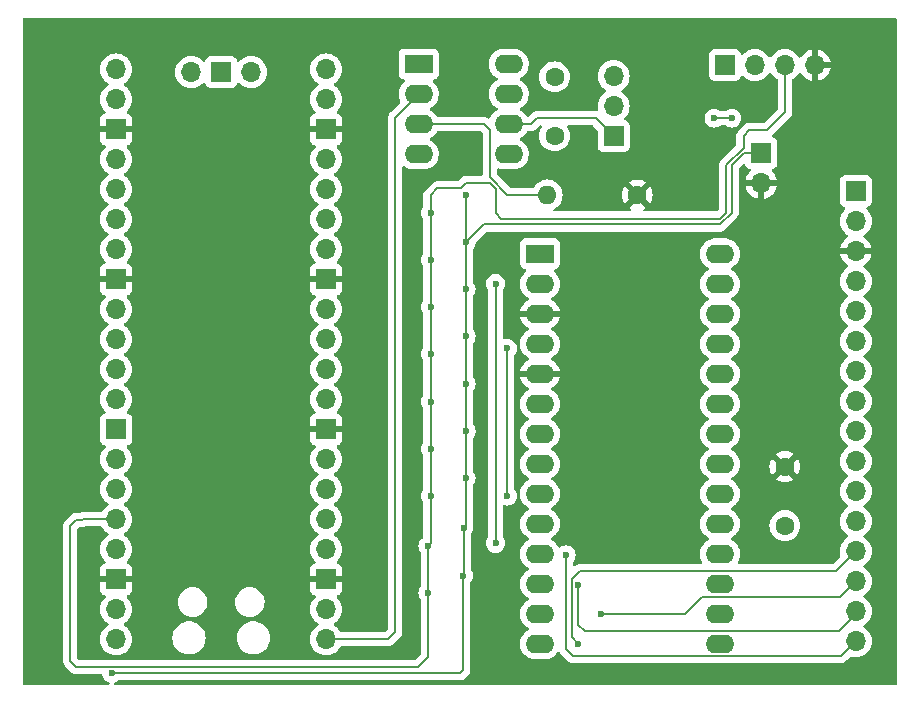
<source format=gbr>
%TF.GenerationSoftware,KiCad,Pcbnew,8.0.5*%
%TF.CreationDate,2024-11-17T15:10:29-05:00*%
%TF.ProjectId,kb-usb-to-coco,6b622d75-7362-42d7-946f-2d636f636f2e,rev?*%
%TF.SameCoordinates,Original*%
%TF.FileFunction,Copper,L2,Bot*%
%TF.FilePolarity,Positive*%
%FSLAX46Y46*%
G04 Gerber Fmt 4.6, Leading zero omitted, Abs format (unit mm)*
G04 Created by KiCad (PCBNEW 8.0.5) date 2024-11-17 15:10:29*
%MOMM*%
%LPD*%
G01*
G04 APERTURE LIST*
%TA.AperFunction,ComponentPad*%
%ADD10R,2.400000X1.600000*%
%TD*%
%TA.AperFunction,ComponentPad*%
%ADD11O,2.400000X1.600000*%
%TD*%
%TA.AperFunction,ComponentPad*%
%ADD12O,1.700000X1.700000*%
%TD*%
%TA.AperFunction,ComponentPad*%
%ADD13R,1.700000X1.700000*%
%TD*%
%TA.AperFunction,ComponentPad*%
%ADD14C,1.600000*%
%TD*%
%TA.AperFunction,ComponentPad*%
%ADD15O,1.600000X1.600000*%
%TD*%
%TA.AperFunction,ViaPad*%
%ADD16C,0.600000*%
%TD*%
%TA.AperFunction,Conductor*%
%ADD17C,0.200000*%
%TD*%
G04 APERTURE END LIST*
D10*
%TO.P,U2,1,NC*%
%TO.N,unconnected-(U2-NC-Pad1)*%
X137500000Y-66420000D03*
D11*
%TO.P,U2,2,A*%
%TO.N,UART_{TX}*%
X137500000Y-68960000D03*
%TO.P,U2,3,C*%
%TO.N,Net-(U2-C)*%
X137500000Y-71500000D03*
%TO.P,U2,4,NC*%
%TO.N,unconnected-(U2-NC-Pad4)*%
X137500000Y-74040000D03*
%TO.P,U2,5,GND*%
%TO.N,UART_{GND}*%
X145120000Y-74040000D03*
%TO.P,U2,6,VO*%
%TO.N,UART_{RXD}*%
X145120000Y-71500000D03*
%TO.P,U2,7,EN*%
%TO.N,UART_{+5V}*%
X145120000Y-68960000D03*
%TO.P,U2,8,VCC*%
X145120000Y-66420000D03*
%TD*%
D12*
%TO.P,U1,1,GPIO0*%
%TO.N,UART_{TX}*%
X129665000Y-115130000D03*
%TO.P,U1,2,GPIO1*%
%TO.N,unconnected-(U1-GPIO1-Pad2)*%
X129665000Y-112590000D03*
D13*
%TO.P,U1,3,GND*%
%TO.N,GND*%
X129665000Y-110050000D03*
D12*
%TO.P,U1,4,GPIO2*%
%TO.N,RESET_{P}*%
X129665000Y-107510000D03*
%TO.P,U1,5,GPIO3*%
%TO.N,STROBE_{P}*%
X129665000Y-104970000D03*
%TO.P,U1,6,GPIO4*%
%TO.N,DATA_{P}*%
X129665000Y-102430000D03*
%TO.P,U1,7,GPIO5*%
%TO.N,AX0_{P}*%
X129665000Y-99890000D03*
D13*
%TO.P,U1,8,GND*%
%TO.N,GND*%
X129665000Y-97350000D03*
D12*
%TO.P,U1,9,GPIO6*%
%TO.N,AX1_{P}*%
X129665000Y-94810000D03*
%TO.P,U1,10,GPIO7*%
%TO.N,AX2_{P}*%
X129665000Y-92270000D03*
%TO.P,U1,11,GPIO8*%
%TO.N,AY0_{P}*%
X129665000Y-89730000D03*
%TO.P,U1,12,GPIO9*%
%TO.N,AY1_{P}*%
X129665000Y-87190000D03*
D13*
%TO.P,U1,13,GND*%
%TO.N,GND*%
X129665000Y-84650000D03*
D12*
%TO.P,U1,14,GPIO10*%
%TO.N,AY2_{P}*%
X129665000Y-82110000D03*
%TO.P,U1,15,GPIO11*%
%TO.N,unconnected-(U1-GPIO11-Pad15)_1*%
X129665000Y-79570000D03*
%TO.P,U1,16,GPIO12*%
%TO.N,SDA*%
X129665000Y-77030000D03*
%TO.P,U1,17,GPIO13*%
%TO.N,SCL*%
X129665000Y-74490000D03*
D13*
%TO.P,U1,18,GND*%
%TO.N,GND*%
X129665000Y-71950000D03*
D12*
%TO.P,U1,19,GPIO14*%
%TO.N,unconnected-(U1-GPIO14-Pad19)*%
X129665000Y-69410000D03*
%TO.P,U1,20,GPIO15*%
%TO.N,unconnected-(U1-GPIO15-Pad20)_1*%
X129665000Y-66870000D03*
%TO.P,U1,21,GPIO16*%
%TO.N,unconnected-(U1-GPIO16-Pad21)_1*%
X111885000Y-66870000D03*
%TO.P,U1,22,GPIO17*%
%TO.N,unconnected-(U1-GPIO17-Pad22)_1*%
X111885000Y-69410000D03*
D13*
%TO.P,U1,23,GND*%
%TO.N,GND*%
X111885000Y-71950000D03*
D12*
%TO.P,U1,24,GPIO18*%
%TO.N,unconnected-(U1-GPIO18-Pad24)_1*%
X111885000Y-74490000D03*
%TO.P,U1,25,GPIO19*%
%TO.N,unconnected-(U1-GPIO19-Pad25)_1*%
X111885000Y-77030000D03*
%TO.P,U1,26,GPIO20*%
%TO.N,unconnected-(U1-GPIO20-Pad26)*%
X111885000Y-79570000D03*
%TO.P,U1,27,GPIO21*%
%TO.N,unconnected-(U1-GPIO21-Pad27)*%
X111885000Y-82110000D03*
D13*
%TO.P,U1,28,GND*%
%TO.N,GND*%
X111885000Y-84650000D03*
D12*
%TO.P,U1,29,GPIO22*%
%TO.N,unconnected-(U1-GPIO22-Pad29)_1*%
X111885000Y-87190000D03*
%TO.P,U1,30,RUN*%
%TO.N,unconnected-(U1-RUN-Pad30)_1*%
X111885000Y-89730000D03*
%TO.P,U1,31,GPIO26_ADC0*%
%TO.N,unconnected-(U1-GPIO26_ADC0-Pad31)*%
X111885000Y-92270000D03*
%TO.P,U1,32,GPIO27_ADC1*%
%TO.N,unconnected-(U1-GPIO27_ADC1-Pad32)_1*%
X111885000Y-94810000D03*
D13*
%TO.P,U1,33,AGND*%
%TO.N,unconnected-(U1-AGND-Pad33)_1*%
X111885000Y-97350000D03*
D12*
%TO.P,U1,34,GPIO28_ADC2*%
%TO.N,unconnected-(U1-GPIO28_ADC2-Pad34)*%
X111885000Y-99890000D03*
%TO.P,U1,35,ADC_VREF*%
%TO.N,unconnected-(U1-ADC_VREF-Pad35)_1*%
X111885000Y-102430000D03*
%TO.P,U1,36,3V3*%
%TO.N,+3V3*%
X111885000Y-104970000D03*
%TO.P,U1,37,3V3_EN*%
%TO.N,unconnected-(U1-3V3_EN-Pad37)*%
X111885000Y-107510000D03*
D13*
%TO.P,U1,38,GND*%
%TO.N,GND*%
X111885000Y-110050000D03*
D12*
%TO.P,U1,39,VSYS*%
%TO.N,unconnected-(U1-VSYS-Pad39)_1*%
X111885000Y-112590000D03*
%TO.P,U1,40,VBUS*%
%TO.N,+5V*%
X111885000Y-115130000D03*
%TO.P,U1,41,SWCLK*%
%TO.N,unconnected-(U1-SWCLK-Pad41)*%
X123315000Y-67100000D03*
D13*
%TO.P,U1,42,GND*%
%TO.N,unconnected-(U1-GND-Pad42)_1*%
X120775000Y-67100000D03*
D12*
%TO.P,U1,43,SWDIO*%
%TO.N,unconnected-(U1-SWDIO-Pad43)*%
X118235000Y-67100000D03*
%TD*%
D14*
%TO.P,R19,1*%
%TO.N,GND*%
X156000000Y-77500000D03*
D15*
%TO.P,R19,2*%
%TO.N,Net-(U2-C)*%
X148380000Y-77500000D03*
%TD*%
D13*
%TO.P,J4,1,Pin_1*%
%TO.N,+5V*%
X166500000Y-73960000D03*
D12*
%TO.P,J4,2,Pin_2*%
%TO.N,GND*%
X166500000Y-76500000D03*
%TD*%
D13*
%TO.P,J3,1,Pin_1*%
%TO.N,Net-(J3-Pin_1)*%
X174500000Y-77180000D03*
D12*
%TO.P,J3,2,Pin_2*%
%TO.N,Net-(J3-Pin_2)*%
X174500000Y-79720000D03*
%TO.P,J3,3,Pin_3*%
%TO.N,GND*%
X174500000Y-82260000D03*
%TO.P,J3,4,Pin_4*%
%TO.N,Net-(J3-Pin_4)*%
X174500000Y-84800000D03*
%TO.P,J3,5,Pin_5*%
%TO.N,Net-(J3-Pin_5)*%
X174500000Y-87340000D03*
%TO.P,J3,6,Pin_6*%
%TO.N,Net-(J3-Pin_6)*%
X174500000Y-89880000D03*
%TO.P,J3,7,Pin_7*%
%TO.N,Net-(J3-Pin_7)*%
X174500000Y-92420000D03*
%TO.P,J3,8,Pin_8*%
%TO.N,Net-(J3-Pin_8)*%
X174500000Y-94960000D03*
%TO.P,J3,9,Pin_9*%
%TO.N,Net-(J3-Pin_9)*%
X174500000Y-97500000D03*
%TO.P,J3,10,Pin_10*%
%TO.N,Net-(J3-Pin_10)*%
X174500000Y-100040000D03*
%TO.P,J3,11,Pin_11*%
%TO.N,Net-(J3-Pin_11)*%
X174500000Y-102580000D03*
%TO.P,J3,12,Pin_12*%
%TO.N,Net-(J3-Pin_12)*%
X174500000Y-105120000D03*
%TO.P,J3,13,Pin_13*%
%TO.N,Net-(J3-Pin_13)*%
X174500000Y-107660000D03*
%TO.P,J3,14,Pin_14*%
%TO.N,Net-(J3-Pin_14)*%
X174500000Y-110200000D03*
%TO.P,J3,15,Pin_15*%
%TO.N,Net-(J3-Pin_15)*%
X174500000Y-112740000D03*
%TO.P,J3,16,Pin_16*%
%TO.N,Net-(J3-Pin_16)*%
X174500000Y-115280000D03*
%TD*%
D13*
%TO.P,J2,1,Pin_1*%
%TO.N,UART_{RXD}*%
X154000000Y-72525000D03*
D12*
%TO.P,J2,2,Pin_2*%
%TO.N,UART_{GND}*%
X154000000Y-69985000D03*
%TO.P,J2,3,Pin_3*%
%TO.N,UART_{+5V}*%
X154000000Y-67445000D03*
%TD*%
D13*
%TO.P,J1,1,Pin_1*%
%TO.N,SDA*%
X163420000Y-66500000D03*
D12*
%TO.P,J1,2,Pin_2*%
%TO.N,SCL*%
X165960000Y-66500000D03*
%TO.P,J1,3,Pin_3*%
%TO.N,+3V3*%
X168500000Y-66500000D03*
%TO.P,J1,4,Pin_4*%
%TO.N,GND*%
X171040000Y-66500000D03*
%TD*%
D14*
%TO.P,C2,1*%
%TO.N,UART_{+5V}*%
X149000000Y-67500000D03*
%TO.P,C2,2*%
%TO.N,UART_{GND}*%
X149000000Y-72500000D03*
%TD*%
%TO.P,C1,1*%
%TO.N,GND*%
X168500000Y-100500000D03*
%TO.P,C1,2*%
%TO.N,+5V*%
X168500000Y-105500000D03*
%TD*%
D10*
%TO.P,U3,1,AY2*%
%TO.N,AY2_{MT}*%
X147760000Y-82480000D03*
D11*
%TO.P,U3,2,STROBE*%
%TO.N,STROBE_{MT}*%
X147760000Y-85020000D03*
%TO.P,U3,3,V_{EE}*%
%TO.N,GND*%
X147760000Y-87560000D03*
%TO.P,U3,4,DATA*%
%TO.N,DATA_{MT}*%
X147760000Y-90100000D03*
%TO.P,U3,5,V_{SS}*%
%TO.N,GND*%
X147760000Y-92640000D03*
%TO.P,U3,6,X0*%
%TO.N,Net-(J3-Pin_1)*%
X147760000Y-95180000D03*
%TO.P,U3,7,X2*%
%TO.N,Net-(J3-Pin_4)*%
X147760000Y-97720000D03*
%TO.P,U3,8,X4*%
%TO.N,Net-(J3-Pin_6)*%
X147760000Y-100260000D03*
%TO.P,U3,9,X6*%
%TO.N,Net-(J3-Pin_8)*%
X147760000Y-102800000D03*
%TO.P,U3,10,RESET*%
%TO.N,RESET_{MT}*%
X147760000Y-105340000D03*
%TO.P,U3,11,Y7*%
%TO.N,Net-(J3-Pin_16)*%
X147760000Y-107880000D03*
%TO.P,U3,12,Y6*%
%TO.N,Net-(J3-Pin_15)*%
X147760000Y-110420000D03*
%TO.P,U3,13,Y5*%
%TO.N,Net-(J3-Pin_14)*%
X147760000Y-112960000D03*
%TO.P,U3,14,Y4*%
%TO.N,Net-(J3-Pin_13)*%
X147760000Y-115500000D03*
%TO.P,U3,15,Y3*%
%TO.N,Net-(J3-Pin_12)*%
X163000000Y-115500000D03*
%TO.P,U3,16,Y2*%
%TO.N,Net-(J3-Pin_11)*%
X163000000Y-112960000D03*
%TO.P,U3,17,Y1*%
%TO.N,Net-(J3-Pin_10)*%
X163000000Y-110420000D03*
%TO.P,U3,18,Y0*%
%TO.N,Net-(J3-Pin_9)*%
X163000000Y-107880000D03*
%TO.P,U3,19,V_{DD}*%
%TO.N,+5V*%
X163000000Y-105340000D03*
%TO.P,U3,20,X7*%
%TO.N,unconnected-(U3-X7-Pad20)*%
X163000000Y-102800000D03*
%TO.P,U3,21,X5*%
%TO.N,Net-(J3-Pin_7)*%
X163000000Y-100260000D03*
%TO.P,U3,22,X3*%
%TO.N,Net-(J3-Pin_5)*%
X163000000Y-97720000D03*
%TO.P,U3,23,X1*%
%TO.N,Net-(J3-Pin_2)*%
X163000000Y-95180000D03*
%TO.P,U3,24,AX0*%
%TO.N,AX0_{MT}*%
X163000000Y-92640000D03*
%TO.P,U3,25,AX1*%
%TO.N,AX1_{MT}*%
X163000000Y-90100000D03*
%TO.P,U3,26,AX2*%
%TO.N,AX2_{MT}*%
X163000000Y-87560000D03*
%TO.P,U3,27,AY0*%
%TO.N,AY0_{MT}*%
X163000000Y-85020000D03*
%TO.P,U3,28,AY1*%
%TO.N,AY1_{MT}*%
X163000000Y-82480000D03*
%TD*%
D16*
%TO.N,SCL*%
X164000000Y-71000000D03*
X162500000Y-71000000D03*
%TO.N,Net-(J3-Pin_13)*%
X151000000Y-115500000D03*
%TO.N,Net-(J3-Pin_14)*%
X152960000Y-112960000D03*
%TO.N,Net-(J3-Pin_15)*%
X151000000Y-110500000D03*
%TO.N,DATA_{MT}*%
X145000000Y-90500000D03*
X145000000Y-103000000D03*
%TO.N,STROBE_{MT}*%
X144000000Y-85000000D03*
X144000000Y-107000000D03*
%TO.N,+5V*%
X111500000Y-118000000D03*
%TO.N,+3V3*%
X138500000Y-79000000D03*
%TO.N,+5V*%
X141500000Y-77500000D03*
%TO.N,+3V3*%
X138500000Y-83000000D03*
%TO.N,+5V*%
X141515100Y-81484900D03*
%TO.N,+3V3*%
X138500000Y-87000000D03*
%TO.N,+5V*%
X141500000Y-85500000D03*
%TO.N,+3V3*%
X138500000Y-91000000D03*
%TO.N,+5V*%
X141515100Y-89484900D03*
%TO.N,+3V3*%
X138500000Y-95000000D03*
%TO.N,+5V*%
X141500000Y-93500000D03*
%TO.N,+3V3*%
X138500000Y-99000000D03*
%TO.N,+5V*%
X141515100Y-97484900D03*
%TO.N,+3V3*%
X138500000Y-103000000D03*
%TO.N,+5V*%
X141500000Y-101500000D03*
X141290100Y-105709900D03*
%TO.N,+3V3*%
X138275000Y-107225000D03*
%TO.N,+5V*%
X141275000Y-109725000D03*
%TO.N,+3V3*%
X138275000Y-111225000D03*
%TO.N,Net-(J3-Pin_16)*%
X149981272Y-107981273D03*
%TD*%
D17*
%TO.N,+3V3*%
X138275000Y-111225000D02*
X138275000Y-116625000D01*
X138275000Y-116625000D02*
X137450000Y-117450000D01*
%TO.N,Net-(U2-C)*%
X137500000Y-71500000D02*
X143000000Y-71500000D01*
X143500000Y-76000000D02*
X145000000Y-77500000D01*
X143000000Y-71500000D02*
X143500000Y-72000000D01*
X143500000Y-72000000D02*
X143500000Y-76000000D01*
X145000000Y-77500000D02*
X148380000Y-77500000D01*
%TO.N,UART_{RXD}*%
X147000000Y-71500000D02*
X147500000Y-71000000D01*
X145120000Y-71500000D02*
X147000000Y-71500000D01*
X147500000Y-71000000D02*
X152475000Y-71000000D01*
X152475000Y-71000000D02*
X154000000Y-72525000D01*
%TO.N,+3V3*%
X163500000Y-79000000D02*
X163500000Y-75000000D01*
X163500000Y-75000000D02*
X165000000Y-73500000D01*
X163000000Y-79500000D02*
X163500000Y-79000000D01*
X165000000Y-73500000D02*
X165000000Y-72500000D01*
X144500000Y-79500000D02*
X163000000Y-79500000D01*
X144000000Y-79000000D02*
X144500000Y-79500000D01*
X144000000Y-77000000D02*
X144000000Y-79000000D01*
X143500000Y-76500000D02*
X144000000Y-77000000D01*
X141050000Y-76950000D02*
X141500000Y-76500000D01*
X139050000Y-76950000D02*
X141050000Y-76950000D01*
X138500000Y-77500000D02*
X139050000Y-76950000D01*
X165500000Y-72000000D02*
X167000000Y-72000000D01*
X141500000Y-76500000D02*
X143500000Y-76500000D01*
X138500000Y-79000000D02*
X138500000Y-77500000D01*
X167000000Y-72000000D02*
X168500000Y-70500000D01*
X165000000Y-72500000D02*
X165500000Y-72000000D01*
X168500000Y-70500000D02*
X168500000Y-66500000D01*
%TO.N,+5V*%
X164000000Y-79000000D02*
X164000000Y-75000000D01*
X143000000Y-80000000D02*
X163000000Y-80000000D01*
X165040000Y-73960000D02*
X166500000Y-73960000D01*
X141515100Y-81484900D02*
X143000000Y-80000000D01*
X163000000Y-80000000D02*
X164000000Y-79000000D01*
X164000000Y-75000000D02*
X165040000Y-73960000D01*
%TO.N,SCL*%
X162500000Y-71000000D02*
X164000000Y-71000000D01*
%TO.N,UART_{TX}*%
X137500000Y-68960000D02*
X135500000Y-70960000D01*
X135500000Y-70960000D02*
X135500000Y-114500000D01*
X135500000Y-114500000D02*
X134870000Y-115130000D01*
X134870000Y-115130000D02*
X129665000Y-115130000D01*
%TO.N,Net-(J3-Pin_16)*%
X174500000Y-115280000D02*
X173230000Y-116550000D01*
X150550000Y-116550000D02*
X149981272Y-115981272D01*
X173230000Y-116550000D02*
X150550000Y-116550000D01*
X149981272Y-115981272D02*
X149981272Y-107981273D01*
%TO.N,Net-(J3-Pin_15)*%
X151000000Y-110500000D02*
X151000000Y-113900000D01*
X151000000Y-113900000D02*
X151550000Y-114450000D01*
X151550000Y-114450000D02*
X173050000Y-114450000D01*
X173050000Y-114450000D02*
X174500000Y-113000000D01*
X174500000Y-113000000D02*
X174500000Y-112740000D01*
%TO.N,Net-(J3-Pin_14)*%
X174500000Y-110200000D02*
X173150000Y-111550000D01*
X173150000Y-111550000D02*
X161450000Y-111550000D01*
X161450000Y-111550000D02*
X160000000Y-113000000D01*
X160000000Y-113000000D02*
X153000000Y-113000000D01*
X153000000Y-113000000D02*
X152960000Y-112960000D01*
%TO.N,Net-(J3-Pin_13)*%
X174500000Y-107660000D02*
X172790000Y-109370000D01*
X172790000Y-109370000D02*
X151130000Y-109370000D01*
X151130000Y-109370000D02*
X150450000Y-110050000D01*
X150450000Y-110050000D02*
X150450000Y-114950000D01*
X150450000Y-114950000D02*
X151000000Y-115500000D01*
%TO.N,DATA_{MT}*%
X145000000Y-103000000D02*
X145000000Y-90500000D01*
%TO.N,STROBE_{MT}*%
X144000000Y-107000000D02*
X144000000Y-85000000D01*
%TO.N,+3V3*%
X137450000Y-117450000D02*
X108550000Y-117450000D01*
X108500000Y-117500000D02*
X108000000Y-117000000D01*
X108000000Y-117000000D02*
X108000000Y-105500000D01*
X108550000Y-117450000D02*
X108500000Y-117500000D01*
X108000000Y-105500000D02*
X108500000Y-105000000D01*
X108500000Y-105000000D02*
X109000000Y-105000000D01*
X109000000Y-105000000D02*
X109030000Y-104970000D01*
X109030000Y-104970000D02*
X111885000Y-104970000D01*
%TO.N,+5V*%
X141275000Y-109725000D02*
X141275000Y-117725000D01*
X141275000Y-117725000D02*
X141000000Y-118000000D01*
X141000000Y-118000000D02*
X111500000Y-118000000D01*
%TO.N,+3V3*%
X138275000Y-107225000D02*
X138275000Y-111225000D01*
X138500000Y-103000000D02*
X138500000Y-107000000D01*
X138500000Y-107000000D02*
X138275000Y-107225000D01*
X138500000Y-99000000D02*
X138500000Y-103000000D01*
X138500000Y-95000000D02*
X138500000Y-99000000D01*
X138500000Y-91000000D02*
X138500000Y-95000000D01*
X138500000Y-87000000D02*
X138500000Y-91000000D01*
X138500000Y-83000000D02*
X138500000Y-87000000D01*
X138500000Y-79000000D02*
X138500000Y-83000000D01*
%TO.N,+5V*%
X141290100Y-105709900D02*
X141290100Y-109709900D01*
X141290100Y-109709900D02*
X141275000Y-109725000D01*
X141500000Y-101500000D02*
X141500000Y-105500000D01*
X141500000Y-105500000D02*
X141290100Y-105709900D01*
X141515100Y-97484900D02*
X141515100Y-101484900D01*
X141515100Y-101484900D02*
X141500000Y-101500000D01*
X141500000Y-93500000D02*
X141500000Y-97469800D01*
X141500000Y-97469800D02*
X141515100Y-97484900D01*
X141515100Y-89484900D02*
X141515100Y-93484900D01*
X141515100Y-93484900D02*
X141500000Y-93500000D01*
X141500000Y-85500000D02*
X141500000Y-89469800D01*
X141500000Y-89469800D02*
X141515100Y-89484900D01*
X141515100Y-81484900D02*
X141515100Y-85484900D01*
X141515100Y-85484900D02*
X141500000Y-85500000D01*
X141500000Y-77500000D02*
X141500000Y-81469800D01*
X141500000Y-81469800D02*
X141515100Y-81484900D01*
%TD*%
%TA.AperFunction,Conductor*%
%TO.N,GND*%
G36*
X177942539Y-62520185D02*
G01*
X177988294Y-62572989D01*
X177999500Y-62624500D01*
X177999500Y-118875500D01*
X177979815Y-118942539D01*
X177927011Y-118988294D01*
X177875500Y-118999500D01*
X111797114Y-118999500D01*
X111730075Y-118979815D01*
X111684320Y-118927011D01*
X111674376Y-118857853D01*
X111703401Y-118794297D01*
X111756160Y-118758458D01*
X111792531Y-118745730D01*
X111849522Y-118725789D01*
X112002262Y-118629816D01*
X112002267Y-118629810D01*
X112005097Y-118627555D01*
X112007275Y-118626665D01*
X112008158Y-118626111D01*
X112008255Y-118626265D01*
X112069783Y-118601145D01*
X112082412Y-118600500D01*
X140913331Y-118600500D01*
X140913347Y-118600501D01*
X140920943Y-118600501D01*
X141079054Y-118600501D01*
X141079057Y-118600501D01*
X141231785Y-118559577D01*
X141281904Y-118530639D01*
X141368716Y-118480520D01*
X141480520Y-118368716D01*
X141480520Y-118368714D01*
X141755520Y-118093716D01*
X141834577Y-117956784D01*
X141875501Y-117804057D01*
X141875501Y-117645942D01*
X141875501Y-117638347D01*
X141875500Y-117638329D01*
X141875500Y-110307412D01*
X141895185Y-110240373D01*
X141902555Y-110230097D01*
X141904810Y-110227267D01*
X141904816Y-110227262D01*
X142000789Y-110074522D01*
X142060368Y-109904255D01*
X142060904Y-109899500D01*
X142080565Y-109725003D01*
X142080565Y-109724996D01*
X142060369Y-109545750D01*
X142060368Y-109545745D01*
X142000788Y-109375476D01*
X141909606Y-109230361D01*
X141890600Y-109164389D01*
X141890600Y-106292312D01*
X141910285Y-106225273D01*
X141917655Y-106214997D01*
X141919910Y-106212167D01*
X141919916Y-106212162D01*
X142015889Y-106059422D01*
X142075468Y-105889155D01*
X142080849Y-105841402D01*
X142095665Y-105709902D01*
X142095665Y-105709899D01*
X142094609Y-105700534D01*
X142089344Y-105653807D01*
X142092791Y-105607823D01*
X142094754Y-105600501D01*
X142100500Y-105579058D01*
X142100500Y-105420943D01*
X142100500Y-102082412D01*
X142120185Y-102015373D01*
X142127555Y-102005097D01*
X142129810Y-102002267D01*
X142129816Y-102002262D01*
X142225789Y-101849522D01*
X142285368Y-101679255D01*
X142285369Y-101679249D01*
X142305565Y-101500003D01*
X142305565Y-101499996D01*
X142285369Y-101320750D01*
X142285368Y-101320745D01*
X142265163Y-101263002D01*
X142225789Y-101150478D01*
X142217634Y-101137500D01*
X142134606Y-101005361D01*
X142115600Y-100939389D01*
X142115600Y-98067312D01*
X142135285Y-98000273D01*
X142142655Y-97989997D01*
X142144910Y-97987167D01*
X142144916Y-97987162D01*
X142240889Y-97834422D01*
X142300468Y-97664155D01*
X142305708Y-97617648D01*
X142320665Y-97484903D01*
X142320665Y-97484896D01*
X142300469Y-97305650D01*
X142300468Y-97305645D01*
X142270771Y-97220776D01*
X142240889Y-97135378D01*
X142144916Y-96982638D01*
X142136819Y-96974541D01*
X142103334Y-96913218D01*
X142100500Y-96886860D01*
X142100500Y-94082412D01*
X142120185Y-94015373D01*
X142127555Y-94005097D01*
X142129810Y-94002267D01*
X142129816Y-94002262D01*
X142225789Y-93849522D01*
X142285368Y-93679255D01*
X142285369Y-93679249D01*
X142305565Y-93500003D01*
X142305565Y-93499996D01*
X142285369Y-93320750D01*
X142285368Y-93320745D01*
X142225788Y-93150476D01*
X142134606Y-93005361D01*
X142115600Y-92939389D01*
X142115600Y-90067312D01*
X142135285Y-90000273D01*
X142142655Y-89989997D01*
X142144910Y-89987167D01*
X142144916Y-89987162D01*
X142240889Y-89834422D01*
X142300468Y-89664155D01*
X142302672Y-89644596D01*
X142320665Y-89484903D01*
X142320665Y-89484896D01*
X142300469Y-89305650D01*
X142300468Y-89305645D01*
X142286716Y-89266344D01*
X142240889Y-89135378D01*
X142144916Y-88982638D01*
X142136819Y-88974541D01*
X142103334Y-88913218D01*
X142100500Y-88886860D01*
X142100500Y-86082412D01*
X142120185Y-86015373D01*
X142127555Y-86005097D01*
X142129810Y-86002267D01*
X142129816Y-86002262D01*
X142225789Y-85849522D01*
X142285368Y-85679255D01*
X142286254Y-85671395D01*
X142305565Y-85500003D01*
X142305565Y-85499996D01*
X142285369Y-85320750D01*
X142285368Y-85320745D01*
X142265391Y-85263655D01*
X142225789Y-85150478D01*
X142134606Y-85005361D01*
X142133060Y-84999996D01*
X143194435Y-84999996D01*
X143194435Y-85000003D01*
X143214630Y-85179249D01*
X143214631Y-85179254D01*
X143274211Y-85349523D01*
X143334515Y-85445496D01*
X143368760Y-85499996D01*
X143370185Y-85502263D01*
X143372445Y-85505097D01*
X143373334Y-85507275D01*
X143373889Y-85508158D01*
X143373734Y-85508255D01*
X143398855Y-85569783D01*
X143399500Y-85582412D01*
X143399500Y-106417587D01*
X143379815Y-106484626D01*
X143372450Y-106494896D01*
X143370186Y-106497734D01*
X143274211Y-106650476D01*
X143214631Y-106820745D01*
X143214630Y-106820750D01*
X143194435Y-106999996D01*
X143194435Y-107000003D01*
X143214630Y-107179249D01*
X143214631Y-107179254D01*
X143274211Y-107349523D01*
X143321383Y-107424596D01*
X143370184Y-107502262D01*
X143497738Y-107629816D01*
X143650478Y-107725789D01*
X143738468Y-107756578D01*
X143820745Y-107785368D01*
X143820750Y-107785369D01*
X143999996Y-107805565D01*
X144000000Y-107805565D01*
X144000004Y-107805565D01*
X144179249Y-107785369D01*
X144179252Y-107785368D01*
X144179255Y-107785368D01*
X144349522Y-107725789D01*
X144502262Y-107629816D01*
X144629816Y-107502262D01*
X144725789Y-107349522D01*
X144785368Y-107179255D01*
X144788442Y-107151971D01*
X144805565Y-107000003D01*
X144805565Y-106999996D01*
X144785369Y-106820750D01*
X144785368Y-106820745D01*
X144766811Y-106767713D01*
X144725789Y-106650478D01*
X144629816Y-106497738D01*
X144629814Y-106497736D01*
X144629813Y-106497734D01*
X144627550Y-106494896D01*
X144626659Y-106492715D01*
X144626111Y-106491842D01*
X144626264Y-106491745D01*
X144601144Y-106430209D01*
X144600500Y-106417587D01*
X144600500Y-103883062D01*
X144620185Y-103816023D01*
X144672989Y-103770268D01*
X144742147Y-103760324D01*
X144765448Y-103766018D01*
X144820745Y-103785368D01*
X144820748Y-103785368D01*
X144820750Y-103785369D01*
X144999996Y-103805565D01*
X145000000Y-103805565D01*
X145000004Y-103805565D01*
X145179249Y-103785369D01*
X145179252Y-103785368D01*
X145179255Y-103785368D01*
X145349522Y-103725789D01*
X145502262Y-103629816D01*
X145629816Y-103502262D01*
X145725789Y-103349522D01*
X145785368Y-103179255D01*
X145793787Y-103104534D01*
X145805565Y-103000003D01*
X145805565Y-102999996D01*
X145785369Y-102820750D01*
X145785367Y-102820742D01*
X145725788Y-102650476D01*
X145629813Y-102497734D01*
X145627550Y-102494896D01*
X145626659Y-102492715D01*
X145626111Y-102491842D01*
X145626264Y-102491745D01*
X145601144Y-102430209D01*
X145600500Y-102417587D01*
X145600500Y-91082412D01*
X145620185Y-91015373D01*
X145627555Y-91005097D01*
X145629810Y-91002267D01*
X145629816Y-91002262D01*
X145725789Y-90849522D01*
X145785368Y-90679255D01*
X145785369Y-90679249D01*
X145805565Y-90500003D01*
X145805565Y-90499996D01*
X145785369Y-90320750D01*
X145785368Y-90320745D01*
X145725788Y-90150476D01*
X145641591Y-90016478D01*
X145629816Y-89997738D01*
X145502262Y-89870184D01*
X145445349Y-89834423D01*
X145349523Y-89774211D01*
X145179254Y-89714631D01*
X145179249Y-89714630D01*
X145000004Y-89694435D01*
X144999996Y-89694435D01*
X144820750Y-89714630D01*
X144820739Y-89714633D01*
X144765453Y-89733978D01*
X144695674Y-89737539D01*
X144635047Y-89702809D01*
X144602821Y-89640816D01*
X144600500Y-89616936D01*
X144600500Y-85582412D01*
X144620185Y-85515373D01*
X144627555Y-85505097D01*
X144629810Y-85502267D01*
X144629816Y-85502262D01*
X144725789Y-85349522D01*
X144785368Y-85179255D01*
X144785369Y-85179249D01*
X144805565Y-85000003D01*
X144805565Y-84999996D01*
X144785369Y-84820750D01*
X144785368Y-84820745D01*
X144725788Y-84650476D01*
X144644295Y-84520781D01*
X144629816Y-84497738D01*
X144502262Y-84370184D01*
X144349523Y-84274211D01*
X144179254Y-84214631D01*
X144179249Y-84214630D01*
X144000004Y-84194435D01*
X143999996Y-84194435D01*
X143820750Y-84214630D01*
X143820745Y-84214631D01*
X143650476Y-84274211D01*
X143497737Y-84370184D01*
X143370184Y-84497737D01*
X143274211Y-84650476D01*
X143214631Y-84820745D01*
X143214630Y-84820750D01*
X143194435Y-84999996D01*
X142133060Y-84999996D01*
X142115600Y-84939389D01*
X142115600Y-82067312D01*
X142135285Y-82000273D01*
X142142655Y-81989997D01*
X142144910Y-81987167D01*
X142144916Y-81987162D01*
X142240889Y-81834422D01*
X142300468Y-81664155D01*
X142304075Y-81632135D01*
X146059500Y-81632135D01*
X146059500Y-83327870D01*
X146059501Y-83327876D01*
X146065908Y-83387483D01*
X146116202Y-83522328D01*
X146116206Y-83522335D01*
X146202452Y-83637544D01*
X146202455Y-83637547D01*
X146317664Y-83723793D01*
X146317671Y-83723797D01*
X146362618Y-83740561D01*
X146452517Y-83774091D01*
X146489441Y-83778060D01*
X146553989Y-83804796D01*
X146593838Y-83862188D01*
X146596333Y-83932013D01*
X146560681Y-83992102D01*
X146549071Y-84001666D01*
X146512784Y-84028030D01*
X146368028Y-84172786D01*
X146247715Y-84338386D01*
X146154781Y-84520776D01*
X146091522Y-84715465D01*
X146059500Y-84917648D01*
X146059500Y-85122351D01*
X146091522Y-85324534D01*
X146154781Y-85519223D01*
X146186978Y-85582412D01*
X146236319Y-85679249D01*
X146247715Y-85701613D01*
X146368028Y-85867213D01*
X146512786Y-86011971D01*
X146657346Y-86116998D01*
X146678390Y-86132287D01*
X146744487Y-86165965D01*
X146771629Y-86179795D01*
X146822425Y-86227770D01*
X146839220Y-86295591D01*
X146816682Y-86361726D01*
X146771629Y-86400765D01*
X146678650Y-86448140D01*
X146513105Y-86568417D01*
X146513104Y-86568417D01*
X146368417Y-86713104D01*
X146368417Y-86713105D01*
X146248140Y-86878650D01*
X146155244Y-87060970D01*
X146092009Y-87255586D01*
X146083391Y-87310000D01*
X147444314Y-87310000D01*
X147439920Y-87314394D01*
X147387259Y-87405606D01*
X147360000Y-87507339D01*
X147360000Y-87612661D01*
X147387259Y-87714394D01*
X147439920Y-87805606D01*
X147444314Y-87810000D01*
X146083391Y-87810000D01*
X146092009Y-87864413D01*
X146155244Y-88059029D01*
X146248140Y-88241349D01*
X146368417Y-88406894D01*
X146368417Y-88406895D01*
X146513104Y-88551582D01*
X146678652Y-88671861D01*
X146771628Y-88719234D01*
X146822425Y-88767208D01*
X146839220Y-88835029D01*
X146816683Y-88901164D01*
X146771630Y-88940203D01*
X146678388Y-88987713D01*
X146512786Y-89108028D01*
X146368028Y-89252786D01*
X146247715Y-89418386D01*
X146154781Y-89600776D01*
X146091522Y-89795465D01*
X146059500Y-89997648D01*
X146059500Y-90202351D01*
X146091522Y-90404534D01*
X146154781Y-90599223D01*
X146247715Y-90781613D01*
X146368028Y-90947213D01*
X146512786Y-91091971D01*
X146632925Y-91179255D01*
X146678390Y-91212287D01*
X146744487Y-91245965D01*
X146771629Y-91259795D01*
X146822425Y-91307770D01*
X146839220Y-91375591D01*
X146816682Y-91441726D01*
X146771629Y-91480765D01*
X146678650Y-91528140D01*
X146513105Y-91648417D01*
X146513104Y-91648417D01*
X146368417Y-91793104D01*
X146368417Y-91793105D01*
X146248140Y-91958650D01*
X146155244Y-92140970D01*
X146092009Y-92335586D01*
X146083391Y-92390000D01*
X147444314Y-92390000D01*
X147439920Y-92394394D01*
X147387259Y-92485606D01*
X147360000Y-92587339D01*
X147360000Y-92692661D01*
X147387259Y-92794394D01*
X147439920Y-92885606D01*
X147444314Y-92890000D01*
X146083391Y-92890000D01*
X146092009Y-92944413D01*
X146155244Y-93139029D01*
X146248140Y-93321349D01*
X146368417Y-93486894D01*
X146368417Y-93486895D01*
X146513104Y-93631582D01*
X146678652Y-93751861D01*
X146771628Y-93799234D01*
X146822425Y-93847208D01*
X146839220Y-93915029D01*
X146816683Y-93981164D01*
X146771630Y-94020203D01*
X146678388Y-94067713D01*
X146512786Y-94188028D01*
X146368028Y-94332786D01*
X146247715Y-94498386D01*
X146154781Y-94680776D01*
X146091522Y-94875465D01*
X146059500Y-95077648D01*
X146059500Y-95282351D01*
X146091522Y-95484534D01*
X146154781Y-95679223D01*
X146247715Y-95861613D01*
X146368028Y-96027213D01*
X146512786Y-96171971D01*
X146657346Y-96276998D01*
X146678390Y-96292287D01*
X146744487Y-96325965D01*
X146771080Y-96339515D01*
X146821876Y-96387490D01*
X146838671Y-96455311D01*
X146816134Y-96521446D01*
X146771080Y-96560485D01*
X146678386Y-96607715D01*
X146512786Y-96728028D01*
X146368028Y-96872786D01*
X146247715Y-97038386D01*
X146154781Y-97220776D01*
X146091522Y-97415465D01*
X146059500Y-97617648D01*
X146059500Y-97822351D01*
X146091522Y-98024534D01*
X146154781Y-98219223D01*
X146247715Y-98401613D01*
X146368028Y-98567213D01*
X146512786Y-98711971D01*
X146667749Y-98824556D01*
X146678390Y-98832287D01*
X146744487Y-98865965D01*
X146771080Y-98879515D01*
X146821876Y-98927490D01*
X146838671Y-98995311D01*
X146816134Y-99061446D01*
X146771080Y-99100485D01*
X146678386Y-99147715D01*
X146512786Y-99268028D01*
X146368028Y-99412786D01*
X146247715Y-99578386D01*
X146154781Y-99760776D01*
X146091522Y-99955465D01*
X146059500Y-100157648D01*
X146059500Y-100362351D01*
X146091522Y-100564534D01*
X146154781Y-100759223D01*
X146212622Y-100872741D01*
X146246581Y-100939389D01*
X146247715Y-100941613D01*
X146368028Y-101107213D01*
X146512786Y-101251971D01*
X146623627Y-101332500D01*
X146678390Y-101372287D01*
X146744487Y-101405965D01*
X146771080Y-101419515D01*
X146821876Y-101467490D01*
X146838671Y-101535311D01*
X146816134Y-101601446D01*
X146771080Y-101640485D01*
X146678386Y-101687715D01*
X146512786Y-101808028D01*
X146368028Y-101952786D01*
X146247715Y-102118386D01*
X146154781Y-102300776D01*
X146091522Y-102495465D01*
X146059500Y-102697648D01*
X146059500Y-102902351D01*
X146091522Y-103104534D01*
X146154781Y-103299223D01*
X146247715Y-103481613D01*
X146368028Y-103647213D01*
X146512786Y-103791971D01*
X146623627Y-103872500D01*
X146678390Y-103912287D01*
X146744487Y-103945965D01*
X146771080Y-103959515D01*
X146821876Y-104007490D01*
X146838671Y-104075311D01*
X146816134Y-104141446D01*
X146771080Y-104180485D01*
X146678386Y-104227715D01*
X146512786Y-104348028D01*
X146368028Y-104492786D01*
X146247715Y-104658386D01*
X146154781Y-104840776D01*
X146091522Y-105035465D01*
X146059500Y-105237648D01*
X146059500Y-105442351D01*
X146091522Y-105644534D01*
X146154781Y-105839223D01*
X146247715Y-106021613D01*
X146368028Y-106187213D01*
X146512786Y-106331971D01*
X146623627Y-106412500D01*
X146678390Y-106452287D01*
X146769840Y-106498883D01*
X146771080Y-106499515D01*
X146821876Y-106547490D01*
X146838671Y-106615311D01*
X146816134Y-106681446D01*
X146771080Y-106720485D01*
X146678386Y-106767715D01*
X146512786Y-106888028D01*
X146368028Y-107032786D01*
X146247715Y-107198386D01*
X146154781Y-107380776D01*
X146091522Y-107575465D01*
X146059500Y-107777648D01*
X146059500Y-107982351D01*
X146091522Y-108184534D01*
X146154781Y-108379223D01*
X146247715Y-108561613D01*
X146368028Y-108727213D01*
X146512786Y-108871971D01*
X146657346Y-108976998D01*
X146678390Y-108992287D01*
X146744487Y-109025965D01*
X146771080Y-109039515D01*
X146821876Y-109087490D01*
X146838671Y-109155311D01*
X146816134Y-109221446D01*
X146771080Y-109260485D01*
X146678386Y-109307715D01*
X146512786Y-109428028D01*
X146368028Y-109572786D01*
X146247715Y-109738386D01*
X146154781Y-109920776D01*
X146091522Y-110115465D01*
X146059500Y-110317648D01*
X146059500Y-110522351D01*
X146091522Y-110724534D01*
X146154781Y-110919223D01*
X146203773Y-111015373D01*
X146231342Y-111069481D01*
X146247715Y-111101613D01*
X146368028Y-111267213D01*
X146512786Y-111411971D01*
X146657346Y-111516998D01*
X146678390Y-111532287D01*
X146744487Y-111565965D01*
X146771080Y-111579515D01*
X146821876Y-111627490D01*
X146838671Y-111695311D01*
X146816134Y-111761446D01*
X146771080Y-111800485D01*
X146678386Y-111847715D01*
X146512786Y-111968028D01*
X146368028Y-112112786D01*
X146247715Y-112278386D01*
X146154781Y-112460776D01*
X146091522Y-112655465D01*
X146059500Y-112857648D01*
X146059500Y-113062351D01*
X146091522Y-113264534D01*
X146154781Y-113459223D01*
X146205915Y-113559577D01*
X146239892Y-113626261D01*
X146247715Y-113641613D01*
X146368028Y-113807213D01*
X146512786Y-113951971D01*
X146657346Y-114056998D01*
X146678390Y-114072287D01*
X146744487Y-114105965D01*
X146771080Y-114119515D01*
X146821876Y-114167490D01*
X146838671Y-114235311D01*
X146816134Y-114301446D01*
X146771080Y-114340485D01*
X146678386Y-114387715D01*
X146512786Y-114508028D01*
X146368028Y-114652786D01*
X146247715Y-114818386D01*
X146154781Y-115000776D01*
X146091522Y-115195465D01*
X146059500Y-115397648D01*
X146059500Y-115602351D01*
X146091522Y-115804534D01*
X146154781Y-115999223D01*
X146247715Y-116181613D01*
X146368028Y-116347213D01*
X146512786Y-116491971D01*
X146632959Y-116579280D01*
X146678390Y-116612287D01*
X146794607Y-116671503D01*
X146860776Y-116705218D01*
X146860778Y-116705218D01*
X146860781Y-116705220D01*
X146965137Y-116739127D01*
X147055465Y-116768477D01*
X147156557Y-116784488D01*
X147257648Y-116800500D01*
X147257649Y-116800500D01*
X148262351Y-116800500D01*
X148262352Y-116800500D01*
X148464534Y-116768477D01*
X148659219Y-116705220D01*
X148661504Y-116704056D01*
X148669656Y-116699902D01*
X148841610Y-116612287D01*
X148934590Y-116544732D01*
X149007213Y-116491971D01*
X149007215Y-116491968D01*
X149007219Y-116491966D01*
X149151966Y-116347219D01*
X149233188Y-116235424D01*
X149288516Y-116192759D01*
X149358130Y-116186779D01*
X149419925Y-116219385D01*
X149440893Y-116246310D01*
X149500749Y-116349984D01*
X149500753Y-116349989D01*
X149619621Y-116468857D01*
X149619627Y-116468862D01*
X150065139Y-116914374D01*
X150065149Y-116914385D01*
X150069479Y-116918715D01*
X150069480Y-116918716D01*
X150181284Y-117030520D01*
X150181286Y-117030521D01*
X150181290Y-117030524D01*
X150265352Y-117079057D01*
X150265353Y-117079057D01*
X150318215Y-117109577D01*
X150470943Y-117150501D01*
X150470946Y-117150501D01*
X150636653Y-117150501D01*
X150636669Y-117150500D01*
X173143331Y-117150500D01*
X173143347Y-117150501D01*
X173150943Y-117150501D01*
X173309054Y-117150501D01*
X173309057Y-117150501D01*
X173461785Y-117109577D01*
X173514647Y-117079057D01*
X173514648Y-117079057D01*
X173598709Y-117030524D01*
X173598708Y-117030524D01*
X173598716Y-117030520D01*
X173710520Y-116918716D01*
X173710520Y-116918714D01*
X173720724Y-116908511D01*
X173720728Y-116908506D01*
X174016470Y-116612763D01*
X174077791Y-116579280D01*
X174136238Y-116580670D01*
X174264592Y-116615063D01*
X174452918Y-116631539D01*
X174499999Y-116635659D01*
X174500000Y-116635659D01*
X174500001Y-116635659D01*
X174539234Y-116632226D01*
X174735408Y-116615063D01*
X174963663Y-116553903D01*
X175177830Y-116454035D01*
X175371401Y-116318495D01*
X175538495Y-116151401D01*
X175674035Y-115957830D01*
X175773903Y-115743663D01*
X175835063Y-115515408D01*
X175855659Y-115280000D01*
X175835063Y-115044592D01*
X175773903Y-114816337D01*
X175674035Y-114602171D01*
X175657851Y-114579057D01*
X175538494Y-114408597D01*
X175371402Y-114241506D01*
X175371396Y-114241501D01*
X175185842Y-114111575D01*
X175142217Y-114056998D01*
X175135023Y-113987500D01*
X175166546Y-113925145D01*
X175185842Y-113908425D01*
X175290462Y-113835169D01*
X175371401Y-113778495D01*
X175538495Y-113611401D01*
X175674035Y-113417830D01*
X175773903Y-113203663D01*
X175835063Y-112975408D01*
X175855659Y-112740000D01*
X175835063Y-112504592D01*
X175782010Y-112306594D01*
X175773905Y-112276344D01*
X175773904Y-112276343D01*
X175773903Y-112276337D01*
X175674035Y-112062171D01*
X175609497Y-111970000D01*
X175538494Y-111868597D01*
X175371402Y-111701506D01*
X175371396Y-111701501D01*
X175185842Y-111571575D01*
X175142217Y-111516998D01*
X175135023Y-111447500D01*
X175166546Y-111385145D01*
X175185842Y-111368425D01*
X175275221Y-111305841D01*
X175371401Y-111238495D01*
X175538495Y-111071401D01*
X175674035Y-110877830D01*
X175773903Y-110663663D01*
X175835063Y-110435408D01*
X175855659Y-110200000D01*
X175835063Y-109964592D01*
X175773903Y-109736337D01*
X175674035Y-109522171D01*
X175571319Y-109375476D01*
X175538494Y-109328597D01*
X175371402Y-109161506D01*
X175371396Y-109161501D01*
X175185842Y-109031575D01*
X175142217Y-108976998D01*
X175135023Y-108907500D01*
X175166546Y-108845145D01*
X175185842Y-108828425D01*
X175275221Y-108765841D01*
X175371401Y-108698495D01*
X175538495Y-108531401D01*
X175674035Y-108337830D01*
X175773903Y-108123663D01*
X175835063Y-107895408D01*
X175855659Y-107660000D01*
X175853187Y-107631751D01*
X175848263Y-107575465D01*
X175835063Y-107424592D01*
X175773903Y-107196337D01*
X175674035Y-106982171D01*
X175569005Y-106832171D01*
X175538494Y-106788597D01*
X175371402Y-106621506D01*
X175371396Y-106621501D01*
X175185842Y-106491575D01*
X175142217Y-106436998D01*
X175135023Y-106367500D01*
X175166546Y-106305145D01*
X175185842Y-106288425D01*
X175276032Y-106225273D01*
X175371401Y-106158495D01*
X175538495Y-105991401D01*
X175674035Y-105797830D01*
X175773903Y-105583663D01*
X175835063Y-105355408D01*
X175855659Y-105120000D01*
X175835063Y-104884592D01*
X175773903Y-104656337D01*
X175674035Y-104442171D01*
X175672814Y-104440426D01*
X175538494Y-104248597D01*
X175371402Y-104081506D01*
X175371396Y-104081501D01*
X175185842Y-103951575D01*
X175142217Y-103896998D01*
X175135023Y-103827500D01*
X175166546Y-103765145D01*
X175185842Y-103748425D01*
X175287133Y-103677500D01*
X175371401Y-103618495D01*
X175538495Y-103451401D01*
X175674035Y-103257830D01*
X175773903Y-103043663D01*
X175835063Y-102815408D01*
X175855659Y-102580000D01*
X175835063Y-102344592D01*
X175773903Y-102116337D01*
X175674035Y-101902171D01*
X175569005Y-101752171D01*
X175538494Y-101708597D01*
X175371402Y-101541506D01*
X175371396Y-101541501D01*
X175185842Y-101411575D01*
X175142217Y-101356998D01*
X175135023Y-101287500D01*
X175166546Y-101225145D01*
X175185842Y-101208425D01*
X175265742Y-101152478D01*
X175371401Y-101078495D01*
X175538495Y-100911401D01*
X175674035Y-100717830D01*
X175773903Y-100503663D01*
X175835063Y-100275408D01*
X175855659Y-100040000D01*
X175835063Y-99804592D01*
X175773903Y-99576337D01*
X175674035Y-99362171D01*
X175665179Y-99349522D01*
X175538494Y-99168597D01*
X175371402Y-99001506D01*
X175371396Y-99001501D01*
X175185842Y-98871575D01*
X175142217Y-98816998D01*
X175135023Y-98747500D01*
X175166546Y-98685145D01*
X175185842Y-98668425D01*
X175260574Y-98616097D01*
X175371401Y-98538495D01*
X175538495Y-98371401D01*
X175674035Y-98177830D01*
X175773903Y-97963663D01*
X175835063Y-97735408D01*
X175855659Y-97500000D01*
X175835063Y-97264592D01*
X175773903Y-97036337D01*
X175674035Y-96822171D01*
X175538495Y-96628599D01*
X175538494Y-96628597D01*
X175371402Y-96461506D01*
X175371396Y-96461501D01*
X175185842Y-96331575D01*
X175142217Y-96276998D01*
X175135023Y-96207500D01*
X175166546Y-96145145D01*
X175185842Y-96128425D01*
X175249426Y-96083903D01*
X175371401Y-95998495D01*
X175538495Y-95831401D01*
X175674035Y-95637830D01*
X175773903Y-95423663D01*
X175835063Y-95195408D01*
X175855659Y-94960000D01*
X175835063Y-94724592D01*
X175774452Y-94498386D01*
X175773905Y-94496344D01*
X175773904Y-94496343D01*
X175773903Y-94496337D01*
X175674035Y-94282171D01*
X175569005Y-94132171D01*
X175538494Y-94088597D01*
X175371402Y-93921506D01*
X175371396Y-93921501D01*
X175185842Y-93791575D01*
X175142217Y-93736998D01*
X175135023Y-93667500D01*
X175166546Y-93605145D01*
X175185842Y-93588425D01*
X175312121Y-93500003D01*
X175371401Y-93458495D01*
X175538495Y-93291401D01*
X175674035Y-93097830D01*
X175773903Y-92883663D01*
X175835063Y-92655408D01*
X175855659Y-92420000D01*
X175835063Y-92184592D01*
X175773903Y-91956337D01*
X175674035Y-91742171D01*
X175569005Y-91592171D01*
X175538494Y-91548597D01*
X175371402Y-91381506D01*
X175371396Y-91381501D01*
X175185842Y-91251575D01*
X175142217Y-91196998D01*
X175135023Y-91127500D01*
X175166546Y-91065145D01*
X175185842Y-91048425D01*
X175233045Y-91015373D01*
X175371401Y-90918495D01*
X175538495Y-90751401D01*
X175674035Y-90557830D01*
X175773903Y-90343663D01*
X175835063Y-90115408D01*
X175855659Y-89880000D01*
X175835063Y-89644592D01*
X175773903Y-89416337D01*
X175674035Y-89202171D01*
X175627267Y-89135378D01*
X175538494Y-89008597D01*
X175371402Y-88841506D01*
X175371396Y-88841501D01*
X175185842Y-88711575D01*
X175142217Y-88656998D01*
X175135023Y-88587500D01*
X175166546Y-88525145D01*
X175185842Y-88508425D01*
X175287133Y-88437500D01*
X175371401Y-88378495D01*
X175538495Y-88211401D01*
X175674035Y-88017830D01*
X175773903Y-87803663D01*
X175835063Y-87575408D01*
X175855659Y-87340000D01*
X175835063Y-87104592D01*
X175773903Y-86876337D01*
X175674035Y-86662171D01*
X175665847Y-86650476D01*
X175538494Y-86468597D01*
X175371402Y-86301506D01*
X175371396Y-86301501D01*
X175185842Y-86171575D01*
X175142217Y-86116998D01*
X175135023Y-86047500D01*
X175166546Y-85985145D01*
X175185842Y-85968425D01*
X175260574Y-85916097D01*
X175371401Y-85838495D01*
X175538495Y-85671401D01*
X175674035Y-85477830D01*
X175773903Y-85263663D01*
X175835063Y-85035408D01*
X175855659Y-84800000D01*
X175835063Y-84564592D01*
X175773903Y-84336337D01*
X175674035Y-84122171D01*
X175540886Y-83932013D01*
X175538494Y-83928597D01*
X175371402Y-83761506D01*
X175371401Y-83761505D01*
X175185405Y-83631269D01*
X175141781Y-83576692D01*
X175134588Y-83507193D01*
X175166110Y-83444839D01*
X175185405Y-83428119D01*
X175371082Y-83298105D01*
X175538105Y-83131082D01*
X175673600Y-82937578D01*
X175773429Y-82723492D01*
X175773432Y-82723486D01*
X175830636Y-82510000D01*
X174933012Y-82510000D01*
X174965925Y-82452993D01*
X175000000Y-82325826D01*
X175000000Y-82194174D01*
X174965925Y-82067007D01*
X174933012Y-82010000D01*
X175830636Y-82010000D01*
X175830635Y-82009999D01*
X175773432Y-81796513D01*
X175773429Y-81796507D01*
X175673600Y-81582422D01*
X175673599Y-81582420D01*
X175538113Y-81388926D01*
X175538108Y-81388920D01*
X175371078Y-81221890D01*
X175185405Y-81091879D01*
X175141780Y-81037302D01*
X175134588Y-80967804D01*
X175166110Y-80905449D01*
X175185406Y-80888730D01*
X175187880Y-80886998D01*
X175371401Y-80758495D01*
X175538495Y-80591401D01*
X175674035Y-80397830D01*
X175773903Y-80183663D01*
X175835063Y-79955408D01*
X175855659Y-79720000D01*
X175835063Y-79484592D01*
X175773903Y-79256337D01*
X175674035Y-79042171D01*
X175583826Y-78913339D01*
X175538496Y-78848600D01*
X175495364Y-78805468D01*
X175416567Y-78726671D01*
X175383084Y-78665351D01*
X175388068Y-78595659D01*
X175429939Y-78539725D01*
X175460915Y-78522810D01*
X175592331Y-78473796D01*
X175707546Y-78387546D01*
X175793796Y-78272331D01*
X175844091Y-78137483D01*
X175850500Y-78077873D01*
X175850499Y-76282128D01*
X175844091Y-76222517D01*
X175841234Y-76214858D01*
X175793797Y-76087671D01*
X175793793Y-76087664D01*
X175707547Y-75972455D01*
X175707544Y-75972452D01*
X175592335Y-75886206D01*
X175592328Y-75886202D01*
X175457482Y-75835908D01*
X175457483Y-75835908D01*
X175397883Y-75829501D01*
X175397881Y-75829500D01*
X175397873Y-75829500D01*
X175397864Y-75829500D01*
X173602129Y-75829500D01*
X173602123Y-75829501D01*
X173542516Y-75835908D01*
X173407671Y-75886202D01*
X173407664Y-75886206D01*
X173292455Y-75972452D01*
X173292452Y-75972455D01*
X173206206Y-76087664D01*
X173206202Y-76087671D01*
X173155908Y-76222517D01*
X173150453Y-76273261D01*
X173149501Y-76282123D01*
X173149500Y-76282135D01*
X173149500Y-78077870D01*
X173149501Y-78077876D01*
X173155908Y-78137483D01*
X173206202Y-78272328D01*
X173206206Y-78272335D01*
X173292452Y-78387544D01*
X173292455Y-78387547D01*
X173407664Y-78473793D01*
X173407671Y-78473797D01*
X173539081Y-78522810D01*
X173595015Y-78564681D01*
X173619432Y-78630145D01*
X173604580Y-78698418D01*
X173583430Y-78726673D01*
X173461503Y-78848600D01*
X173325965Y-79042169D01*
X173325964Y-79042171D01*
X173226098Y-79256335D01*
X173226094Y-79256344D01*
X173164938Y-79484586D01*
X173164936Y-79484596D01*
X173144341Y-79719999D01*
X173144341Y-79720000D01*
X173164936Y-79955403D01*
X173164938Y-79955413D01*
X173226094Y-80183655D01*
X173226096Y-80183659D01*
X173226097Y-80183663D01*
X173312389Y-80368716D01*
X173325965Y-80397830D01*
X173325967Y-80397834D01*
X173383865Y-80480520D01*
X173461505Y-80591401D01*
X173628599Y-80758495D01*
X173777133Y-80862500D01*
X173814594Y-80888730D01*
X173858219Y-80943307D01*
X173865413Y-81012805D01*
X173833890Y-81075160D01*
X173814595Y-81091880D01*
X173628922Y-81221890D01*
X173628920Y-81221891D01*
X173461891Y-81388920D01*
X173461886Y-81388926D01*
X173326400Y-81582420D01*
X173326399Y-81582422D01*
X173226570Y-81796507D01*
X173226567Y-81796513D01*
X173169364Y-82009999D01*
X173169364Y-82010000D01*
X174066988Y-82010000D01*
X174034075Y-82067007D01*
X174000000Y-82194174D01*
X174000000Y-82325826D01*
X174034075Y-82452993D01*
X174066988Y-82510000D01*
X173169364Y-82510000D01*
X173226567Y-82723486D01*
X173226570Y-82723492D01*
X173326399Y-82937578D01*
X173461894Y-83131082D01*
X173628917Y-83298105D01*
X173814595Y-83428119D01*
X173858219Y-83482696D01*
X173865412Y-83552195D01*
X173833890Y-83614549D01*
X173814595Y-83631269D01*
X173628594Y-83761508D01*
X173461505Y-83928597D01*
X173325965Y-84122169D01*
X173325964Y-84122171D01*
X173226098Y-84336335D01*
X173226094Y-84336344D01*
X173164938Y-84564586D01*
X173164936Y-84564596D01*
X173144341Y-84799999D01*
X173144341Y-84800000D01*
X173164936Y-85035403D01*
X173164938Y-85035413D01*
X173226094Y-85263655D01*
X173226096Y-85263659D01*
X173226097Y-85263663D01*
X173325965Y-85477830D01*
X173325967Y-85477834D01*
X173461501Y-85671395D01*
X173461506Y-85671402D01*
X173628597Y-85838493D01*
X173628603Y-85838498D01*
X173814158Y-85968425D01*
X173857783Y-86023002D01*
X173864977Y-86092500D01*
X173833454Y-86154855D01*
X173814158Y-86171575D01*
X173628597Y-86301505D01*
X173461505Y-86468597D01*
X173325965Y-86662169D01*
X173325964Y-86662171D01*
X173226098Y-86876335D01*
X173226094Y-86876344D01*
X173164938Y-87104586D01*
X173164936Y-87104596D01*
X173144341Y-87339999D01*
X173144341Y-87340000D01*
X173164936Y-87575403D01*
X173164938Y-87575413D01*
X173226094Y-87803655D01*
X173226096Y-87803659D01*
X173226097Y-87803663D01*
X173254482Y-87864534D01*
X173325965Y-88017830D01*
X173325967Y-88017834D01*
X173461501Y-88211395D01*
X173461506Y-88211402D01*
X173628597Y-88378493D01*
X173628603Y-88378498D01*
X173814158Y-88508425D01*
X173857783Y-88563002D01*
X173864977Y-88632500D01*
X173833454Y-88694855D01*
X173814158Y-88711575D01*
X173628597Y-88841505D01*
X173461505Y-89008597D01*
X173325965Y-89202169D01*
X173325964Y-89202171D01*
X173226098Y-89416335D01*
X173226094Y-89416344D01*
X173164938Y-89644586D01*
X173164936Y-89644596D01*
X173144341Y-89879999D01*
X173144341Y-89880000D01*
X173164936Y-90115403D01*
X173164938Y-90115413D01*
X173226094Y-90343655D01*
X173226096Y-90343659D01*
X173226097Y-90343663D01*
X173298998Y-90500000D01*
X173325965Y-90557830D01*
X173325967Y-90557834D01*
X173461501Y-90751395D01*
X173461506Y-90751402D01*
X173628597Y-90918493D01*
X173628603Y-90918498D01*
X173814158Y-91048425D01*
X173857783Y-91103002D01*
X173864977Y-91172500D01*
X173833454Y-91234855D01*
X173814158Y-91251575D01*
X173628597Y-91381505D01*
X173461505Y-91548597D01*
X173325965Y-91742169D01*
X173325964Y-91742171D01*
X173226098Y-91956335D01*
X173226094Y-91956344D01*
X173164938Y-92184586D01*
X173164936Y-92184596D01*
X173144341Y-92419999D01*
X173144341Y-92420000D01*
X173164936Y-92655403D01*
X173164938Y-92655413D01*
X173226094Y-92883655D01*
X173226096Y-92883659D01*
X173226097Y-92883663D01*
X173279291Y-92997737D01*
X173325965Y-93097830D01*
X173325967Y-93097834D01*
X173461501Y-93291395D01*
X173461506Y-93291402D01*
X173628597Y-93458493D01*
X173628603Y-93458498D01*
X173814158Y-93588425D01*
X173857783Y-93643002D01*
X173864977Y-93712500D01*
X173833454Y-93774855D01*
X173814158Y-93791575D01*
X173628597Y-93921505D01*
X173461505Y-94088597D01*
X173325965Y-94282169D01*
X173325964Y-94282171D01*
X173226098Y-94496335D01*
X173226094Y-94496344D01*
X173164938Y-94724586D01*
X173164936Y-94724596D01*
X173144341Y-94959999D01*
X173144341Y-94960000D01*
X173164936Y-95195403D01*
X173164938Y-95195413D01*
X173226094Y-95423655D01*
X173226096Y-95423659D01*
X173226097Y-95423663D01*
X173276419Y-95531578D01*
X173325965Y-95637830D01*
X173325967Y-95637834D01*
X173461501Y-95831395D01*
X173461506Y-95831402D01*
X173628597Y-95998493D01*
X173628603Y-95998498D01*
X173814158Y-96128425D01*
X173857783Y-96183002D01*
X173864977Y-96252500D01*
X173833454Y-96314855D01*
X173814158Y-96331575D01*
X173628597Y-96461505D01*
X173461505Y-96628597D01*
X173325965Y-96822169D01*
X173325964Y-96822171D01*
X173226098Y-97036335D01*
X173226094Y-97036344D01*
X173164938Y-97264586D01*
X173164936Y-97264596D01*
X173144341Y-97499999D01*
X173144341Y-97500000D01*
X173164936Y-97735403D01*
X173164938Y-97735413D01*
X173226094Y-97963655D01*
X173226096Y-97963659D01*
X173226097Y-97963663D01*
X173325965Y-98177830D01*
X173325967Y-98177834D01*
X173461501Y-98371395D01*
X173461506Y-98371402D01*
X173628597Y-98538493D01*
X173628603Y-98538498D01*
X173814158Y-98668425D01*
X173857783Y-98723002D01*
X173864977Y-98792500D01*
X173833454Y-98854855D01*
X173814158Y-98871575D01*
X173628597Y-99001505D01*
X173461505Y-99168597D01*
X173325965Y-99362169D01*
X173325964Y-99362171D01*
X173226098Y-99576335D01*
X173226094Y-99576344D01*
X173164938Y-99804586D01*
X173164936Y-99804596D01*
X173144341Y-100039999D01*
X173144341Y-100040000D01*
X173164936Y-100275403D01*
X173164938Y-100275413D01*
X173226094Y-100503655D01*
X173226096Y-100503659D01*
X173226097Y-100503663D01*
X173254482Y-100564534D01*
X173325965Y-100717830D01*
X173325967Y-100717834D01*
X173461501Y-100911395D01*
X173461506Y-100911402D01*
X173628597Y-101078493D01*
X173628603Y-101078498D01*
X173814158Y-101208425D01*
X173857783Y-101263002D01*
X173864977Y-101332500D01*
X173833454Y-101394855D01*
X173814158Y-101411575D01*
X173628597Y-101541505D01*
X173461505Y-101708597D01*
X173325965Y-101902169D01*
X173325964Y-101902171D01*
X173226098Y-102116335D01*
X173226094Y-102116344D01*
X173164938Y-102344586D01*
X173164936Y-102344596D01*
X173144341Y-102579999D01*
X173144341Y-102580000D01*
X173164936Y-102815403D01*
X173164938Y-102815413D01*
X173226094Y-103043655D01*
X173226096Y-103043659D01*
X173226097Y-103043663D01*
X173254482Y-103104534D01*
X173325965Y-103257830D01*
X173325967Y-103257834D01*
X173461501Y-103451395D01*
X173461506Y-103451402D01*
X173628597Y-103618493D01*
X173628603Y-103618498D01*
X173814158Y-103748425D01*
X173857783Y-103803002D01*
X173864977Y-103872500D01*
X173833454Y-103934855D01*
X173814158Y-103951575D01*
X173628597Y-104081505D01*
X173461505Y-104248597D01*
X173325965Y-104442169D01*
X173325964Y-104442171D01*
X173226098Y-104656335D01*
X173226094Y-104656344D01*
X173164938Y-104884586D01*
X173164936Y-104884596D01*
X173144341Y-105119999D01*
X173144341Y-105120000D01*
X173164936Y-105355403D01*
X173164938Y-105355413D01*
X173226094Y-105583655D01*
X173226096Y-105583659D01*
X173226097Y-105583663D01*
X173284964Y-105709903D01*
X173325965Y-105797830D01*
X173325967Y-105797834D01*
X173461501Y-105991395D01*
X173461506Y-105991402D01*
X173628597Y-106158493D01*
X173628603Y-106158498D01*
X173814158Y-106288425D01*
X173857783Y-106343002D01*
X173864977Y-106412500D01*
X173833454Y-106474855D01*
X173814158Y-106491575D01*
X173628597Y-106621505D01*
X173461505Y-106788597D01*
X173325965Y-106982169D01*
X173325964Y-106982171D01*
X173234065Y-107179249D01*
X173226299Y-107195905D01*
X173226098Y-107196335D01*
X173226094Y-107196344D01*
X173164938Y-107424586D01*
X173164936Y-107424596D01*
X173144341Y-107659999D01*
X173144341Y-107660000D01*
X173164936Y-107895403D01*
X173164938Y-107895413D01*
X173199327Y-108023756D01*
X173197664Y-108093606D01*
X173167233Y-108143530D01*
X172577584Y-108733181D01*
X172516261Y-108766666D01*
X172489903Y-108769500D01*
X164604610Y-108769500D01*
X164537571Y-108749815D01*
X164491816Y-108697011D01*
X164481872Y-108627853D01*
X164504292Y-108572614D01*
X164512287Y-108561610D01*
X164605220Y-108379219D01*
X164668477Y-108184534D01*
X164700500Y-107982352D01*
X164700500Y-107777648D01*
X164677392Y-107631751D01*
X164668477Y-107575465D01*
X164605218Y-107380776D01*
X164551111Y-107274586D01*
X164512287Y-107198390D01*
X164495808Y-107175708D01*
X164391971Y-107032786D01*
X164247213Y-106888028D01*
X164081614Y-106767715D01*
X164075006Y-106764348D01*
X163988917Y-106720483D01*
X163938123Y-106672511D01*
X163921328Y-106604690D01*
X163943865Y-106538555D01*
X163988917Y-106499516D01*
X164081610Y-106452287D01*
X164136373Y-106412500D01*
X164247213Y-106331971D01*
X164247215Y-106331968D01*
X164247219Y-106331966D01*
X164391966Y-106187219D01*
X164391968Y-106187215D01*
X164391971Y-106187213D01*
X164484815Y-106059422D01*
X164512287Y-106021610D01*
X164605220Y-105839219D01*
X164668477Y-105644534D01*
X164691370Y-105499998D01*
X167194532Y-105499998D01*
X167194532Y-105500001D01*
X167214364Y-105726686D01*
X167214366Y-105726697D01*
X167273258Y-105946488D01*
X167273261Y-105946497D01*
X167369431Y-106152732D01*
X167369432Y-106152734D01*
X167499954Y-106339141D01*
X167660858Y-106500045D01*
X167660861Y-106500047D01*
X167847266Y-106630568D01*
X168053504Y-106726739D01*
X168273308Y-106785635D01*
X168435230Y-106799801D01*
X168499998Y-106805468D01*
X168500000Y-106805468D01*
X168500002Y-106805468D01*
X168556673Y-106800509D01*
X168726692Y-106785635D01*
X168946496Y-106726739D01*
X169152734Y-106630568D01*
X169339139Y-106500047D01*
X169500047Y-106339139D01*
X169630568Y-106152734D01*
X169726739Y-105946496D01*
X169785635Y-105726692D01*
X169805468Y-105500000D01*
X169785635Y-105273308D01*
X169726739Y-105053504D01*
X169630568Y-104847266D01*
X169500047Y-104660861D01*
X169500045Y-104660858D01*
X169339141Y-104499954D01*
X169152734Y-104369432D01*
X169152732Y-104369431D01*
X168946497Y-104273261D01*
X168946488Y-104273258D01*
X168726697Y-104214366D01*
X168726693Y-104214365D01*
X168726692Y-104214365D01*
X168726691Y-104214364D01*
X168726686Y-104214364D01*
X168500002Y-104194532D01*
X168499998Y-104194532D01*
X168273313Y-104214364D01*
X168273302Y-104214366D01*
X168053511Y-104273258D01*
X168053502Y-104273261D01*
X167847267Y-104369431D01*
X167847265Y-104369432D01*
X167660858Y-104499954D01*
X167499954Y-104660858D01*
X167369432Y-104847265D01*
X167369431Y-104847267D01*
X167273261Y-105053502D01*
X167273258Y-105053511D01*
X167214366Y-105273302D01*
X167214364Y-105273313D01*
X167194532Y-105499998D01*
X164691370Y-105499998D01*
X164700500Y-105442352D01*
X164700500Y-105237648D01*
X164668477Y-105035466D01*
X164665579Y-105026548D01*
X164607327Y-104847266D01*
X164605220Y-104840781D01*
X164605218Y-104840778D01*
X164605218Y-104840776D01*
X164551111Y-104734586D01*
X164512287Y-104658390D01*
X164504556Y-104647749D01*
X164391971Y-104492786D01*
X164247213Y-104348028D01*
X164081614Y-104227715D01*
X164055411Y-104214364D01*
X163988917Y-104180483D01*
X163938123Y-104132511D01*
X163921328Y-104064690D01*
X163943865Y-103998555D01*
X163988917Y-103959516D01*
X164081610Y-103912287D01*
X164136373Y-103872500D01*
X164247213Y-103791971D01*
X164247215Y-103791968D01*
X164247219Y-103791966D01*
X164391966Y-103647219D01*
X164391968Y-103647215D01*
X164391971Y-103647213D01*
X164475983Y-103531578D01*
X164512287Y-103481610D01*
X164605220Y-103299219D01*
X164668477Y-103104534D01*
X164700500Y-102902352D01*
X164700500Y-102697648D01*
X164668477Y-102495466D01*
X164667299Y-102491842D01*
X164605218Y-102300776D01*
X164551111Y-102194586D01*
X164512287Y-102118390D01*
X164486148Y-102082412D01*
X164391971Y-101952786D01*
X164247213Y-101808028D01*
X164081614Y-101687715D01*
X164064998Y-101679249D01*
X163988917Y-101640483D01*
X163938123Y-101592511D01*
X163921328Y-101524690D01*
X163943865Y-101458555D01*
X163988917Y-101419516D01*
X164081610Y-101372287D01*
X164152552Y-101320745D01*
X164247213Y-101251971D01*
X164247215Y-101251968D01*
X164247219Y-101251966D01*
X164391966Y-101107219D01*
X164391968Y-101107215D01*
X164391971Y-101107213D01*
X164444732Y-101034590D01*
X164512287Y-100941610D01*
X164605220Y-100759219D01*
X164668477Y-100564534D01*
X164678699Y-100499997D01*
X167195034Y-100499997D01*
X167195034Y-100500002D01*
X167214858Y-100726599D01*
X167214860Y-100726610D01*
X167273730Y-100946317D01*
X167273735Y-100946331D01*
X167369863Y-101152478D01*
X167420974Y-101225472D01*
X168100000Y-100546446D01*
X168100000Y-100552661D01*
X168127259Y-100654394D01*
X168179920Y-100745606D01*
X168254394Y-100820080D01*
X168345606Y-100872741D01*
X168447339Y-100900000D01*
X168453553Y-100900000D01*
X167774526Y-101579025D01*
X167847513Y-101630132D01*
X167847521Y-101630136D01*
X168053668Y-101726264D01*
X168053682Y-101726269D01*
X168273389Y-101785139D01*
X168273400Y-101785141D01*
X168499998Y-101804966D01*
X168500002Y-101804966D01*
X168726599Y-101785141D01*
X168726610Y-101785139D01*
X168946317Y-101726269D01*
X168946331Y-101726264D01*
X169152478Y-101630136D01*
X169225471Y-101579024D01*
X168546447Y-100900000D01*
X168552661Y-100900000D01*
X168654394Y-100872741D01*
X168745606Y-100820080D01*
X168820080Y-100745606D01*
X168872741Y-100654394D01*
X168900000Y-100552661D01*
X168900000Y-100546447D01*
X169579024Y-101225471D01*
X169630136Y-101152478D01*
X169726264Y-100946331D01*
X169726269Y-100946317D01*
X169785139Y-100726610D01*
X169785141Y-100726599D01*
X169804966Y-100500002D01*
X169804966Y-100499997D01*
X169785141Y-100273400D01*
X169785139Y-100273389D01*
X169726269Y-100053682D01*
X169726264Y-100053668D01*
X169630136Y-99847521D01*
X169630132Y-99847513D01*
X169579025Y-99774526D01*
X168900000Y-100453551D01*
X168900000Y-100447339D01*
X168872741Y-100345606D01*
X168820080Y-100254394D01*
X168745606Y-100179920D01*
X168654394Y-100127259D01*
X168552661Y-100100000D01*
X168546448Y-100100000D01*
X169225472Y-99420974D01*
X169152478Y-99369863D01*
X168946331Y-99273735D01*
X168946317Y-99273730D01*
X168726610Y-99214860D01*
X168726599Y-99214858D01*
X168500002Y-99195034D01*
X168499998Y-99195034D01*
X168273400Y-99214858D01*
X168273389Y-99214860D01*
X168053682Y-99273730D01*
X168053673Y-99273734D01*
X167847516Y-99369866D01*
X167847512Y-99369868D01*
X167774526Y-99420973D01*
X167774526Y-99420974D01*
X168453553Y-100100000D01*
X168447339Y-100100000D01*
X168345606Y-100127259D01*
X168254394Y-100179920D01*
X168179920Y-100254394D01*
X168127259Y-100345606D01*
X168100000Y-100447339D01*
X168100000Y-100453552D01*
X167420974Y-99774526D01*
X167420973Y-99774526D01*
X167369868Y-99847512D01*
X167369866Y-99847516D01*
X167273734Y-100053673D01*
X167273730Y-100053682D01*
X167214860Y-100273389D01*
X167214858Y-100273400D01*
X167195034Y-100499997D01*
X164678699Y-100499997D01*
X164700500Y-100362352D01*
X164700500Y-100157648D01*
X164668477Y-99955466D01*
X164647205Y-99889999D01*
X164639127Y-99865137D01*
X164605220Y-99760781D01*
X164605218Y-99760778D01*
X164605218Y-99760776D01*
X164551111Y-99654586D01*
X164512287Y-99578390D01*
X164504556Y-99567749D01*
X164391971Y-99412786D01*
X164247213Y-99268028D01*
X164081614Y-99147715D01*
X164075006Y-99144348D01*
X163988917Y-99100483D01*
X163938123Y-99052511D01*
X163921328Y-98984690D01*
X163943865Y-98918555D01*
X163988917Y-98879516D01*
X164081610Y-98832287D01*
X164125850Y-98800145D01*
X164247213Y-98711971D01*
X164247215Y-98711968D01*
X164247219Y-98711966D01*
X164391966Y-98567219D01*
X164391968Y-98567215D01*
X164391971Y-98567213D01*
X164451973Y-98484626D01*
X164512287Y-98401610D01*
X164605220Y-98219219D01*
X164668477Y-98024534D01*
X164700500Y-97822352D01*
X164700500Y-97617648D01*
X164679475Y-97484903D01*
X164668477Y-97415465D01*
X164605218Y-97220776D01*
X164561704Y-97135376D01*
X164512287Y-97038390D01*
X164477320Y-96990261D01*
X164391971Y-96872786D01*
X164247213Y-96728028D01*
X164081614Y-96607715D01*
X164075006Y-96604348D01*
X163988917Y-96560483D01*
X163938123Y-96512511D01*
X163921328Y-96444690D01*
X163943865Y-96378555D01*
X163988917Y-96339516D01*
X164081610Y-96292287D01*
X164136373Y-96252500D01*
X164247213Y-96171971D01*
X164247215Y-96171968D01*
X164247219Y-96171966D01*
X164391966Y-96027219D01*
X164391968Y-96027215D01*
X164391971Y-96027213D01*
X164484502Y-95899853D01*
X164512287Y-95861610D01*
X164605220Y-95679219D01*
X164668477Y-95484534D01*
X164700500Y-95282352D01*
X164700500Y-95077648D01*
X164668477Y-94875466D01*
X164647205Y-94809999D01*
X164605218Y-94680776D01*
X164551111Y-94574586D01*
X164512287Y-94498390D01*
X164490514Y-94468422D01*
X164391971Y-94332786D01*
X164247213Y-94188028D01*
X164081614Y-94067715D01*
X164075006Y-94064348D01*
X163988917Y-94020483D01*
X163938123Y-93972511D01*
X163921328Y-93904690D01*
X163943865Y-93838555D01*
X163988917Y-93799516D01*
X164081610Y-93752287D01*
X164136373Y-93712500D01*
X164247213Y-93631971D01*
X164247215Y-93631968D01*
X164247219Y-93631966D01*
X164391966Y-93487219D01*
X164391968Y-93487215D01*
X164391971Y-93487213D01*
X164444732Y-93414590D01*
X164512287Y-93321610D01*
X164605220Y-93139219D01*
X164668477Y-92944534D01*
X164700500Y-92742352D01*
X164700500Y-92537648D01*
X164681866Y-92419999D01*
X164668477Y-92335465D01*
X164605218Y-92140776D01*
X164512419Y-91958650D01*
X164512287Y-91958390D01*
X164504556Y-91947749D01*
X164391971Y-91792786D01*
X164247213Y-91648028D01*
X164081614Y-91527715D01*
X164057391Y-91515373D01*
X163988917Y-91480483D01*
X163938123Y-91432511D01*
X163921328Y-91364690D01*
X163943865Y-91298555D01*
X163988917Y-91259516D01*
X164081610Y-91212287D01*
X164127075Y-91179255D01*
X164247213Y-91091971D01*
X164247215Y-91091968D01*
X164247219Y-91091966D01*
X164391966Y-90947219D01*
X164391968Y-90947215D01*
X164391971Y-90947213D01*
X164444732Y-90874590D01*
X164512287Y-90781610D01*
X164605220Y-90599219D01*
X164668477Y-90404534D01*
X164700500Y-90202352D01*
X164700500Y-89997648D01*
X164668477Y-89795466D01*
X164647205Y-89729999D01*
X164625811Y-89664154D01*
X164605220Y-89600781D01*
X164605218Y-89600778D01*
X164605218Y-89600776D01*
X164546177Y-89484903D01*
X164512287Y-89418390D01*
X164504556Y-89407749D01*
X164391971Y-89252786D01*
X164247213Y-89108028D01*
X164081614Y-88987715D01*
X164071648Y-88982637D01*
X163988917Y-88940483D01*
X163938123Y-88892511D01*
X163921328Y-88824690D01*
X163943865Y-88758555D01*
X163988917Y-88719516D01*
X164081610Y-88672287D01*
X164136373Y-88632500D01*
X164247213Y-88551971D01*
X164247215Y-88551968D01*
X164247219Y-88551966D01*
X164391966Y-88407219D01*
X164391968Y-88407215D01*
X164391971Y-88407213D01*
X164444732Y-88334590D01*
X164512287Y-88241610D01*
X164605220Y-88059219D01*
X164668477Y-87864534D01*
X164700500Y-87662352D01*
X164700500Y-87457648D01*
X164681866Y-87339999D01*
X164668477Y-87255465D01*
X164605218Y-87060776D01*
X164512419Y-86878650D01*
X164512287Y-86878390D01*
X164504556Y-86867749D01*
X164391971Y-86712786D01*
X164247213Y-86568028D01*
X164081614Y-86447715D01*
X164075006Y-86444348D01*
X163988917Y-86400483D01*
X163938123Y-86352511D01*
X163921328Y-86284690D01*
X163943865Y-86218555D01*
X163988917Y-86179516D01*
X164081610Y-86132287D01*
X164102770Y-86116913D01*
X164247213Y-86011971D01*
X164247215Y-86011968D01*
X164247219Y-86011966D01*
X164391966Y-85867219D01*
X164391968Y-85867215D01*
X164391971Y-85867213D01*
X164444732Y-85794590D01*
X164512287Y-85701610D01*
X164605220Y-85519219D01*
X164668477Y-85324534D01*
X164700500Y-85122352D01*
X164700500Y-84917648D01*
X164668477Y-84715466D01*
X164647360Y-84650476D01*
X164605218Y-84520776D01*
X164570759Y-84453147D01*
X164512287Y-84338390D01*
X164465659Y-84274211D01*
X164391971Y-84172786D01*
X164247213Y-84028028D01*
X164081614Y-83907715D01*
X164075006Y-83904348D01*
X163988917Y-83860483D01*
X163938123Y-83812511D01*
X163921328Y-83744690D01*
X163943865Y-83678555D01*
X163988917Y-83639516D01*
X164081610Y-83592287D01*
X164128932Y-83557906D01*
X164247213Y-83471971D01*
X164247215Y-83471968D01*
X164247219Y-83471966D01*
X164391966Y-83327219D01*
X164391968Y-83327215D01*
X164391971Y-83327213D01*
X164499467Y-83179255D01*
X164512287Y-83161610D01*
X164605220Y-82979219D01*
X164668477Y-82784534D01*
X164700500Y-82582352D01*
X164700500Y-82377648D01*
X164668477Y-82175466D01*
X164647205Y-82109999D01*
X164633336Y-82067312D01*
X164605220Y-81980781D01*
X164605218Y-81980778D01*
X164605218Y-81980776D01*
X164543628Y-81859901D01*
X164512287Y-81798390D01*
X164504556Y-81787749D01*
X164391971Y-81632786D01*
X164247213Y-81488028D01*
X164081613Y-81367715D01*
X164081612Y-81367714D01*
X164081610Y-81367713D01*
X164024653Y-81338691D01*
X163899223Y-81274781D01*
X163704534Y-81211522D01*
X163529995Y-81183878D01*
X163502352Y-81179500D01*
X162497648Y-81179500D01*
X162473329Y-81183351D01*
X162295465Y-81211522D01*
X162100776Y-81274781D01*
X161918386Y-81367715D01*
X161752786Y-81488028D01*
X161608028Y-81632786D01*
X161487715Y-81798386D01*
X161394781Y-81980776D01*
X161331522Y-82175465D01*
X161299500Y-82377648D01*
X161299500Y-82582351D01*
X161331522Y-82784534D01*
X161394781Y-82979223D01*
X161487715Y-83161613D01*
X161608028Y-83327213D01*
X161752786Y-83471971D01*
X161896925Y-83576692D01*
X161918390Y-83592287D01*
X162007212Y-83637544D01*
X162011080Y-83639515D01*
X162061876Y-83687490D01*
X162078671Y-83755311D01*
X162056134Y-83821446D01*
X162011080Y-83860485D01*
X161918386Y-83907715D01*
X161752786Y-84028028D01*
X161608028Y-84172786D01*
X161487715Y-84338386D01*
X161394781Y-84520776D01*
X161331522Y-84715465D01*
X161299500Y-84917648D01*
X161299500Y-85122351D01*
X161331522Y-85324534D01*
X161394781Y-85519223D01*
X161426978Y-85582412D01*
X161476319Y-85679249D01*
X161487715Y-85701613D01*
X161608028Y-85867213D01*
X161752786Y-86011971D01*
X161897346Y-86116998D01*
X161918390Y-86132287D01*
X161984487Y-86165965D01*
X162011080Y-86179515D01*
X162061876Y-86227490D01*
X162078671Y-86295311D01*
X162056134Y-86361446D01*
X162011080Y-86400485D01*
X161918386Y-86447715D01*
X161752786Y-86568028D01*
X161608028Y-86712786D01*
X161487715Y-86878386D01*
X161394781Y-87060776D01*
X161331522Y-87255465D01*
X161299500Y-87457648D01*
X161299500Y-87662351D01*
X161331522Y-87864534D01*
X161394781Y-88059223D01*
X161487715Y-88241613D01*
X161608028Y-88407213D01*
X161752786Y-88551971D01*
X161863627Y-88632500D01*
X161918390Y-88672287D01*
X161984487Y-88705965D01*
X162011080Y-88719515D01*
X162061876Y-88767490D01*
X162078671Y-88835311D01*
X162056134Y-88901446D01*
X162011080Y-88940485D01*
X161918386Y-88987715D01*
X161752786Y-89108028D01*
X161608028Y-89252786D01*
X161487715Y-89418386D01*
X161394781Y-89600776D01*
X161331522Y-89795465D01*
X161299500Y-89997648D01*
X161299500Y-90202351D01*
X161331522Y-90404534D01*
X161394781Y-90599223D01*
X161487715Y-90781613D01*
X161608028Y-90947213D01*
X161752786Y-91091971D01*
X161872925Y-91179255D01*
X161918390Y-91212287D01*
X161984487Y-91245965D01*
X162011080Y-91259515D01*
X162061876Y-91307490D01*
X162078671Y-91375311D01*
X162056134Y-91441446D01*
X162011080Y-91480485D01*
X161918386Y-91527715D01*
X161752786Y-91648028D01*
X161608028Y-91792786D01*
X161487715Y-91958386D01*
X161394781Y-92140776D01*
X161331522Y-92335465D01*
X161299500Y-92537648D01*
X161299500Y-92742351D01*
X161331522Y-92944534D01*
X161394781Y-93139223D01*
X161458691Y-93264653D01*
X161487272Y-93320745D01*
X161487715Y-93321613D01*
X161608028Y-93487213D01*
X161752786Y-93631971D01*
X161863627Y-93712500D01*
X161918390Y-93752287D01*
X161984487Y-93785965D01*
X162011080Y-93799515D01*
X162061876Y-93847490D01*
X162078671Y-93915311D01*
X162056134Y-93981446D01*
X162011080Y-94020485D01*
X161918386Y-94067715D01*
X161752786Y-94188028D01*
X161608028Y-94332786D01*
X161487715Y-94498386D01*
X161394781Y-94680776D01*
X161331522Y-94875465D01*
X161299500Y-95077648D01*
X161299500Y-95282351D01*
X161331522Y-95484534D01*
X161394781Y-95679223D01*
X161487715Y-95861613D01*
X161608028Y-96027213D01*
X161752786Y-96171971D01*
X161897346Y-96276998D01*
X161918390Y-96292287D01*
X161984487Y-96325965D01*
X162011080Y-96339515D01*
X162061876Y-96387490D01*
X162078671Y-96455311D01*
X162056134Y-96521446D01*
X162011080Y-96560485D01*
X161918386Y-96607715D01*
X161752786Y-96728028D01*
X161608028Y-96872786D01*
X161487715Y-97038386D01*
X161394781Y-97220776D01*
X161331522Y-97415465D01*
X161299500Y-97617648D01*
X161299500Y-97822351D01*
X161331522Y-98024534D01*
X161394781Y-98219223D01*
X161487715Y-98401613D01*
X161608028Y-98567213D01*
X161752786Y-98711971D01*
X161907749Y-98824556D01*
X161918390Y-98832287D01*
X161984487Y-98865965D01*
X162011080Y-98879515D01*
X162061876Y-98927490D01*
X162078671Y-98995311D01*
X162056134Y-99061446D01*
X162011080Y-99100485D01*
X161918386Y-99147715D01*
X161752786Y-99268028D01*
X161608028Y-99412786D01*
X161487715Y-99578386D01*
X161394781Y-99760776D01*
X161331522Y-99955465D01*
X161299500Y-100157648D01*
X161299500Y-100362351D01*
X161331522Y-100564534D01*
X161394781Y-100759223D01*
X161452622Y-100872741D01*
X161486581Y-100939389D01*
X161487715Y-100941613D01*
X161608028Y-101107213D01*
X161752786Y-101251971D01*
X161863627Y-101332500D01*
X161918390Y-101372287D01*
X161984487Y-101405965D01*
X162011080Y-101419515D01*
X162061876Y-101467490D01*
X162078671Y-101535311D01*
X162056134Y-101601446D01*
X162011080Y-101640485D01*
X161918386Y-101687715D01*
X161752786Y-101808028D01*
X161608028Y-101952786D01*
X161487715Y-102118386D01*
X161394781Y-102300776D01*
X161331522Y-102495465D01*
X161299500Y-102697648D01*
X161299500Y-102902351D01*
X161331522Y-103104534D01*
X161394781Y-103299223D01*
X161487715Y-103481613D01*
X161608028Y-103647213D01*
X161752786Y-103791971D01*
X161863627Y-103872500D01*
X161918390Y-103912287D01*
X161984487Y-103945965D01*
X162011080Y-103959515D01*
X162061876Y-104007490D01*
X162078671Y-104075311D01*
X162056134Y-104141446D01*
X162011080Y-104180485D01*
X161918386Y-104227715D01*
X161752786Y-104348028D01*
X161608028Y-104492786D01*
X161487715Y-104658386D01*
X161394781Y-104840776D01*
X161331522Y-105035465D01*
X161299500Y-105237648D01*
X161299500Y-105442351D01*
X161331522Y-105644534D01*
X161394781Y-105839223D01*
X161487715Y-106021613D01*
X161608028Y-106187213D01*
X161752786Y-106331971D01*
X161863627Y-106412500D01*
X161918390Y-106452287D01*
X162009840Y-106498883D01*
X162011080Y-106499515D01*
X162061876Y-106547490D01*
X162078671Y-106615311D01*
X162056134Y-106681446D01*
X162011080Y-106720485D01*
X161918386Y-106767715D01*
X161752786Y-106888028D01*
X161608028Y-107032786D01*
X161487715Y-107198386D01*
X161394781Y-107380776D01*
X161331522Y-107575465D01*
X161299500Y-107777648D01*
X161299500Y-107982351D01*
X161331522Y-108184534D01*
X161394781Y-108379223D01*
X161487713Y-108561610D01*
X161495708Y-108572614D01*
X161519188Y-108638420D01*
X161503363Y-108706474D01*
X161453257Y-108755169D01*
X161395390Y-108769500D01*
X151209057Y-108769500D01*
X151050942Y-108769500D01*
X150898215Y-108810423D01*
X150898214Y-108810423D01*
X150898212Y-108810424D01*
X150898209Y-108810425D01*
X150857319Y-108834034D01*
X150857318Y-108834035D01*
X150842121Y-108842809D01*
X150767771Y-108885734D01*
X150699870Y-108902205D01*
X150633844Y-108879353D01*
X150590654Y-108824431D01*
X150581772Y-108778346D01*
X150581772Y-108563685D01*
X150601457Y-108496646D01*
X150608827Y-108486370D01*
X150611082Y-108483540D01*
X150611088Y-108483535D01*
X150707061Y-108330795D01*
X150766640Y-108160528D01*
X150766641Y-108160522D01*
X150786837Y-107981276D01*
X150786837Y-107981269D01*
X150766641Y-107802023D01*
X150766640Y-107802018D01*
X150746831Y-107745408D01*
X150707061Y-107631751D01*
X150611088Y-107479011D01*
X150483534Y-107351457D01*
X150464000Y-107339183D01*
X150330795Y-107255484D01*
X150160526Y-107195904D01*
X150160521Y-107195903D01*
X149981276Y-107175708D01*
X149981268Y-107175708D01*
X149802022Y-107195903D01*
X149802017Y-107195904D01*
X149631748Y-107255484D01*
X149496365Y-107340551D01*
X149429128Y-107359551D01*
X149362293Y-107339183D01*
X149319908Y-107291852D01*
X149311114Y-107274592D01*
X149272287Y-107198390D01*
X149272285Y-107198387D01*
X149272284Y-107198385D01*
X149151971Y-107032786D01*
X149007213Y-106888028D01*
X148841614Y-106767715D01*
X148835006Y-106764348D01*
X148748917Y-106720483D01*
X148698123Y-106672511D01*
X148681328Y-106604690D01*
X148703865Y-106538555D01*
X148748917Y-106499516D01*
X148841610Y-106452287D01*
X148896373Y-106412500D01*
X149007213Y-106331971D01*
X149007215Y-106331968D01*
X149007219Y-106331966D01*
X149151966Y-106187219D01*
X149151968Y-106187215D01*
X149151971Y-106187213D01*
X149244815Y-106059422D01*
X149272287Y-106021610D01*
X149365220Y-105839219D01*
X149428477Y-105644534D01*
X149460500Y-105442352D01*
X149460500Y-105237648D01*
X149428477Y-105035466D01*
X149425579Y-105026548D01*
X149367327Y-104847266D01*
X149365220Y-104840781D01*
X149365218Y-104840778D01*
X149365218Y-104840776D01*
X149311111Y-104734586D01*
X149272287Y-104658390D01*
X149264556Y-104647749D01*
X149151971Y-104492786D01*
X149007213Y-104348028D01*
X148841614Y-104227715D01*
X148815411Y-104214364D01*
X148748917Y-104180483D01*
X148698123Y-104132511D01*
X148681328Y-104064690D01*
X148703865Y-103998555D01*
X148748917Y-103959516D01*
X148841610Y-103912287D01*
X148896373Y-103872500D01*
X149007213Y-103791971D01*
X149007215Y-103791968D01*
X149007219Y-103791966D01*
X149151966Y-103647219D01*
X149151968Y-103647215D01*
X149151971Y-103647213D01*
X149235983Y-103531578D01*
X149272287Y-103481610D01*
X149365220Y-103299219D01*
X149428477Y-103104534D01*
X149460500Y-102902352D01*
X149460500Y-102697648D01*
X149428477Y-102495466D01*
X149427299Y-102491842D01*
X149365218Y-102300776D01*
X149311111Y-102194586D01*
X149272287Y-102118390D01*
X149246148Y-102082412D01*
X149151971Y-101952786D01*
X149007213Y-101808028D01*
X148841614Y-101687715D01*
X148824998Y-101679249D01*
X148748917Y-101640483D01*
X148698123Y-101592511D01*
X148681328Y-101524690D01*
X148703865Y-101458555D01*
X148748917Y-101419516D01*
X148841610Y-101372287D01*
X148912552Y-101320745D01*
X149007213Y-101251971D01*
X149007215Y-101251968D01*
X149007219Y-101251966D01*
X149151966Y-101107219D01*
X149151968Y-101107215D01*
X149151971Y-101107213D01*
X149204732Y-101034590D01*
X149272287Y-100941610D01*
X149365220Y-100759219D01*
X149428477Y-100564534D01*
X149460500Y-100362352D01*
X149460500Y-100157648D01*
X149428477Y-99955466D01*
X149407205Y-99889999D01*
X149399127Y-99865137D01*
X149365220Y-99760781D01*
X149365218Y-99760778D01*
X149365218Y-99760776D01*
X149311111Y-99654586D01*
X149272287Y-99578390D01*
X149264556Y-99567749D01*
X149151971Y-99412786D01*
X149007213Y-99268028D01*
X148841614Y-99147715D01*
X148835006Y-99144348D01*
X148748917Y-99100483D01*
X148698123Y-99052511D01*
X148681328Y-98984690D01*
X148703865Y-98918555D01*
X148748917Y-98879516D01*
X148841610Y-98832287D01*
X148885850Y-98800145D01*
X149007213Y-98711971D01*
X149007215Y-98711968D01*
X149007219Y-98711966D01*
X149151966Y-98567219D01*
X149151968Y-98567215D01*
X149151971Y-98567213D01*
X149211973Y-98484626D01*
X149272287Y-98401610D01*
X149365220Y-98219219D01*
X149428477Y-98024534D01*
X149460500Y-97822352D01*
X149460500Y-97617648D01*
X149439475Y-97484903D01*
X149428477Y-97415465D01*
X149365218Y-97220776D01*
X149321704Y-97135376D01*
X149272287Y-97038390D01*
X149237320Y-96990261D01*
X149151971Y-96872786D01*
X149007213Y-96728028D01*
X148841614Y-96607715D01*
X148835006Y-96604348D01*
X148748917Y-96560483D01*
X148698123Y-96512511D01*
X148681328Y-96444690D01*
X148703865Y-96378555D01*
X148748917Y-96339516D01*
X148841610Y-96292287D01*
X148896373Y-96252500D01*
X149007213Y-96171971D01*
X149007215Y-96171968D01*
X149007219Y-96171966D01*
X149151966Y-96027219D01*
X149151968Y-96027215D01*
X149151971Y-96027213D01*
X149244502Y-95899853D01*
X149272287Y-95861610D01*
X149365220Y-95679219D01*
X149428477Y-95484534D01*
X149460500Y-95282352D01*
X149460500Y-95077648D01*
X149428477Y-94875466D01*
X149407205Y-94809999D01*
X149365218Y-94680776D01*
X149311111Y-94574586D01*
X149272287Y-94498390D01*
X149250514Y-94468422D01*
X149151971Y-94332786D01*
X149007213Y-94188028D01*
X148841611Y-94067713D01*
X148748369Y-94020203D01*
X148697574Y-93972229D01*
X148680779Y-93904407D01*
X148703317Y-93838273D01*
X148748371Y-93799234D01*
X148841347Y-93751861D01*
X149006894Y-93631582D01*
X149006895Y-93631582D01*
X149151582Y-93486895D01*
X149151582Y-93486894D01*
X149271859Y-93321349D01*
X149364755Y-93139029D01*
X149427990Y-92944413D01*
X149436609Y-92890000D01*
X148075686Y-92890000D01*
X148080080Y-92885606D01*
X148132741Y-92794394D01*
X148160000Y-92692661D01*
X148160000Y-92587339D01*
X148132741Y-92485606D01*
X148080080Y-92394394D01*
X148075686Y-92390000D01*
X149436609Y-92390000D01*
X149427990Y-92335586D01*
X149364755Y-92140970D01*
X149271859Y-91958650D01*
X149151582Y-91793105D01*
X149151582Y-91793104D01*
X149006895Y-91648417D01*
X148841349Y-91528140D01*
X148748370Y-91480765D01*
X148697574Y-91432790D01*
X148680779Y-91364969D01*
X148703316Y-91298835D01*
X148748370Y-91259795D01*
X148748920Y-91259515D01*
X148841610Y-91212287D01*
X148887075Y-91179255D01*
X149007213Y-91091971D01*
X149007215Y-91091968D01*
X149007219Y-91091966D01*
X149151966Y-90947219D01*
X149151968Y-90947215D01*
X149151971Y-90947213D01*
X149204732Y-90874590D01*
X149272287Y-90781610D01*
X149365220Y-90599219D01*
X149428477Y-90404534D01*
X149460500Y-90202352D01*
X149460500Y-89997648D01*
X149428477Y-89795466D01*
X149407205Y-89729999D01*
X149385811Y-89664154D01*
X149365220Y-89600781D01*
X149365218Y-89600778D01*
X149365218Y-89600776D01*
X149306177Y-89484903D01*
X149272287Y-89418390D01*
X149264556Y-89407749D01*
X149151971Y-89252786D01*
X149007213Y-89108028D01*
X148841611Y-88987713D01*
X148748369Y-88940203D01*
X148697574Y-88892229D01*
X148680779Y-88824407D01*
X148703317Y-88758273D01*
X148748371Y-88719234D01*
X148841347Y-88671861D01*
X149006894Y-88551582D01*
X149006895Y-88551582D01*
X149151582Y-88406895D01*
X149151582Y-88406894D01*
X149271859Y-88241349D01*
X149364755Y-88059029D01*
X149427990Y-87864413D01*
X149436609Y-87810000D01*
X148075686Y-87810000D01*
X148080080Y-87805606D01*
X148132741Y-87714394D01*
X148160000Y-87612661D01*
X148160000Y-87507339D01*
X148132741Y-87405606D01*
X148080080Y-87314394D01*
X148075686Y-87310000D01*
X149436609Y-87310000D01*
X149427990Y-87255586D01*
X149364755Y-87060970D01*
X149271859Y-86878650D01*
X149151582Y-86713105D01*
X149151582Y-86713104D01*
X149006895Y-86568417D01*
X148841349Y-86448140D01*
X148748370Y-86400765D01*
X148697574Y-86352790D01*
X148680779Y-86284969D01*
X148703316Y-86218835D01*
X148748370Y-86179795D01*
X148748920Y-86179515D01*
X148841610Y-86132287D01*
X148862770Y-86116913D01*
X149007213Y-86011971D01*
X149007215Y-86011968D01*
X149007219Y-86011966D01*
X149151966Y-85867219D01*
X149151968Y-85867215D01*
X149151971Y-85867213D01*
X149204732Y-85794590D01*
X149272287Y-85701610D01*
X149365220Y-85519219D01*
X149428477Y-85324534D01*
X149460500Y-85122352D01*
X149460500Y-84917648D01*
X149428477Y-84715466D01*
X149407360Y-84650476D01*
X149365218Y-84520776D01*
X149330759Y-84453147D01*
X149272287Y-84338390D01*
X149225659Y-84274211D01*
X149151971Y-84172786D01*
X149007219Y-84028034D01*
X148970930Y-84001669D01*
X148928264Y-83946339D01*
X148922285Y-83876726D01*
X148954890Y-83814931D01*
X149015728Y-83780573D01*
X149030562Y-83778060D01*
X149067483Y-83774091D01*
X149126251Y-83752172D01*
X149202331Y-83723796D01*
X149317546Y-83637546D01*
X149403796Y-83522331D01*
X149454091Y-83387483D01*
X149460500Y-83327873D01*
X149460499Y-81632128D01*
X149454091Y-81572517D01*
X149428324Y-81503433D01*
X149403797Y-81437671D01*
X149403793Y-81437664D01*
X149317547Y-81322455D01*
X149317544Y-81322452D01*
X149202335Y-81236206D01*
X149202328Y-81236202D01*
X149067482Y-81185908D01*
X149067483Y-81185908D01*
X149007883Y-81179501D01*
X149007881Y-81179500D01*
X149007873Y-81179500D01*
X149007864Y-81179500D01*
X146512129Y-81179500D01*
X146512123Y-81179501D01*
X146452516Y-81185908D01*
X146317671Y-81236202D01*
X146317664Y-81236206D01*
X146202455Y-81322452D01*
X146202452Y-81322455D01*
X146116206Y-81437664D01*
X146116202Y-81437671D01*
X146065908Y-81572517D01*
X146059501Y-81632116D01*
X146059501Y-81632123D01*
X146059500Y-81632135D01*
X142304075Y-81632135D01*
X142310261Y-81577229D01*
X142337326Y-81512818D01*
X142345790Y-81503443D01*
X143212417Y-80636819D01*
X143273740Y-80603334D01*
X143300098Y-80600500D01*
X162913331Y-80600500D01*
X162913347Y-80600501D01*
X162920943Y-80600501D01*
X163079054Y-80600501D01*
X163079057Y-80600501D01*
X163231785Y-80559577D01*
X163281904Y-80530639D01*
X163368716Y-80480520D01*
X163480520Y-80368716D01*
X163480520Y-80368714D01*
X163490728Y-80358507D01*
X163490729Y-80358504D01*
X164480520Y-79368716D01*
X164559577Y-79231784D01*
X164600501Y-79079057D01*
X164600501Y-78920942D01*
X164600501Y-78913339D01*
X164600500Y-78913329D01*
X164600500Y-75300096D01*
X164620185Y-75233057D01*
X164636815Y-75212419D01*
X164958580Y-74890653D01*
X165019903Y-74857169D01*
X165089595Y-74862153D01*
X165145528Y-74904025D01*
X165162443Y-74935002D01*
X165206202Y-75052328D01*
X165206206Y-75052335D01*
X165292452Y-75167544D01*
X165292455Y-75167547D01*
X165407664Y-75253793D01*
X165407671Y-75253797D01*
X165469902Y-75277007D01*
X165539598Y-75303002D01*
X165595531Y-75344873D01*
X165619949Y-75410337D01*
X165605098Y-75478610D01*
X165583947Y-75506865D01*
X165461886Y-75628926D01*
X165326400Y-75822420D01*
X165326399Y-75822422D01*
X165226570Y-76036507D01*
X165226567Y-76036513D01*
X165169364Y-76249999D01*
X165169364Y-76250000D01*
X166066988Y-76250000D01*
X166034075Y-76307007D01*
X166000000Y-76434174D01*
X166000000Y-76565826D01*
X166034075Y-76692993D01*
X166066988Y-76750000D01*
X165169364Y-76750000D01*
X165226567Y-76963486D01*
X165226570Y-76963492D01*
X165326399Y-77177578D01*
X165461894Y-77371082D01*
X165628917Y-77538105D01*
X165822421Y-77673600D01*
X166036507Y-77773429D01*
X166036516Y-77773433D01*
X166250000Y-77830634D01*
X166250000Y-76933012D01*
X166307007Y-76965925D01*
X166434174Y-77000000D01*
X166565826Y-77000000D01*
X166692993Y-76965925D01*
X166750000Y-76933012D01*
X166750000Y-77830633D01*
X166963483Y-77773433D01*
X166963492Y-77773429D01*
X167177578Y-77673600D01*
X167371082Y-77538105D01*
X167538105Y-77371082D01*
X167673600Y-77177578D01*
X167773429Y-76963492D01*
X167773432Y-76963486D01*
X167830636Y-76750000D01*
X166933012Y-76750000D01*
X166965925Y-76692993D01*
X167000000Y-76565826D01*
X167000000Y-76434174D01*
X166965925Y-76307007D01*
X166933012Y-76250000D01*
X167830636Y-76250000D01*
X167830635Y-76249999D01*
X167773432Y-76036513D01*
X167773429Y-76036507D01*
X167673600Y-75822422D01*
X167673599Y-75822420D01*
X167538113Y-75628926D01*
X167538108Y-75628920D01*
X167416053Y-75506865D01*
X167382568Y-75445542D01*
X167387552Y-75375850D01*
X167429424Y-75319917D01*
X167460400Y-75303002D01*
X167549847Y-75269641D01*
X167592326Y-75253798D01*
X167592326Y-75253797D01*
X167592331Y-75253796D01*
X167707546Y-75167546D01*
X167793796Y-75052331D01*
X167844091Y-74917483D01*
X167850500Y-74857873D01*
X167850499Y-73062128D01*
X167844091Y-73002517D01*
X167808604Y-72907372D01*
X167793797Y-72867671D01*
X167793793Y-72867664D01*
X167707547Y-72752455D01*
X167707544Y-72752452D01*
X167592335Y-72666206D01*
X167592328Y-72666202D01*
X167475003Y-72622443D01*
X167419069Y-72580572D01*
X167394652Y-72515108D01*
X167409504Y-72446835D01*
X167430649Y-72418586D01*
X167480520Y-72368716D01*
X167480521Y-72368713D01*
X168858506Y-70990728D01*
X168858511Y-70990724D01*
X168868714Y-70980520D01*
X168868716Y-70980520D01*
X168980520Y-70868716D01*
X169059577Y-70731784D01*
X169100500Y-70579057D01*
X169100500Y-67789090D01*
X169120185Y-67722051D01*
X169172101Y-67676706D01*
X169177830Y-67674035D01*
X169371401Y-67538495D01*
X169538495Y-67371401D01*
X169668730Y-67185405D01*
X169723307Y-67141781D01*
X169792805Y-67134587D01*
X169855160Y-67166110D01*
X169871879Y-67185405D01*
X170001890Y-67371078D01*
X170168917Y-67538105D01*
X170362421Y-67673600D01*
X170576507Y-67773429D01*
X170576516Y-67773433D01*
X170790000Y-67830634D01*
X170790000Y-66933012D01*
X170847007Y-66965925D01*
X170974174Y-67000000D01*
X171105826Y-67000000D01*
X171232993Y-66965925D01*
X171290000Y-66933012D01*
X171290000Y-67830633D01*
X171503483Y-67773433D01*
X171503492Y-67773429D01*
X171717578Y-67673600D01*
X171911082Y-67538105D01*
X172078105Y-67371082D01*
X172213600Y-67177578D01*
X172313429Y-66963492D01*
X172313432Y-66963486D01*
X172370636Y-66750000D01*
X171473012Y-66750000D01*
X171505925Y-66692993D01*
X171540000Y-66565826D01*
X171540000Y-66434174D01*
X171505925Y-66307007D01*
X171473012Y-66250000D01*
X172370636Y-66250000D01*
X172370635Y-66249999D01*
X172313432Y-66036513D01*
X172313429Y-66036507D01*
X172213600Y-65822422D01*
X172213599Y-65822420D01*
X172078113Y-65628926D01*
X172078108Y-65628920D01*
X171911082Y-65461894D01*
X171717578Y-65326399D01*
X171503492Y-65226570D01*
X171503486Y-65226567D01*
X171290000Y-65169364D01*
X171290000Y-66066988D01*
X171232993Y-66034075D01*
X171105826Y-66000000D01*
X170974174Y-66000000D01*
X170847007Y-66034075D01*
X170790000Y-66066988D01*
X170790000Y-65169364D01*
X170789999Y-65169364D01*
X170576513Y-65226567D01*
X170576507Y-65226570D01*
X170362422Y-65326399D01*
X170362420Y-65326400D01*
X170168926Y-65461886D01*
X170168920Y-65461891D01*
X170001891Y-65628920D01*
X170001890Y-65628922D01*
X169871880Y-65814595D01*
X169817303Y-65858219D01*
X169747804Y-65865412D01*
X169685450Y-65833890D01*
X169668730Y-65814594D01*
X169538494Y-65628597D01*
X169371402Y-65461506D01*
X169371395Y-65461501D01*
X169177834Y-65325967D01*
X169177830Y-65325965D01*
X169138693Y-65307715D01*
X168963663Y-65226097D01*
X168963659Y-65226096D01*
X168963655Y-65226094D01*
X168735413Y-65164938D01*
X168735403Y-65164936D01*
X168500001Y-65144341D01*
X168499999Y-65144341D01*
X168264596Y-65164936D01*
X168264586Y-65164938D01*
X168036344Y-65226094D01*
X168036335Y-65226098D01*
X167822171Y-65325964D01*
X167822169Y-65325965D01*
X167628597Y-65461505D01*
X167461505Y-65628597D01*
X167331575Y-65814158D01*
X167276998Y-65857783D01*
X167207500Y-65864977D01*
X167145145Y-65833454D01*
X167128425Y-65814158D01*
X166998494Y-65628597D01*
X166831402Y-65461506D01*
X166831395Y-65461501D01*
X166637834Y-65325967D01*
X166637830Y-65325965D01*
X166598693Y-65307715D01*
X166423663Y-65226097D01*
X166423659Y-65226096D01*
X166423655Y-65226094D01*
X166195413Y-65164938D01*
X166195403Y-65164936D01*
X165960001Y-65144341D01*
X165959999Y-65144341D01*
X165724596Y-65164936D01*
X165724586Y-65164938D01*
X165496344Y-65226094D01*
X165496335Y-65226098D01*
X165282171Y-65325964D01*
X165282169Y-65325965D01*
X165088600Y-65461503D01*
X164966673Y-65583430D01*
X164905350Y-65616914D01*
X164835658Y-65611930D01*
X164779725Y-65570058D01*
X164762810Y-65539081D01*
X164713797Y-65407671D01*
X164713793Y-65407664D01*
X164627547Y-65292455D01*
X164627544Y-65292452D01*
X164512335Y-65206206D01*
X164512328Y-65206202D01*
X164377482Y-65155908D01*
X164377483Y-65155908D01*
X164317883Y-65149501D01*
X164317881Y-65149500D01*
X164317873Y-65149500D01*
X164317864Y-65149500D01*
X162522129Y-65149500D01*
X162522123Y-65149501D01*
X162462516Y-65155908D01*
X162327671Y-65206202D01*
X162327664Y-65206206D01*
X162212455Y-65292452D01*
X162212452Y-65292455D01*
X162126206Y-65407664D01*
X162126202Y-65407671D01*
X162075908Y-65542517D01*
X162069501Y-65602116D01*
X162069500Y-65602135D01*
X162069500Y-67397870D01*
X162069501Y-67397876D01*
X162075908Y-67457483D01*
X162126202Y-67592328D01*
X162126206Y-67592335D01*
X162212452Y-67707544D01*
X162212455Y-67707547D01*
X162327664Y-67793793D01*
X162327671Y-67793797D01*
X162462517Y-67844091D01*
X162462516Y-67844091D01*
X162469444Y-67844835D01*
X162522127Y-67850500D01*
X164317872Y-67850499D01*
X164377483Y-67844091D01*
X164512331Y-67793796D01*
X164627546Y-67707546D01*
X164713796Y-67592331D01*
X164762810Y-67460916D01*
X164804681Y-67404984D01*
X164870145Y-67380566D01*
X164938418Y-67395417D01*
X164966673Y-67416569D01*
X165088599Y-67538495D01*
X165185384Y-67606265D01*
X165282165Y-67674032D01*
X165282167Y-67674033D01*
X165282170Y-67674035D01*
X165496337Y-67773903D01*
X165724592Y-67835063D01*
X165901034Y-67850500D01*
X165959999Y-67855659D01*
X165960000Y-67855659D01*
X165960001Y-67855659D01*
X166018966Y-67850500D01*
X166195408Y-67835063D01*
X166423663Y-67773903D01*
X166637830Y-67674035D01*
X166831401Y-67538495D01*
X166998495Y-67371401D01*
X167128425Y-67185842D01*
X167183002Y-67142217D01*
X167252500Y-67135023D01*
X167314855Y-67166546D01*
X167331575Y-67185842D01*
X167461281Y-67371082D01*
X167461505Y-67371401D01*
X167628599Y-67538495D01*
X167725384Y-67606265D01*
X167822165Y-67674032D01*
X167822167Y-67674033D01*
X167822170Y-67674035D01*
X167827898Y-67676706D01*
X167880339Y-67722872D01*
X167899500Y-67789090D01*
X167899500Y-70199903D01*
X167879815Y-70266942D01*
X167863181Y-70287584D01*
X166787584Y-71363181D01*
X166726261Y-71396666D01*
X166699903Y-71399500D01*
X165586670Y-71399500D01*
X165586654Y-71399499D01*
X165579058Y-71399499D01*
X165420943Y-71399499D01*
X165344579Y-71419961D01*
X165268214Y-71440423D01*
X165268209Y-71440426D01*
X165131290Y-71519475D01*
X165131282Y-71519481D01*
X164624217Y-72026546D01*
X164624214Y-72026548D01*
X164624215Y-72026549D01*
X164519478Y-72131286D01*
X164490426Y-72181608D01*
X164490425Y-72181610D01*
X164440423Y-72268214D01*
X164440423Y-72268215D01*
X164399499Y-72420943D01*
X164399499Y-72420945D01*
X164399499Y-72589046D01*
X164399500Y-72589059D01*
X164399500Y-73199902D01*
X164379815Y-73266941D01*
X164363181Y-73287583D01*
X163019481Y-74631282D01*
X163019479Y-74631285D01*
X162969361Y-74718094D01*
X162969359Y-74718096D01*
X162940425Y-74768209D01*
X162940424Y-74768210D01*
X162940423Y-74768215D01*
X162899499Y-74920943D01*
X162899499Y-74920945D01*
X162899499Y-75089046D01*
X162899500Y-75089059D01*
X162899500Y-78699901D01*
X162879815Y-78766940D01*
X162863182Y-78787582D01*
X162787584Y-78863181D01*
X162726261Y-78896666D01*
X162699902Y-78899500D01*
X156634154Y-78899500D01*
X156567115Y-78879815D01*
X156521360Y-78827011D01*
X156511416Y-78757853D01*
X156540441Y-78694297D01*
X156581749Y-78663118D01*
X156652480Y-78630135D01*
X156725471Y-78579024D01*
X156046447Y-77900000D01*
X156052661Y-77900000D01*
X156154394Y-77872741D01*
X156245606Y-77820080D01*
X156320080Y-77745606D01*
X156372741Y-77654394D01*
X156400000Y-77552661D01*
X156400000Y-77546447D01*
X157079024Y-78225471D01*
X157130136Y-78152478D01*
X157226264Y-77946331D01*
X157226269Y-77946317D01*
X157285139Y-77726610D01*
X157285141Y-77726599D01*
X157304966Y-77500002D01*
X157304966Y-77499997D01*
X157285141Y-77273400D01*
X157285139Y-77273389D01*
X157226269Y-77053682D01*
X157226264Y-77053668D01*
X157130136Y-76847521D01*
X157130132Y-76847513D01*
X157079025Y-76774526D01*
X156400000Y-77453551D01*
X156400000Y-77447339D01*
X156372741Y-77345606D01*
X156320080Y-77254394D01*
X156245606Y-77179920D01*
X156154394Y-77127259D01*
X156052661Y-77100000D01*
X156046448Y-77100000D01*
X156725472Y-76420974D01*
X156652478Y-76369863D01*
X156446331Y-76273735D01*
X156446317Y-76273730D01*
X156226610Y-76214860D01*
X156226599Y-76214858D01*
X156000002Y-76195034D01*
X155999998Y-76195034D01*
X155773400Y-76214858D01*
X155773389Y-76214860D01*
X155553682Y-76273730D01*
X155553673Y-76273734D01*
X155347516Y-76369866D01*
X155347512Y-76369868D01*
X155274526Y-76420973D01*
X155274526Y-76420974D01*
X155953553Y-77100000D01*
X155947339Y-77100000D01*
X155845606Y-77127259D01*
X155754394Y-77179920D01*
X155679920Y-77254394D01*
X155627259Y-77345606D01*
X155600000Y-77447339D01*
X155600000Y-77453552D01*
X154920974Y-76774526D01*
X154920973Y-76774526D01*
X154869868Y-76847512D01*
X154869866Y-76847516D01*
X154773734Y-77053673D01*
X154773730Y-77053682D01*
X154714860Y-77273389D01*
X154714858Y-77273400D01*
X154695034Y-77499997D01*
X154695034Y-77500002D01*
X154714858Y-77726599D01*
X154714860Y-77726610D01*
X154773730Y-77946317D01*
X154773735Y-77946331D01*
X154869863Y-78152478D01*
X154920974Y-78225472D01*
X155600000Y-77546446D01*
X155600000Y-77552661D01*
X155627259Y-77654394D01*
X155679920Y-77745606D01*
X155754394Y-77820080D01*
X155845606Y-77872741D01*
X155947339Y-77900000D01*
X155953553Y-77900000D01*
X155274526Y-78579025D01*
X155347513Y-78630132D01*
X155347517Y-78630134D01*
X155418251Y-78663118D01*
X155470690Y-78709290D01*
X155489842Y-78776484D01*
X155469626Y-78843365D01*
X155416461Y-78888699D01*
X155365846Y-78899500D01*
X149015335Y-78899500D01*
X148948296Y-78879815D01*
X148902541Y-78827011D01*
X148892597Y-78757853D01*
X148921622Y-78694297D01*
X148962928Y-78663118D01*
X149032734Y-78630568D01*
X149219139Y-78500047D01*
X149380047Y-78339139D01*
X149510568Y-78152734D01*
X149606739Y-77946496D01*
X149665635Y-77726692D01*
X149685468Y-77500000D01*
X149665635Y-77273308D01*
X149606739Y-77053504D01*
X149510568Y-76847266D01*
X149380047Y-76660861D01*
X149380045Y-76660858D01*
X149219141Y-76499954D01*
X149032734Y-76369432D01*
X149032732Y-76369431D01*
X148826497Y-76273261D01*
X148826488Y-76273258D01*
X148606697Y-76214366D01*
X148606693Y-76214365D01*
X148606692Y-76214365D01*
X148606691Y-76214364D01*
X148606686Y-76214364D01*
X148380002Y-76194532D01*
X148379998Y-76194532D01*
X148153313Y-76214364D01*
X148153302Y-76214366D01*
X147933511Y-76273258D01*
X147933502Y-76273261D01*
X147727267Y-76369431D01*
X147727265Y-76369432D01*
X147540858Y-76499954D01*
X147379954Y-76660858D01*
X147317538Y-76750000D01*
X147249881Y-76846624D01*
X147195307Y-76890248D01*
X147148308Y-76899500D01*
X145300097Y-76899500D01*
X145233058Y-76879815D01*
X145212416Y-76863181D01*
X144136819Y-75787584D01*
X144103334Y-75726261D01*
X144100500Y-75699903D01*
X144100500Y-75376809D01*
X144120185Y-75309770D01*
X144172989Y-75264015D01*
X144242147Y-75254071D01*
X144262808Y-75258875D01*
X144377343Y-75296090D01*
X144415465Y-75308477D01*
X144487694Y-75319917D01*
X144617648Y-75340500D01*
X144617649Y-75340500D01*
X145622351Y-75340500D01*
X145622352Y-75340500D01*
X145824534Y-75308477D01*
X146019219Y-75245220D01*
X146201610Y-75152287D01*
X146302403Y-75079057D01*
X146367213Y-75031971D01*
X146367215Y-75031968D01*
X146367219Y-75031966D01*
X146511966Y-74887219D01*
X146511968Y-74887215D01*
X146511971Y-74887213D01*
X146564732Y-74814590D01*
X146632287Y-74721610D01*
X146725220Y-74539219D01*
X146788477Y-74344534D01*
X146820500Y-74142352D01*
X146820500Y-73937648D01*
X146810656Y-73875498D01*
X146788477Y-73735465D01*
X146725218Y-73540776D01*
X146688151Y-73468029D01*
X146632287Y-73358390D01*
X146618302Y-73339141D01*
X146511971Y-73192786D01*
X146367213Y-73048028D01*
X146201614Y-72927715D01*
X146161702Y-72907379D01*
X146108917Y-72880483D01*
X146058123Y-72832511D01*
X146041328Y-72764690D01*
X146063865Y-72698555D01*
X146108917Y-72659516D01*
X146201610Y-72612287D01*
X146245262Y-72580572D01*
X146367213Y-72491971D01*
X146367215Y-72491968D01*
X146367219Y-72491966D01*
X146511966Y-72347219D01*
X146511968Y-72347215D01*
X146511971Y-72347213D01*
X146632284Y-72181614D01*
X146632283Y-72181614D01*
X146632287Y-72181610D01*
X146639117Y-72168204D01*
X146687091Y-72117409D01*
X146749602Y-72100500D01*
X146913331Y-72100500D01*
X146913347Y-72100501D01*
X146920943Y-72100501D01*
X147079054Y-72100501D01*
X147079057Y-72100501D01*
X147231785Y-72059577D01*
X147281904Y-72030639D01*
X147368716Y-71980520D01*
X147480520Y-71868716D01*
X147480521Y-71868714D01*
X147712418Y-71636816D01*
X147773740Y-71603334D01*
X147800098Y-71600500D01*
X147804018Y-71600500D01*
X147871057Y-71620185D01*
X147916812Y-71672989D01*
X147926756Y-71742147D01*
X147905593Y-71795621D01*
X147898631Y-71805565D01*
X147869432Y-71847265D01*
X147869431Y-71847267D01*
X147773261Y-72053502D01*
X147773258Y-72053511D01*
X147714366Y-72273302D01*
X147714364Y-72273313D01*
X147694532Y-72499998D01*
X147694532Y-72500001D01*
X147714364Y-72726686D01*
X147714366Y-72726697D01*
X147773258Y-72946488D01*
X147773261Y-72946497D01*
X147869431Y-73152732D01*
X147869432Y-73152734D01*
X147999954Y-73339141D01*
X148160858Y-73500045D01*
X148160861Y-73500047D01*
X148347266Y-73630568D01*
X148553504Y-73726739D01*
X148553509Y-73726740D01*
X148553511Y-73726741D01*
X148575176Y-73732546D01*
X148773308Y-73785635D01*
X148935230Y-73799801D01*
X148999998Y-73805468D01*
X149000000Y-73805468D01*
X149000002Y-73805468D01*
X149056673Y-73800509D01*
X149226692Y-73785635D01*
X149446496Y-73726739D01*
X149652734Y-73630568D01*
X149839139Y-73500047D01*
X150000047Y-73339139D01*
X150130568Y-73152734D01*
X150226739Y-72946496D01*
X150285635Y-72726692D01*
X150305468Y-72500000D01*
X150301968Y-72460000D01*
X150293088Y-72358501D01*
X150285635Y-72273308D01*
X150226739Y-72053504D01*
X150130568Y-71847266D01*
X150094406Y-71795621D01*
X150072080Y-71729417D01*
X150089090Y-71661650D01*
X150140038Y-71613837D01*
X150195982Y-71600500D01*
X152174903Y-71600500D01*
X152241942Y-71620185D01*
X152262584Y-71636819D01*
X152613181Y-71987416D01*
X152646666Y-72048739D01*
X152649500Y-72075097D01*
X152649500Y-73422870D01*
X152649501Y-73422876D01*
X152655908Y-73482483D01*
X152706202Y-73617328D01*
X152706206Y-73617335D01*
X152792452Y-73732544D01*
X152792455Y-73732547D01*
X152907664Y-73818793D01*
X152907671Y-73818797D01*
X153042517Y-73869091D01*
X153042516Y-73869091D01*
X153049444Y-73869835D01*
X153102127Y-73875500D01*
X154897872Y-73875499D01*
X154957483Y-73869091D01*
X155092331Y-73818796D01*
X155207546Y-73732546D01*
X155293796Y-73617331D01*
X155344091Y-73482483D01*
X155350500Y-73422873D01*
X155350499Y-71627128D01*
X155344091Y-71567517D01*
X155326174Y-71519480D01*
X155293797Y-71432671D01*
X155293793Y-71432664D01*
X155207547Y-71317455D01*
X155207544Y-71317452D01*
X155092335Y-71231206D01*
X155092328Y-71231202D01*
X154960917Y-71182189D01*
X154904983Y-71140318D01*
X154880566Y-71074853D01*
X154895418Y-71006580D01*
X154900346Y-70999996D01*
X161694435Y-70999996D01*
X161694435Y-71000003D01*
X161714630Y-71179249D01*
X161714631Y-71179254D01*
X161774211Y-71349523D01*
X161826457Y-71432671D01*
X161870184Y-71502262D01*
X161997738Y-71629816D01*
X162150478Y-71725789D01*
X162228663Y-71753147D01*
X162320745Y-71785368D01*
X162320750Y-71785369D01*
X162499996Y-71805565D01*
X162500000Y-71805565D01*
X162500004Y-71805565D01*
X162679249Y-71785369D01*
X162679252Y-71785368D01*
X162679255Y-71785368D01*
X162849522Y-71725789D01*
X163002262Y-71629816D01*
X163002267Y-71629810D01*
X163005097Y-71627555D01*
X163007275Y-71626665D01*
X163008158Y-71626111D01*
X163008255Y-71626265D01*
X163069783Y-71601145D01*
X163082412Y-71600500D01*
X163417588Y-71600500D01*
X163484627Y-71620185D01*
X163494903Y-71627555D01*
X163497736Y-71629814D01*
X163497738Y-71629816D01*
X163650478Y-71725789D01*
X163728663Y-71753147D01*
X163820745Y-71785368D01*
X163820750Y-71785369D01*
X163999996Y-71805565D01*
X164000000Y-71805565D01*
X164000004Y-71805565D01*
X164179249Y-71785369D01*
X164179252Y-71785368D01*
X164179255Y-71785368D01*
X164349522Y-71725789D01*
X164502262Y-71629816D01*
X164629816Y-71502262D01*
X164725789Y-71349522D01*
X164785368Y-71179255D01*
X164785904Y-71174500D01*
X164805565Y-71000003D01*
X164805565Y-70999996D01*
X164785369Y-70820750D01*
X164785368Y-70820745D01*
X164783995Y-70816821D01*
X164725789Y-70650478D01*
X164715502Y-70634107D01*
X164680911Y-70579055D01*
X164629816Y-70497738D01*
X164502262Y-70370184D01*
X164349523Y-70274211D01*
X164179254Y-70214631D01*
X164179249Y-70214630D01*
X164000004Y-70194435D01*
X163999996Y-70194435D01*
X163820750Y-70214630D01*
X163820745Y-70214631D01*
X163650476Y-70274211D01*
X163497736Y-70370185D01*
X163494903Y-70372445D01*
X163492724Y-70373334D01*
X163491842Y-70373889D01*
X163491744Y-70373734D01*
X163430217Y-70398855D01*
X163417588Y-70399500D01*
X163082412Y-70399500D01*
X163015373Y-70379815D01*
X163005097Y-70372445D01*
X163002263Y-70370185D01*
X163002262Y-70370184D01*
X162945496Y-70334515D01*
X162849523Y-70274211D01*
X162679254Y-70214631D01*
X162679249Y-70214630D01*
X162500004Y-70194435D01*
X162499996Y-70194435D01*
X162320750Y-70214630D01*
X162320745Y-70214631D01*
X162150476Y-70274211D01*
X161997737Y-70370184D01*
X161870184Y-70497737D01*
X161774211Y-70650476D01*
X161714631Y-70820745D01*
X161714630Y-70820750D01*
X161694435Y-70999996D01*
X154900346Y-70999996D01*
X154916563Y-70978332D01*
X155038495Y-70856401D01*
X155174035Y-70662830D01*
X155273903Y-70448663D01*
X155335063Y-70220408D01*
X155355659Y-69985000D01*
X155335063Y-69749592D01*
X155273903Y-69521337D01*
X155174035Y-69307171D01*
X155144184Y-69264538D01*
X155038494Y-69113597D01*
X154871402Y-68946506D01*
X154871396Y-68946501D01*
X154685842Y-68816575D01*
X154642217Y-68761998D01*
X154635023Y-68692500D01*
X154666546Y-68630145D01*
X154685842Y-68613425D01*
X154847765Y-68500045D01*
X154871401Y-68483495D01*
X155038495Y-68316401D01*
X155174035Y-68122830D01*
X155273903Y-67908663D01*
X155335063Y-67680408D01*
X155355659Y-67445000D01*
X155335063Y-67209592D01*
X155273903Y-66981337D01*
X155174035Y-66767171D01*
X155151795Y-66735408D01*
X155038494Y-66573597D01*
X154871402Y-66406506D01*
X154871395Y-66406501D01*
X154677834Y-66270967D01*
X154677830Y-66270965D01*
X154664163Y-66264592D01*
X154463663Y-66171097D01*
X154463659Y-66171096D01*
X154463655Y-66171094D01*
X154235413Y-66109938D01*
X154235403Y-66109936D01*
X154000001Y-66089341D01*
X153999999Y-66089341D01*
X153764596Y-66109936D01*
X153764586Y-66109938D01*
X153536344Y-66171094D01*
X153536335Y-66171098D01*
X153322171Y-66270964D01*
X153322169Y-66270965D01*
X153128597Y-66406505D01*
X152961505Y-66573597D01*
X152825965Y-66767169D01*
X152825964Y-66767171D01*
X152726098Y-66981335D01*
X152726094Y-66981344D01*
X152664938Y-67209586D01*
X152664936Y-67209596D01*
X152644341Y-67444999D01*
X152644341Y-67445000D01*
X152664936Y-67680403D01*
X152664938Y-67680413D01*
X152726094Y-67908655D01*
X152726096Y-67908659D01*
X152726097Y-67908663D01*
X152812056Y-68093002D01*
X152825965Y-68122830D01*
X152825967Y-68122834D01*
X152905183Y-68235965D01*
X152955305Y-68307547D01*
X152961501Y-68316395D01*
X152961506Y-68316402D01*
X153128597Y-68483493D01*
X153128603Y-68483498D01*
X153314158Y-68613425D01*
X153357783Y-68668002D01*
X153364977Y-68737500D01*
X153333454Y-68799855D01*
X153314158Y-68816575D01*
X153128597Y-68946505D01*
X152961505Y-69113597D01*
X152825965Y-69307169D01*
X152825964Y-69307171D01*
X152726098Y-69521335D01*
X152726094Y-69521344D01*
X152664938Y-69749586D01*
X152664936Y-69749596D01*
X152644341Y-69984999D01*
X152644341Y-69985000D01*
X152664936Y-70220403D01*
X152664939Y-70220416D01*
X152671099Y-70243407D01*
X152669436Y-70313257D01*
X152630272Y-70371119D01*
X152566044Y-70398622D01*
X152551324Y-70399499D01*
X152388347Y-70399499D01*
X152388331Y-70399500D01*
X147586670Y-70399500D01*
X147586654Y-70399499D01*
X147579058Y-70399499D01*
X147420943Y-70399499D01*
X147344579Y-70419961D01*
X147268214Y-70440423D01*
X147268209Y-70440426D01*
X147131290Y-70519475D01*
X147131282Y-70519481D01*
X146819147Y-70831617D01*
X146757824Y-70865102D01*
X146688132Y-70860118D01*
X146632199Y-70818246D01*
X146631148Y-70816821D01*
X146511971Y-70652787D01*
X146511967Y-70652782D01*
X146367213Y-70508028D01*
X146201614Y-70387715D01*
X146174479Y-70373889D01*
X146108917Y-70340483D01*
X146058123Y-70292511D01*
X146041328Y-70224690D01*
X146063865Y-70158555D01*
X146108917Y-70119516D01*
X146201610Y-70072287D01*
X146222770Y-70056913D01*
X146367213Y-69951971D01*
X146367215Y-69951968D01*
X146367219Y-69951966D01*
X146511966Y-69807219D01*
X146511968Y-69807215D01*
X146511971Y-69807213D01*
X146564732Y-69734590D01*
X146632287Y-69641610D01*
X146725220Y-69459219D01*
X146788477Y-69264534D01*
X146820500Y-69062352D01*
X146820500Y-68857648D01*
X146799766Y-68726738D01*
X146788477Y-68655465D01*
X146737978Y-68500047D01*
X146725220Y-68460781D01*
X146725218Y-68460778D01*
X146725218Y-68460776D01*
X146679732Y-68371506D01*
X146632287Y-68278390D01*
X146593392Y-68224855D01*
X146511971Y-68112786D01*
X146367213Y-67968028D01*
X146201614Y-67847715D01*
X146176779Y-67835061D01*
X146108917Y-67800483D01*
X146058123Y-67752511D01*
X146041328Y-67684690D01*
X146063865Y-67618555D01*
X146108917Y-67579516D01*
X146201610Y-67532287D01*
X146246050Y-67500000D01*
X146246053Y-67499998D01*
X147694532Y-67499998D01*
X147694532Y-67500001D01*
X147714364Y-67726686D01*
X147714366Y-67726697D01*
X147773258Y-67946488D01*
X147773261Y-67946497D01*
X147869431Y-68152732D01*
X147869432Y-68152734D01*
X147999954Y-68339141D01*
X148160858Y-68500045D01*
X148160861Y-68500047D01*
X148347266Y-68630568D01*
X148553504Y-68726739D01*
X148553509Y-68726740D01*
X148553511Y-68726741D01*
X148593665Y-68737500D01*
X148773308Y-68785635D01*
X148935230Y-68799801D01*
X148999998Y-68805468D01*
X149000000Y-68805468D01*
X149000002Y-68805468D01*
X149064157Y-68799855D01*
X149226692Y-68785635D01*
X149446496Y-68726739D01*
X149652734Y-68630568D01*
X149839139Y-68500047D01*
X150000047Y-68339139D01*
X150130568Y-68152734D01*
X150226739Y-67946496D01*
X150285635Y-67726692D01*
X150305468Y-67500000D01*
X150285635Y-67273308D01*
X150226739Y-67053504D01*
X150130568Y-66847266D01*
X150000047Y-66660861D01*
X150000045Y-66660858D01*
X149839141Y-66499954D01*
X149652734Y-66369432D01*
X149652732Y-66369431D01*
X149446497Y-66273261D01*
X149446488Y-66273258D01*
X149226697Y-66214366D01*
X149226693Y-66214365D01*
X149226692Y-66214365D01*
X149226691Y-66214364D01*
X149226686Y-66214364D01*
X149000002Y-66194532D01*
X148999998Y-66194532D01*
X148773313Y-66214364D01*
X148773302Y-66214366D01*
X148553511Y-66273258D01*
X148553502Y-66273261D01*
X148347267Y-66369431D01*
X148347265Y-66369432D01*
X148160858Y-66499954D01*
X147999954Y-66660858D01*
X147869432Y-66847265D01*
X147869431Y-66847267D01*
X147773261Y-67053502D01*
X147773258Y-67053511D01*
X147714366Y-67273302D01*
X147714364Y-67273313D01*
X147694532Y-67499998D01*
X146246053Y-67499998D01*
X146367213Y-67411971D01*
X146367215Y-67411968D01*
X146367219Y-67411966D01*
X146511966Y-67267219D01*
X146511968Y-67267215D01*
X146511971Y-67267213D01*
X146577093Y-67177578D01*
X146632287Y-67101610D01*
X146725220Y-66919219D01*
X146788477Y-66724534D01*
X146820500Y-66522352D01*
X146820500Y-66317648D01*
X146806396Y-66228599D01*
X146788477Y-66115465D01*
X146725218Y-65920776D01*
X146680947Y-65833890D01*
X146632287Y-65738390D01*
X146601463Y-65695964D01*
X146511971Y-65572786D01*
X146367213Y-65428028D01*
X146201613Y-65307715D01*
X146201612Y-65307714D01*
X146201610Y-65307713D01*
X146144653Y-65278691D01*
X146019223Y-65214781D01*
X145824534Y-65151522D01*
X145649995Y-65123878D01*
X145622352Y-65119500D01*
X144617648Y-65119500D01*
X144593329Y-65123351D01*
X144415465Y-65151522D01*
X144220776Y-65214781D01*
X144038386Y-65307715D01*
X143872786Y-65428028D01*
X143728028Y-65572786D01*
X143607715Y-65738386D01*
X143514781Y-65920776D01*
X143451522Y-66115465D01*
X143419500Y-66317648D01*
X143419500Y-66522351D01*
X143451522Y-66724534D01*
X143514781Y-66919223D01*
X143546434Y-66981344D01*
X143606892Y-67099999D01*
X143607715Y-67101613D01*
X143728028Y-67267213D01*
X143872786Y-67411971D01*
X144027749Y-67524556D01*
X144038390Y-67532287D01*
X144099969Y-67563663D01*
X144131080Y-67579515D01*
X144181876Y-67627490D01*
X144198671Y-67695311D01*
X144176134Y-67761446D01*
X144131080Y-67800485D01*
X144038386Y-67847715D01*
X143872786Y-67968028D01*
X143728028Y-68112786D01*
X143607715Y-68278386D01*
X143514781Y-68460776D01*
X143451522Y-68655465D01*
X143419500Y-68857648D01*
X143419500Y-69062351D01*
X143451522Y-69264534D01*
X143514781Y-69459223D01*
X143578691Y-69584653D01*
X143595537Y-69617714D01*
X143607715Y-69641613D01*
X143728028Y-69807213D01*
X143872786Y-69951971D01*
X144027749Y-70064556D01*
X144038390Y-70072287D01*
X144129840Y-70118883D01*
X144131080Y-70119515D01*
X144181876Y-70167490D01*
X144198671Y-70235311D01*
X144176134Y-70301446D01*
X144131080Y-70340485D01*
X144038386Y-70387715D01*
X143872786Y-70508028D01*
X143728028Y-70652786D01*
X143607715Y-70818386D01*
X143533539Y-70963964D01*
X143485564Y-71014760D01*
X143417743Y-71031555D01*
X143361055Y-71015057D01*
X143281904Y-70969360D01*
X143281904Y-70969359D01*
X143281900Y-70969358D01*
X143231785Y-70940423D01*
X143079057Y-70899499D01*
X142920943Y-70899499D01*
X142913347Y-70899499D01*
X142913331Y-70899500D01*
X139129602Y-70899500D01*
X139062563Y-70879815D01*
X139019117Y-70831795D01*
X139012287Y-70818390D01*
X139012285Y-70818387D01*
X139012284Y-70818385D01*
X138891971Y-70652786D01*
X138747213Y-70508028D01*
X138581614Y-70387715D01*
X138554479Y-70373889D01*
X138488917Y-70340483D01*
X138438123Y-70292511D01*
X138421328Y-70224690D01*
X138443865Y-70158555D01*
X138488917Y-70119516D01*
X138581610Y-70072287D01*
X138602770Y-70056913D01*
X138747213Y-69951971D01*
X138747215Y-69951968D01*
X138747219Y-69951966D01*
X138891966Y-69807219D01*
X138891968Y-69807215D01*
X138891971Y-69807213D01*
X138944732Y-69734590D01*
X139012287Y-69641610D01*
X139105220Y-69459219D01*
X139168477Y-69264534D01*
X139200500Y-69062352D01*
X139200500Y-68857648D01*
X139179766Y-68726738D01*
X139168477Y-68655465D01*
X139117978Y-68500047D01*
X139105220Y-68460781D01*
X139105218Y-68460778D01*
X139105218Y-68460776D01*
X139059732Y-68371506D01*
X139012287Y-68278390D01*
X138973392Y-68224855D01*
X138891971Y-68112786D01*
X138747219Y-67968034D01*
X138747211Y-67968028D01*
X138710929Y-67941668D01*
X138668264Y-67886339D01*
X138662285Y-67816726D01*
X138694890Y-67754931D01*
X138755728Y-67720573D01*
X138770562Y-67718060D01*
X138807483Y-67714091D01*
X138807488Y-67714089D01*
X138942331Y-67663796D01*
X139057546Y-67577546D01*
X139143796Y-67462331D01*
X139194091Y-67327483D01*
X139200500Y-67267873D01*
X139200499Y-65572128D01*
X139194091Y-65512517D01*
X139175063Y-65461501D01*
X139143797Y-65377671D01*
X139143793Y-65377664D01*
X139057547Y-65262455D01*
X139057544Y-65262452D01*
X138942335Y-65176206D01*
X138942328Y-65176202D01*
X138807482Y-65125908D01*
X138807483Y-65125908D01*
X138747883Y-65119501D01*
X138747881Y-65119500D01*
X138747873Y-65119500D01*
X138747864Y-65119500D01*
X136252129Y-65119500D01*
X136252123Y-65119501D01*
X136192516Y-65125908D01*
X136057671Y-65176202D01*
X136057664Y-65176206D01*
X135942455Y-65262452D01*
X135942452Y-65262455D01*
X135856206Y-65377664D01*
X135856202Y-65377671D01*
X135805908Y-65512517D01*
X135799722Y-65570058D01*
X135799501Y-65572123D01*
X135799500Y-65572135D01*
X135799500Y-67267870D01*
X135799501Y-67267876D01*
X135805908Y-67327483D01*
X135856202Y-67462328D01*
X135856206Y-67462335D01*
X135942452Y-67577544D01*
X135942455Y-67577547D01*
X136057664Y-67663793D01*
X136057671Y-67663797D01*
X136085121Y-67674035D01*
X136192517Y-67714091D01*
X136229441Y-67718060D01*
X136293989Y-67744796D01*
X136333838Y-67802188D01*
X136336333Y-67872013D01*
X136300681Y-67932102D01*
X136289071Y-67941666D01*
X136252784Y-67968030D01*
X136108028Y-68112786D01*
X135987715Y-68278386D01*
X135894781Y-68460776D01*
X135831522Y-68655465D01*
X135799500Y-68857648D01*
X135799500Y-69062351D01*
X135831523Y-69264535D01*
X135831523Y-69264538D01*
X135894779Y-69459218D01*
X135894779Y-69459219D01*
X135940547Y-69549045D01*
X135953443Y-69617714D01*
X135927166Y-69682455D01*
X135917743Y-69693020D01*
X135131286Y-70479478D01*
X135019481Y-70591282D01*
X135019479Y-70591284D01*
X135010073Y-70607577D01*
X134994757Y-70634106D01*
X134940423Y-70728215D01*
X134899499Y-70880943D01*
X134899499Y-70880945D01*
X134899499Y-71049046D01*
X134899500Y-71049059D01*
X134899500Y-114199902D01*
X134879815Y-114266941D01*
X134863181Y-114287583D01*
X134657584Y-114493181D01*
X134596261Y-114526666D01*
X134569903Y-114529500D01*
X130954091Y-114529500D01*
X130887052Y-114509815D01*
X130841711Y-114457909D01*
X130839037Y-114452175D01*
X130839034Y-114452170D01*
X130839033Y-114452169D01*
X130728829Y-114294780D01*
X130703494Y-114258597D01*
X130536402Y-114091506D01*
X130536396Y-114091501D01*
X130350842Y-113961575D01*
X130307217Y-113906998D01*
X130300023Y-113837500D01*
X130331546Y-113775145D01*
X130350842Y-113758425D01*
X130452013Y-113687584D01*
X130536401Y-113628495D01*
X130703495Y-113461401D01*
X130839035Y-113267830D01*
X130938903Y-113053663D01*
X131000063Y-112825408D01*
X131020659Y-112590000D01*
X131000063Y-112354592D01*
X130938903Y-112126337D01*
X130839035Y-111912171D01*
X130808524Y-111868597D01*
X130703496Y-111718600D01*
X130669586Y-111684690D01*
X130581179Y-111596283D01*
X130547696Y-111534963D01*
X130552680Y-111465271D01*
X130594551Y-111409337D01*
X130625529Y-111392422D01*
X130757086Y-111343354D01*
X130757093Y-111343350D01*
X130872187Y-111257190D01*
X130872190Y-111257187D01*
X130958350Y-111142093D01*
X130958354Y-111142086D01*
X131008596Y-111007379D01*
X131008598Y-111007372D01*
X131014999Y-110947844D01*
X131015000Y-110947827D01*
X131015000Y-110300000D01*
X130109560Y-110300000D01*
X130140245Y-110246853D01*
X130175000Y-110117143D01*
X130175000Y-109982857D01*
X130140245Y-109853147D01*
X130109560Y-109800000D01*
X131015000Y-109800000D01*
X131015000Y-109152172D01*
X131014999Y-109152155D01*
X131008598Y-109092627D01*
X131008596Y-109092620D01*
X130958354Y-108957913D01*
X130958350Y-108957906D01*
X130872190Y-108842812D01*
X130872187Y-108842809D01*
X130757093Y-108756649D01*
X130757088Y-108756646D01*
X130625528Y-108707577D01*
X130569595Y-108665705D01*
X130545178Y-108600241D01*
X130560030Y-108531968D01*
X130581175Y-108503720D01*
X130703495Y-108381401D01*
X130839035Y-108187830D01*
X130938903Y-107973663D01*
X131000063Y-107745408D01*
X131020659Y-107510000D01*
X131000063Y-107274592D01*
X130938903Y-107046337D01*
X130839035Y-106832171D01*
X130831035Y-106820745D01*
X130703494Y-106638597D01*
X130536402Y-106471506D01*
X130536396Y-106471501D01*
X130350842Y-106341575D01*
X130307217Y-106286998D01*
X130300023Y-106217500D01*
X130331546Y-106155145D01*
X130350842Y-106138425D01*
X130463668Y-106059423D01*
X130536401Y-106008495D01*
X130703495Y-105841401D01*
X130839035Y-105647830D01*
X130938903Y-105433663D01*
X131000063Y-105205408D01*
X131020659Y-104970000D01*
X131000063Y-104734592D01*
X130938903Y-104506337D01*
X130839035Y-104292171D01*
X130839034Y-104292169D01*
X130703494Y-104098597D01*
X130536402Y-103931506D01*
X130536396Y-103931501D01*
X130350842Y-103801575D01*
X130307217Y-103746998D01*
X130300023Y-103677500D01*
X130331546Y-103615145D01*
X130350842Y-103598425D01*
X130469452Y-103515373D01*
X130536401Y-103468495D01*
X130703495Y-103301401D01*
X130839035Y-103107830D01*
X130938903Y-102893663D01*
X131000063Y-102665408D01*
X131020659Y-102430000D01*
X131000063Y-102194592D01*
X130938903Y-101966337D01*
X130839035Y-101752171D01*
X130820899Y-101726269D01*
X130703494Y-101558597D01*
X130536402Y-101391506D01*
X130536396Y-101391501D01*
X130350842Y-101261575D01*
X130307217Y-101206998D01*
X130300023Y-101137500D01*
X130331546Y-101075145D01*
X130350842Y-101058425D01*
X130437513Y-100997737D01*
X130536401Y-100928495D01*
X130703495Y-100761401D01*
X130839035Y-100567830D01*
X130938903Y-100353663D01*
X131000063Y-100125408D01*
X131020659Y-99890000D01*
X131000063Y-99654592D01*
X130938903Y-99426337D01*
X130839035Y-99212171D01*
X130815986Y-99179254D01*
X130703496Y-99018600D01*
X130669586Y-98984690D01*
X130581179Y-98896283D01*
X130547696Y-98834963D01*
X130552680Y-98765271D01*
X130594551Y-98709337D01*
X130625529Y-98692422D01*
X130757086Y-98643354D01*
X130757093Y-98643350D01*
X130872187Y-98557190D01*
X130872190Y-98557187D01*
X130958350Y-98442093D01*
X130958354Y-98442086D01*
X131008596Y-98307379D01*
X131008598Y-98307372D01*
X131014999Y-98247844D01*
X131015000Y-98247827D01*
X131015000Y-97600000D01*
X130109560Y-97600000D01*
X130140245Y-97546853D01*
X130175000Y-97417143D01*
X130175000Y-97282857D01*
X130140245Y-97153147D01*
X130109560Y-97100000D01*
X131015000Y-97100000D01*
X131015000Y-96452172D01*
X131014999Y-96452155D01*
X131008598Y-96392627D01*
X131008596Y-96392620D01*
X130958354Y-96257913D01*
X130958350Y-96257906D01*
X130872190Y-96142812D01*
X130872187Y-96142809D01*
X130757093Y-96056649D01*
X130757088Y-96056646D01*
X130625528Y-96007577D01*
X130569595Y-95965705D01*
X130545178Y-95900241D01*
X130560030Y-95831968D01*
X130581175Y-95803720D01*
X130703495Y-95681401D01*
X130839035Y-95487830D01*
X130938903Y-95273663D01*
X131000063Y-95045408D01*
X131020659Y-94810000D01*
X131000063Y-94574592D01*
X130938903Y-94346337D01*
X130839035Y-94132171D01*
X130808525Y-94088597D01*
X130703494Y-93938597D01*
X130536402Y-93771506D01*
X130536396Y-93771501D01*
X130350842Y-93641575D01*
X130307217Y-93586998D01*
X130300023Y-93517500D01*
X130331546Y-93455145D01*
X130350842Y-93438425D01*
X130373026Y-93422891D01*
X130536401Y-93308495D01*
X130703495Y-93141401D01*
X130839035Y-92947830D01*
X130938903Y-92733663D01*
X131000063Y-92505408D01*
X131020659Y-92270000D01*
X131000063Y-92034592D01*
X130938903Y-91806337D01*
X130839035Y-91592171D01*
X130808525Y-91548597D01*
X130703494Y-91398597D01*
X130536402Y-91231506D01*
X130536396Y-91231501D01*
X130350842Y-91101575D01*
X130307217Y-91046998D01*
X130300023Y-90977500D01*
X130331546Y-90915145D01*
X130350842Y-90898425D01*
X130420681Y-90849523D01*
X130536401Y-90768495D01*
X130703495Y-90601401D01*
X130839035Y-90407830D01*
X130938903Y-90193663D01*
X131000063Y-89965408D01*
X131020659Y-89730000D01*
X131019314Y-89714632D01*
X131010767Y-89616936D01*
X131000063Y-89494592D01*
X130938903Y-89266337D01*
X130839035Y-89052171D01*
X130808525Y-89008597D01*
X130703494Y-88858597D01*
X130536402Y-88691506D01*
X130536396Y-88691501D01*
X130350842Y-88561575D01*
X130307217Y-88506998D01*
X130300023Y-88437500D01*
X130331546Y-88375145D01*
X130350842Y-88358425D01*
X130373026Y-88342891D01*
X130536401Y-88228495D01*
X130703495Y-88061401D01*
X130839035Y-87867830D01*
X130938903Y-87653663D01*
X131000063Y-87425408D01*
X131020659Y-87190000D01*
X131000063Y-86954592D01*
X130938903Y-86726337D01*
X130839035Y-86512171D01*
X130828926Y-86497734D01*
X130703496Y-86318600D01*
X130669586Y-86284690D01*
X130581179Y-86196283D01*
X130547696Y-86134963D01*
X130552680Y-86065271D01*
X130594551Y-86009337D01*
X130625529Y-85992422D01*
X130757086Y-85943354D01*
X130757093Y-85943350D01*
X130872187Y-85857190D01*
X130872190Y-85857187D01*
X130958350Y-85742093D01*
X130958354Y-85742086D01*
X131008596Y-85607379D01*
X131008598Y-85607372D01*
X131014999Y-85547844D01*
X131015000Y-85547827D01*
X131015000Y-84900000D01*
X130109560Y-84900000D01*
X130140245Y-84846853D01*
X130175000Y-84717143D01*
X130175000Y-84582857D01*
X130140245Y-84453147D01*
X130109560Y-84400000D01*
X131015000Y-84400000D01*
X131015000Y-83752172D01*
X131014999Y-83752155D01*
X131008598Y-83692627D01*
X131008596Y-83692620D01*
X130958354Y-83557913D01*
X130958350Y-83557906D01*
X130872190Y-83442812D01*
X130872187Y-83442809D01*
X130757093Y-83356649D01*
X130757088Y-83356646D01*
X130625528Y-83307577D01*
X130569595Y-83265705D01*
X130545178Y-83200241D01*
X130560030Y-83131968D01*
X130581175Y-83103720D01*
X130703495Y-82981401D01*
X130839035Y-82787830D01*
X130938903Y-82573663D01*
X131000063Y-82345408D01*
X131020659Y-82110000D01*
X131000063Y-81874592D01*
X130938903Y-81646337D01*
X130839035Y-81432171D01*
X130808751Y-81388920D01*
X130703494Y-81238597D01*
X130536402Y-81071506D01*
X130536396Y-81071501D01*
X130350842Y-80941575D01*
X130307217Y-80886998D01*
X130300023Y-80817500D01*
X130331546Y-80755145D01*
X130350842Y-80738425D01*
X130495950Y-80636819D01*
X130536401Y-80608495D01*
X130703495Y-80441401D01*
X130839035Y-80247830D01*
X130938903Y-80033663D01*
X131000063Y-79805408D01*
X131020659Y-79570000D01*
X131000063Y-79334592D01*
X130938903Y-79106337D01*
X130839035Y-78892171D01*
X130830384Y-78879815D01*
X130703494Y-78698597D01*
X130536402Y-78531506D01*
X130536396Y-78531501D01*
X130350842Y-78401575D01*
X130307217Y-78346998D01*
X130300023Y-78277500D01*
X130331546Y-78215145D01*
X130350842Y-78198425D01*
X130516525Y-78082412D01*
X130536401Y-78068495D01*
X130703495Y-77901401D01*
X130839035Y-77707830D01*
X130938903Y-77493663D01*
X131000063Y-77265408D01*
X131020659Y-77030000D01*
X131000063Y-76794592D01*
X130938903Y-76566337D01*
X130839035Y-76352171D01*
X130835181Y-76346666D01*
X130703494Y-76158597D01*
X130536402Y-75991506D01*
X130536396Y-75991501D01*
X130350842Y-75861575D01*
X130307217Y-75806998D01*
X130300023Y-75737500D01*
X130331546Y-75675145D01*
X130350842Y-75658425D01*
X130392979Y-75628920D01*
X130536401Y-75528495D01*
X130703495Y-75361401D01*
X130839035Y-75167830D01*
X130938903Y-74953663D01*
X131000063Y-74725408D01*
X131020659Y-74490000D01*
X131000063Y-74254592D01*
X130938903Y-74026337D01*
X130839035Y-73812171D01*
X130820454Y-73785635D01*
X130703496Y-73618600D01*
X130702224Y-73617328D01*
X130581179Y-73496283D01*
X130547696Y-73434963D01*
X130552680Y-73365271D01*
X130594551Y-73309337D01*
X130625529Y-73292422D01*
X130757086Y-73243354D01*
X130757093Y-73243350D01*
X130872187Y-73157190D01*
X130872190Y-73157187D01*
X130958350Y-73042093D01*
X130958354Y-73042086D01*
X131008596Y-72907379D01*
X131008598Y-72907372D01*
X131014999Y-72847844D01*
X131015000Y-72847827D01*
X131015000Y-72200000D01*
X130109560Y-72200000D01*
X130140245Y-72146853D01*
X130175000Y-72017143D01*
X130175000Y-71882857D01*
X130140245Y-71753147D01*
X130109560Y-71700000D01*
X131015000Y-71700000D01*
X131015000Y-71052172D01*
X131014999Y-71052155D01*
X131008598Y-70992627D01*
X131008596Y-70992620D01*
X130958354Y-70857913D01*
X130958350Y-70857906D01*
X130872190Y-70742812D01*
X130872187Y-70742809D01*
X130757093Y-70656649D01*
X130757088Y-70656646D01*
X130625528Y-70607577D01*
X130569595Y-70565705D01*
X130545178Y-70500241D01*
X130560030Y-70431968D01*
X130581175Y-70403720D01*
X130703495Y-70281401D01*
X130839035Y-70087830D01*
X130938903Y-69873663D01*
X131000063Y-69645408D01*
X131020659Y-69410000D01*
X131000063Y-69174592D01*
X130938903Y-68946337D01*
X130839035Y-68732171D01*
X130835232Y-68726739D01*
X130703494Y-68538597D01*
X130536402Y-68371506D01*
X130536396Y-68371501D01*
X130350842Y-68241575D01*
X130307217Y-68186998D01*
X130300023Y-68117500D01*
X130331546Y-68055145D01*
X130350842Y-68038425D01*
X130382055Y-68016569D01*
X130536401Y-67908495D01*
X130703495Y-67741401D01*
X130839035Y-67547830D01*
X130938903Y-67333663D01*
X131000063Y-67105408D01*
X131020659Y-66870000D01*
X131000063Y-66634592D01*
X130938903Y-66406337D01*
X130839035Y-66192171D01*
X130823552Y-66170058D01*
X130703494Y-65998597D01*
X130536402Y-65831506D01*
X130536395Y-65831501D01*
X130528677Y-65826097D01*
X130441334Y-65764938D01*
X130342834Y-65695967D01*
X130342830Y-65695965D01*
X130342828Y-65695964D01*
X130128663Y-65596097D01*
X130128659Y-65596096D01*
X130128655Y-65596094D01*
X129900413Y-65534938D01*
X129900403Y-65534936D01*
X129665001Y-65514341D01*
X129664999Y-65514341D01*
X129429596Y-65534936D01*
X129429586Y-65534938D01*
X129201344Y-65596094D01*
X129201335Y-65596098D01*
X128987171Y-65695964D01*
X128987169Y-65695965D01*
X128793597Y-65831505D01*
X128626505Y-65998597D01*
X128490965Y-66192169D01*
X128490964Y-66192171D01*
X128391098Y-66406335D01*
X128391094Y-66406344D01*
X128329938Y-66634586D01*
X128329936Y-66634596D01*
X128309341Y-66869999D01*
X128309341Y-66870000D01*
X128329936Y-67105403D01*
X128329938Y-67105413D01*
X128391094Y-67333655D01*
X128391096Y-67333659D01*
X128391097Y-67333663D01*
X128468662Y-67500001D01*
X128490965Y-67547830D01*
X128490967Y-67547834D01*
X128583794Y-67680403D01*
X128616201Y-67726686D01*
X128626501Y-67741395D01*
X128626506Y-67741402D01*
X128793597Y-67908493D01*
X128793603Y-67908498D01*
X128979158Y-68038425D01*
X129022783Y-68093002D01*
X129029977Y-68162500D01*
X128998454Y-68224855D01*
X128979158Y-68241575D01*
X128793597Y-68371505D01*
X128626505Y-68538597D01*
X128490965Y-68732169D01*
X128490964Y-68732171D01*
X128391098Y-68946335D01*
X128391094Y-68946344D01*
X128329938Y-69174586D01*
X128329936Y-69174596D01*
X128309341Y-69409999D01*
X128309341Y-69410000D01*
X128329936Y-69645403D01*
X128329938Y-69645413D01*
X128391094Y-69873655D01*
X128391096Y-69873659D01*
X128391097Y-69873663D01*
X128483716Y-70072284D01*
X128490965Y-70087830D01*
X128490967Y-70087834D01*
X128569439Y-70199903D01*
X128626501Y-70281396D01*
X128626506Y-70281402D01*
X128748818Y-70403714D01*
X128782303Y-70465037D01*
X128777319Y-70534729D01*
X128735447Y-70590662D01*
X128704471Y-70607577D01*
X128572912Y-70656646D01*
X128572906Y-70656649D01*
X128457812Y-70742809D01*
X128457809Y-70742812D01*
X128371649Y-70857906D01*
X128371645Y-70857913D01*
X128321403Y-70992620D01*
X128321401Y-70992627D01*
X128315000Y-71052155D01*
X128315000Y-71700000D01*
X129220440Y-71700000D01*
X129189755Y-71753147D01*
X129155000Y-71882857D01*
X129155000Y-72017143D01*
X129189755Y-72146853D01*
X129220440Y-72200000D01*
X128315000Y-72200000D01*
X128315000Y-72847844D01*
X128321401Y-72907372D01*
X128321403Y-72907379D01*
X128371645Y-73042086D01*
X128371649Y-73042093D01*
X128457809Y-73157187D01*
X128457812Y-73157190D01*
X128572906Y-73243350D01*
X128572913Y-73243354D01*
X128704470Y-73292421D01*
X128760403Y-73334292D01*
X128784821Y-73399756D01*
X128769970Y-73468029D01*
X128748819Y-73496284D01*
X128626503Y-73618600D01*
X128490965Y-73812169D01*
X128490964Y-73812171D01*
X128391098Y-74026335D01*
X128391094Y-74026344D01*
X128329938Y-74254586D01*
X128329936Y-74254596D01*
X128309341Y-74489999D01*
X128309341Y-74490000D01*
X128329936Y-74725403D01*
X128329938Y-74725413D01*
X128391094Y-74953655D01*
X128391096Y-74953659D01*
X128391097Y-74953663D01*
X128483716Y-75152284D01*
X128490965Y-75167830D01*
X128490967Y-75167834D01*
X128626501Y-75361395D01*
X128626506Y-75361402D01*
X128793597Y-75528493D01*
X128793603Y-75528498D01*
X128979158Y-75658425D01*
X129022783Y-75713002D01*
X129029977Y-75782500D01*
X128998454Y-75844855D01*
X128979158Y-75861575D01*
X128793597Y-75991505D01*
X128626505Y-76158597D01*
X128490965Y-76352169D01*
X128490964Y-76352171D01*
X128391098Y-76566335D01*
X128391094Y-76566344D01*
X128329938Y-76794586D01*
X128329936Y-76794596D01*
X128309341Y-77029999D01*
X128309341Y-77030000D01*
X128329936Y-77265403D01*
X128329938Y-77265413D01*
X128391094Y-77493655D01*
X128391096Y-77493659D01*
X128391097Y-77493663D01*
X128435575Y-77589046D01*
X128490965Y-77707830D01*
X128490967Y-77707834D01*
X128626501Y-77901395D01*
X128626506Y-77901402D01*
X128793597Y-78068493D01*
X128793603Y-78068498D01*
X128979158Y-78198425D01*
X129022783Y-78253002D01*
X129029977Y-78322500D01*
X128998454Y-78384855D01*
X128979158Y-78401575D01*
X128793597Y-78531505D01*
X128626505Y-78698597D01*
X128490965Y-78892169D01*
X128490964Y-78892171D01*
X128391098Y-79106335D01*
X128391094Y-79106344D01*
X128329938Y-79334586D01*
X128329936Y-79334596D01*
X128309341Y-79569999D01*
X128309341Y-79570000D01*
X128329936Y-79805403D01*
X128329938Y-79805413D01*
X128391094Y-80033655D01*
X128391096Y-80033659D01*
X128391097Y-80033663D01*
X128461044Y-80183664D01*
X128490965Y-80247830D01*
X128490967Y-80247834D01*
X128626501Y-80441395D01*
X128626506Y-80441402D01*
X128793597Y-80608493D01*
X128793603Y-80608498D01*
X128979158Y-80738425D01*
X129022783Y-80793002D01*
X129029977Y-80862500D01*
X128998454Y-80924855D01*
X128979158Y-80941575D01*
X128793597Y-81071505D01*
X128626505Y-81238597D01*
X128490965Y-81432169D01*
X128490964Y-81432171D01*
X128391098Y-81646335D01*
X128391094Y-81646344D01*
X128329938Y-81874586D01*
X128329936Y-81874596D01*
X128309341Y-82109999D01*
X128309341Y-82110000D01*
X128329936Y-82345403D01*
X128329938Y-82345413D01*
X128391094Y-82573655D01*
X128391096Y-82573659D01*
X128391097Y-82573663D01*
X128395149Y-82582352D01*
X128490965Y-82787830D01*
X128490967Y-82787834D01*
X128595820Y-82937578D01*
X128626501Y-82981396D01*
X128626506Y-82981402D01*
X128748818Y-83103714D01*
X128782303Y-83165037D01*
X128777319Y-83234729D01*
X128735447Y-83290662D01*
X128704471Y-83307577D01*
X128572912Y-83356646D01*
X128572906Y-83356649D01*
X128457812Y-83442809D01*
X128457809Y-83442812D01*
X128371649Y-83557906D01*
X128371645Y-83557913D01*
X128321403Y-83692620D01*
X128321401Y-83692627D01*
X128315000Y-83752155D01*
X128315000Y-84400000D01*
X129220440Y-84400000D01*
X129189755Y-84453147D01*
X129155000Y-84582857D01*
X129155000Y-84717143D01*
X129189755Y-84846853D01*
X129220440Y-84900000D01*
X128315000Y-84900000D01*
X128315000Y-85547844D01*
X128321401Y-85607372D01*
X128321403Y-85607379D01*
X128371645Y-85742086D01*
X128371649Y-85742093D01*
X128457809Y-85857187D01*
X128457812Y-85857190D01*
X128572906Y-85943350D01*
X128572913Y-85943354D01*
X128704470Y-85992421D01*
X128760403Y-86034292D01*
X128784821Y-86099756D01*
X128769970Y-86168029D01*
X128748819Y-86196284D01*
X128626503Y-86318600D01*
X128490965Y-86512169D01*
X128490964Y-86512171D01*
X128391098Y-86726335D01*
X128391094Y-86726344D01*
X128329938Y-86954586D01*
X128329936Y-86954596D01*
X128309341Y-87189999D01*
X128309341Y-87190000D01*
X128329936Y-87425403D01*
X128329938Y-87425413D01*
X128391094Y-87653655D01*
X128391096Y-87653659D01*
X128391097Y-87653663D01*
X128463998Y-87810000D01*
X128490965Y-87867830D01*
X128490967Y-87867834D01*
X128626501Y-88061395D01*
X128626506Y-88061402D01*
X128793597Y-88228493D01*
X128793603Y-88228498D01*
X128979158Y-88358425D01*
X129022783Y-88413002D01*
X129029977Y-88482500D01*
X128998454Y-88544855D01*
X128979158Y-88561575D01*
X128793597Y-88691505D01*
X128626505Y-88858597D01*
X128490965Y-89052169D01*
X128490964Y-89052171D01*
X128391098Y-89266335D01*
X128391094Y-89266344D01*
X128329938Y-89494586D01*
X128329936Y-89494596D01*
X128309341Y-89729999D01*
X128309341Y-89730000D01*
X128329936Y-89965403D01*
X128329938Y-89965413D01*
X128391094Y-90193655D01*
X128391096Y-90193659D01*
X128391097Y-90193663D01*
X128461044Y-90343664D01*
X128490965Y-90407830D01*
X128490967Y-90407834D01*
X128626501Y-90601395D01*
X128626506Y-90601402D01*
X128793597Y-90768493D01*
X128793603Y-90768498D01*
X128979158Y-90898425D01*
X129022783Y-90953002D01*
X129029977Y-91022500D01*
X128998454Y-91084855D01*
X128979158Y-91101575D01*
X128793597Y-91231505D01*
X128626505Y-91398597D01*
X128490965Y-91592169D01*
X128490964Y-91592171D01*
X128391098Y-91806335D01*
X128391094Y-91806344D01*
X128329938Y-92034586D01*
X128329936Y-92034596D01*
X128309341Y-92269999D01*
X128309341Y-92270000D01*
X128329936Y-92505403D01*
X128329938Y-92505413D01*
X128391094Y-92733655D01*
X128391096Y-92733659D01*
X128391097Y-92733663D01*
X128487029Y-92939389D01*
X128490965Y-92947830D01*
X128490967Y-92947834D01*
X128626501Y-93141395D01*
X128626506Y-93141402D01*
X128793597Y-93308493D01*
X128793603Y-93308498D01*
X128979158Y-93438425D01*
X129022783Y-93493002D01*
X129029977Y-93562500D01*
X128998454Y-93624855D01*
X128979158Y-93641575D01*
X128793597Y-93771505D01*
X128626505Y-93938597D01*
X128490965Y-94132169D01*
X128490964Y-94132171D01*
X128391098Y-94346335D01*
X128391094Y-94346344D01*
X128329938Y-94574586D01*
X128329936Y-94574596D01*
X128309341Y-94809999D01*
X128309341Y-94810000D01*
X128329936Y-95045403D01*
X128329938Y-95045413D01*
X128391094Y-95273655D01*
X128391096Y-95273659D01*
X128391097Y-95273663D01*
X128461044Y-95423664D01*
X128490965Y-95487830D01*
X128490967Y-95487834D01*
X128548349Y-95569783D01*
X128626501Y-95681396D01*
X128626506Y-95681402D01*
X128748818Y-95803714D01*
X128782303Y-95865037D01*
X128777319Y-95934729D01*
X128735447Y-95990662D01*
X128704471Y-96007577D01*
X128572912Y-96056646D01*
X128572906Y-96056649D01*
X128457812Y-96142809D01*
X128457809Y-96142812D01*
X128371649Y-96257906D01*
X128371645Y-96257913D01*
X128321403Y-96392620D01*
X128321401Y-96392627D01*
X128315000Y-96452155D01*
X128315000Y-97100000D01*
X129220440Y-97100000D01*
X129189755Y-97153147D01*
X129155000Y-97282857D01*
X129155000Y-97417143D01*
X129189755Y-97546853D01*
X129220440Y-97600000D01*
X128315000Y-97600000D01*
X128315000Y-98247844D01*
X128321401Y-98307372D01*
X128321403Y-98307379D01*
X128371645Y-98442086D01*
X128371649Y-98442093D01*
X128457809Y-98557187D01*
X128457812Y-98557190D01*
X128572906Y-98643350D01*
X128572913Y-98643354D01*
X128704470Y-98692421D01*
X128760403Y-98734292D01*
X128784821Y-98799756D01*
X128769970Y-98868029D01*
X128748819Y-98896284D01*
X128626503Y-99018600D01*
X128490965Y-99212169D01*
X128490964Y-99212171D01*
X128391098Y-99426335D01*
X128391094Y-99426344D01*
X128329938Y-99654586D01*
X128329936Y-99654596D01*
X128309341Y-99889999D01*
X128309341Y-99890000D01*
X128329936Y-100125403D01*
X128329938Y-100125413D01*
X128391094Y-100353655D01*
X128391096Y-100353659D01*
X128391097Y-100353663D01*
X128461044Y-100503664D01*
X128490965Y-100567830D01*
X128490967Y-100567834D01*
X128626501Y-100761395D01*
X128626506Y-100761402D01*
X128793597Y-100928493D01*
X128793603Y-100928498D01*
X128979158Y-101058425D01*
X129022783Y-101113002D01*
X129029977Y-101182500D01*
X128998454Y-101244855D01*
X128979158Y-101261575D01*
X128793597Y-101391505D01*
X128626505Y-101558597D01*
X128490965Y-101752169D01*
X128490964Y-101752171D01*
X128391098Y-101966335D01*
X128391094Y-101966344D01*
X128329938Y-102194586D01*
X128329936Y-102194596D01*
X128309341Y-102429999D01*
X128309341Y-102430000D01*
X128329936Y-102665403D01*
X128329938Y-102665413D01*
X128391094Y-102893655D01*
X128391096Y-102893659D01*
X128391097Y-102893663D01*
X128461044Y-103043664D01*
X128490965Y-103107830D01*
X128490967Y-103107834D01*
X128626501Y-103301395D01*
X128626506Y-103301402D01*
X128793597Y-103468493D01*
X128793603Y-103468498D01*
X128979158Y-103598425D01*
X129022783Y-103653002D01*
X129029977Y-103722500D01*
X128998454Y-103784855D01*
X128979158Y-103801575D01*
X128793597Y-103931505D01*
X128626505Y-104098597D01*
X128490965Y-104292169D01*
X128490964Y-104292171D01*
X128391098Y-104506335D01*
X128391094Y-104506344D01*
X128329938Y-104734586D01*
X128329936Y-104734596D01*
X128309341Y-104969999D01*
X128309341Y-104970000D01*
X128329936Y-105205403D01*
X128329938Y-105205413D01*
X128391094Y-105433655D01*
X128391096Y-105433659D01*
X128391097Y-105433663D01*
X128463560Y-105589059D01*
X128490965Y-105647830D01*
X128490967Y-105647834D01*
X128626501Y-105841395D01*
X128626506Y-105841402D01*
X128793597Y-106008493D01*
X128793603Y-106008498D01*
X128979158Y-106138425D01*
X129022783Y-106193002D01*
X129029977Y-106262500D01*
X128998454Y-106324855D01*
X128979158Y-106341575D01*
X128793597Y-106471505D01*
X128626505Y-106638597D01*
X128490965Y-106832169D01*
X128490964Y-106832171D01*
X128391098Y-107046335D01*
X128391094Y-107046344D01*
X128329938Y-107274586D01*
X128329936Y-107274596D01*
X128309341Y-107509999D01*
X128309341Y-107510000D01*
X128329936Y-107745403D01*
X128329938Y-107745413D01*
X128391094Y-107973655D01*
X128391096Y-107973659D01*
X128391097Y-107973663D01*
X128461044Y-108123664D01*
X128490965Y-108187830D01*
X128490967Y-108187834D01*
X128591070Y-108330795D01*
X128626501Y-108381396D01*
X128626506Y-108381402D01*
X128748818Y-108503714D01*
X128782303Y-108565037D01*
X128777319Y-108634729D01*
X128735447Y-108690662D01*
X128704471Y-108707577D01*
X128572912Y-108756646D01*
X128572906Y-108756649D01*
X128457812Y-108842809D01*
X128457809Y-108842812D01*
X128371649Y-108957906D01*
X128371645Y-108957913D01*
X128321403Y-109092620D01*
X128321401Y-109092627D01*
X128315000Y-109152155D01*
X128315000Y-109800000D01*
X129220440Y-109800000D01*
X129189755Y-109853147D01*
X129155000Y-109982857D01*
X129155000Y-110117143D01*
X129189755Y-110246853D01*
X129220440Y-110300000D01*
X128315000Y-110300000D01*
X128315000Y-110947844D01*
X128321401Y-111007372D01*
X128321403Y-111007379D01*
X128371645Y-111142086D01*
X128371649Y-111142093D01*
X128457809Y-111257187D01*
X128457812Y-111257190D01*
X128572906Y-111343350D01*
X128572913Y-111343354D01*
X128704470Y-111392421D01*
X128760403Y-111434292D01*
X128784821Y-111499756D01*
X128769970Y-111568029D01*
X128748819Y-111596284D01*
X128626503Y-111718600D01*
X128490965Y-111912169D01*
X128490964Y-111912171D01*
X128391098Y-112126335D01*
X128391094Y-112126344D01*
X128329938Y-112354586D01*
X128329936Y-112354596D01*
X128309341Y-112589999D01*
X128309341Y-112590000D01*
X128329936Y-112825403D01*
X128329938Y-112825413D01*
X128391094Y-113053655D01*
X128391096Y-113053659D01*
X128391097Y-113053663D01*
X128461044Y-113203664D01*
X128490965Y-113267830D01*
X128490967Y-113267834D01*
X128626501Y-113461395D01*
X128626506Y-113461402D01*
X128793597Y-113628493D01*
X128793603Y-113628498D01*
X128979158Y-113758425D01*
X129022783Y-113813002D01*
X129029977Y-113882500D01*
X128998454Y-113944855D01*
X128979158Y-113961575D01*
X128793597Y-114091505D01*
X128626505Y-114258597D01*
X128490965Y-114452169D01*
X128490964Y-114452171D01*
X128391098Y-114666335D01*
X128391094Y-114666344D01*
X128329938Y-114894586D01*
X128329936Y-114894596D01*
X128309341Y-115129999D01*
X128309341Y-115130000D01*
X128329936Y-115365403D01*
X128329938Y-115365413D01*
X128391094Y-115593655D01*
X128391096Y-115593659D01*
X128391097Y-115593663D01*
X128461044Y-115743664D01*
X128490965Y-115807830D01*
X128490967Y-115807834D01*
X128575703Y-115928848D01*
X128626505Y-116001401D01*
X128793599Y-116168495D01*
X128875423Y-116225789D01*
X128987165Y-116304032D01*
X128987167Y-116304033D01*
X128987170Y-116304035D01*
X129201337Y-116403903D01*
X129429592Y-116465063D01*
X129617918Y-116481539D01*
X129664999Y-116485659D01*
X129665000Y-116485659D01*
X129665001Y-116485659D01*
X129704234Y-116482226D01*
X129900408Y-116465063D01*
X130128663Y-116403903D01*
X130342830Y-116304035D01*
X130536401Y-116168495D01*
X130703495Y-116001401D01*
X130839035Y-115807830D01*
X130841707Y-115802097D01*
X130887878Y-115749658D01*
X130954091Y-115730500D01*
X134783331Y-115730500D01*
X134783347Y-115730501D01*
X134790943Y-115730501D01*
X134949054Y-115730501D01*
X134949057Y-115730501D01*
X135101785Y-115689577D01*
X135172558Y-115648716D01*
X135238716Y-115610520D01*
X135350520Y-115498716D01*
X135350520Y-115498714D01*
X135360724Y-115488511D01*
X135360727Y-115488506D01*
X135980520Y-114868716D01*
X136059577Y-114731784D01*
X136100501Y-114579057D01*
X136100501Y-114420942D01*
X136100501Y-114413347D01*
X136100500Y-114413329D01*
X136100500Y-75164691D01*
X136120185Y-75097652D01*
X136172989Y-75051897D01*
X136242147Y-75041953D01*
X136297385Y-75064373D01*
X136401055Y-75139692D01*
X136418390Y-75152287D01*
X136534607Y-75211503D01*
X136600776Y-75245218D01*
X136600778Y-75245218D01*
X136600781Y-75245220D01*
X136705137Y-75279127D01*
X136795465Y-75308477D01*
X136867694Y-75319917D01*
X136997648Y-75340500D01*
X136997649Y-75340500D01*
X138002351Y-75340500D01*
X138002352Y-75340500D01*
X138204534Y-75308477D01*
X138399219Y-75245220D01*
X138581610Y-75152287D01*
X138682403Y-75079057D01*
X138747213Y-75031971D01*
X138747215Y-75031968D01*
X138747219Y-75031966D01*
X138891966Y-74887219D01*
X138891968Y-74887215D01*
X138891971Y-74887213D01*
X138944732Y-74814590D01*
X139012287Y-74721610D01*
X139105220Y-74539219D01*
X139168477Y-74344534D01*
X139200500Y-74142352D01*
X139200500Y-73937648D01*
X139190656Y-73875498D01*
X139168477Y-73735465D01*
X139105218Y-73540776D01*
X139068151Y-73468029D01*
X139012287Y-73358390D01*
X138998302Y-73339141D01*
X138891971Y-73192786D01*
X138747213Y-73048028D01*
X138581614Y-72927715D01*
X138541702Y-72907379D01*
X138488917Y-72880483D01*
X138438123Y-72832511D01*
X138421328Y-72764690D01*
X138443865Y-72698555D01*
X138488917Y-72659516D01*
X138581610Y-72612287D01*
X138625262Y-72580572D01*
X138747213Y-72491971D01*
X138747215Y-72491968D01*
X138747219Y-72491966D01*
X138891966Y-72347219D01*
X138891968Y-72347215D01*
X138891971Y-72347213D01*
X139012284Y-72181614D01*
X139012283Y-72181614D01*
X139012287Y-72181610D01*
X139019117Y-72168204D01*
X139067091Y-72117409D01*
X139129602Y-72100500D01*
X142699903Y-72100500D01*
X142766942Y-72120185D01*
X142787584Y-72136819D01*
X142863181Y-72212416D01*
X142896666Y-72273739D01*
X142899500Y-72300097D01*
X142899500Y-75775500D01*
X142879815Y-75842539D01*
X142827011Y-75888294D01*
X142775500Y-75899500D01*
X141579057Y-75899500D01*
X141420943Y-75899500D01*
X141268215Y-75940423D01*
X141268214Y-75940423D01*
X141268212Y-75940424D01*
X141268209Y-75940425D01*
X141218096Y-75969359D01*
X141218095Y-75969360D01*
X141179737Y-75991506D01*
X141131285Y-76019479D01*
X141131282Y-76019481D01*
X141063100Y-76087664D01*
X141019480Y-76131284D01*
X141019478Y-76131286D01*
X140928248Y-76222517D01*
X140837584Y-76313181D01*
X140776261Y-76346666D01*
X140749903Y-76349500D01*
X138970940Y-76349500D01*
X138930019Y-76360464D01*
X138930019Y-76360465D01*
X138896558Y-76369431D01*
X138818214Y-76390423D01*
X138818209Y-76390426D01*
X138681290Y-76469475D01*
X138681282Y-76469481D01*
X138019481Y-77131282D01*
X138019479Y-77131285D01*
X137969361Y-77218094D01*
X137969359Y-77218096D01*
X137940425Y-77268209D01*
X137940424Y-77268210D01*
X137938943Y-77273739D01*
X137899499Y-77420943D01*
X137899499Y-77420945D01*
X137899499Y-77589046D01*
X137899500Y-77589059D01*
X137899500Y-78417587D01*
X137879815Y-78484626D01*
X137872450Y-78494896D01*
X137870186Y-78497734D01*
X137774211Y-78650476D01*
X137714631Y-78820745D01*
X137714630Y-78820750D01*
X137694435Y-78999996D01*
X137694435Y-79000003D01*
X137714630Y-79179249D01*
X137714631Y-79179254D01*
X137774211Y-79349523D01*
X137805614Y-79399500D01*
X137859077Y-79484586D01*
X137870185Y-79502263D01*
X137872445Y-79505097D01*
X137873334Y-79507275D01*
X137873889Y-79508158D01*
X137873734Y-79508255D01*
X137898855Y-79569783D01*
X137899500Y-79582412D01*
X137899500Y-82417587D01*
X137879815Y-82484626D01*
X137872450Y-82494896D01*
X137870186Y-82497734D01*
X137774211Y-82650476D01*
X137714631Y-82820745D01*
X137714630Y-82820750D01*
X137694435Y-82999996D01*
X137694435Y-83000003D01*
X137714630Y-83179249D01*
X137714631Y-83179254D01*
X137774211Y-83349523D01*
X137870185Y-83502263D01*
X137872445Y-83505097D01*
X137873334Y-83507275D01*
X137873889Y-83508158D01*
X137873734Y-83508255D01*
X137898855Y-83569783D01*
X137899500Y-83582412D01*
X137899500Y-86417587D01*
X137879815Y-86484626D01*
X137872450Y-86494896D01*
X137870186Y-86497734D01*
X137774211Y-86650476D01*
X137714631Y-86820745D01*
X137714630Y-86820750D01*
X137694435Y-86999996D01*
X137694435Y-87000003D01*
X137714630Y-87179249D01*
X137714631Y-87179254D01*
X137774211Y-87349523D01*
X137870185Y-87502263D01*
X137872445Y-87505097D01*
X137873334Y-87507275D01*
X137873889Y-87508158D01*
X137873734Y-87508255D01*
X137898855Y-87569783D01*
X137899500Y-87582412D01*
X137899500Y-90417587D01*
X137879815Y-90484626D01*
X137872450Y-90494896D01*
X137870186Y-90497734D01*
X137774211Y-90650476D01*
X137714631Y-90820745D01*
X137714630Y-90820750D01*
X137694435Y-90999996D01*
X137694435Y-91000003D01*
X137714630Y-91179249D01*
X137714631Y-91179254D01*
X137774211Y-91349523D01*
X137870185Y-91502263D01*
X137872445Y-91505097D01*
X137873334Y-91507275D01*
X137873889Y-91508158D01*
X137873734Y-91508255D01*
X137898855Y-91569783D01*
X137899500Y-91582412D01*
X137899500Y-94417587D01*
X137879815Y-94484626D01*
X137872450Y-94494896D01*
X137870186Y-94497734D01*
X137774211Y-94650476D01*
X137714631Y-94820745D01*
X137714630Y-94820750D01*
X137694435Y-94999996D01*
X137694435Y-95000003D01*
X137714630Y-95179249D01*
X137714631Y-95179254D01*
X137774211Y-95349523D01*
X137834515Y-95445496D01*
X137861118Y-95487834D01*
X137870185Y-95502263D01*
X137872445Y-95505097D01*
X137873334Y-95507275D01*
X137873889Y-95508158D01*
X137873734Y-95508255D01*
X137898855Y-95569783D01*
X137899500Y-95582412D01*
X137899500Y-98417587D01*
X137879815Y-98484626D01*
X137872450Y-98494896D01*
X137870186Y-98497734D01*
X137774211Y-98650476D01*
X137714631Y-98820745D01*
X137714630Y-98820750D01*
X137694435Y-98999996D01*
X137694435Y-99000003D01*
X137714630Y-99179249D01*
X137714631Y-99179254D01*
X137774211Y-99349523D01*
X137870185Y-99502263D01*
X137872445Y-99505097D01*
X137873334Y-99507275D01*
X137873889Y-99508158D01*
X137873734Y-99508255D01*
X137898855Y-99569783D01*
X137899500Y-99582412D01*
X137899500Y-102417587D01*
X137879815Y-102484626D01*
X137872450Y-102494896D01*
X137870186Y-102497734D01*
X137774211Y-102650476D01*
X137714633Y-102820742D01*
X137714630Y-102820750D01*
X137694435Y-102999996D01*
X137694435Y-103000003D01*
X137714630Y-103179249D01*
X137714631Y-103179254D01*
X137774211Y-103349523D01*
X137834515Y-103445496D01*
X137857209Y-103481613D01*
X137870185Y-103502263D01*
X137872445Y-103505097D01*
X137873334Y-103507275D01*
X137873889Y-103508158D01*
X137873734Y-103508255D01*
X137898855Y-103569783D01*
X137899500Y-103582412D01*
X137899500Y-106447001D01*
X137879815Y-106514040D01*
X137841473Y-106551994D01*
X137772740Y-106595182D01*
X137772737Y-106595184D01*
X137645184Y-106722737D01*
X137549211Y-106875476D01*
X137489631Y-107045745D01*
X137489630Y-107045750D01*
X137469435Y-107224996D01*
X137469435Y-107225003D01*
X137489630Y-107404249D01*
X137489631Y-107404254D01*
X137549211Y-107574523D01*
X137585169Y-107631749D01*
X137644258Y-107725789D01*
X137645185Y-107727263D01*
X137647445Y-107730097D01*
X137648334Y-107732275D01*
X137648889Y-107733158D01*
X137648734Y-107733255D01*
X137673855Y-107794783D01*
X137674500Y-107807412D01*
X137674500Y-110642587D01*
X137654815Y-110709626D01*
X137647450Y-110719896D01*
X137645186Y-110722734D01*
X137549211Y-110875476D01*
X137489631Y-111045745D01*
X137489630Y-111045750D01*
X137469435Y-111224996D01*
X137469435Y-111225003D01*
X137489630Y-111404249D01*
X137489631Y-111404254D01*
X137549211Y-111574523D01*
X137582493Y-111627490D01*
X137639741Y-111718600D01*
X137645185Y-111727263D01*
X137647445Y-111730097D01*
X137648334Y-111732275D01*
X137648889Y-111733158D01*
X137648734Y-111733255D01*
X137673855Y-111794783D01*
X137674500Y-111807412D01*
X137674500Y-116324903D01*
X137654815Y-116391942D01*
X137638181Y-116412584D01*
X137237584Y-116813181D01*
X137176261Y-116846666D01*
X137149903Y-116849500D01*
X108750098Y-116849500D01*
X108683059Y-116829815D01*
X108662417Y-116813181D01*
X108636819Y-116787583D01*
X108603334Y-116726260D01*
X108600500Y-116699902D01*
X108600500Y-105800098D01*
X108620185Y-105733059D01*
X108636819Y-105712416D01*
X108712418Y-105636818D01*
X108773742Y-105603334D01*
X108800099Y-105600500D01*
X108913331Y-105600500D01*
X108913347Y-105600501D01*
X108920943Y-105600501D01*
X109079055Y-105600501D01*
X109079057Y-105600501D01*
X109175252Y-105574724D01*
X109207346Y-105570500D01*
X110595909Y-105570500D01*
X110662948Y-105590185D01*
X110708292Y-105642097D01*
X110710965Y-105647830D01*
X110844977Y-105839219D01*
X110846501Y-105841395D01*
X110846506Y-105841402D01*
X111013597Y-106008493D01*
X111013603Y-106008498D01*
X111199158Y-106138425D01*
X111242783Y-106193002D01*
X111249977Y-106262500D01*
X111218454Y-106324855D01*
X111199158Y-106341575D01*
X111013597Y-106471505D01*
X110846505Y-106638597D01*
X110710965Y-106832169D01*
X110710964Y-106832171D01*
X110611098Y-107046335D01*
X110611094Y-107046344D01*
X110549938Y-107274586D01*
X110549936Y-107274596D01*
X110529341Y-107509999D01*
X110529341Y-107510000D01*
X110549936Y-107745403D01*
X110549938Y-107745413D01*
X110611094Y-107973655D01*
X110611096Y-107973659D01*
X110611097Y-107973663D01*
X110681044Y-108123664D01*
X110710965Y-108187830D01*
X110710967Y-108187834D01*
X110811070Y-108330795D01*
X110846501Y-108381396D01*
X110846506Y-108381402D01*
X110968818Y-108503714D01*
X111002303Y-108565037D01*
X110997319Y-108634729D01*
X110955447Y-108690662D01*
X110924471Y-108707577D01*
X110792912Y-108756646D01*
X110792906Y-108756649D01*
X110677812Y-108842809D01*
X110677809Y-108842812D01*
X110591649Y-108957906D01*
X110591645Y-108957913D01*
X110541403Y-109092620D01*
X110541401Y-109092627D01*
X110535000Y-109152155D01*
X110535000Y-109800000D01*
X111440440Y-109800000D01*
X111409755Y-109853147D01*
X111375000Y-109982857D01*
X111375000Y-110117143D01*
X111409755Y-110246853D01*
X111440440Y-110300000D01*
X110535000Y-110300000D01*
X110535000Y-110947844D01*
X110541401Y-111007372D01*
X110541403Y-111007379D01*
X110591645Y-111142086D01*
X110591649Y-111142093D01*
X110677809Y-111257187D01*
X110677812Y-111257190D01*
X110792906Y-111343350D01*
X110792913Y-111343354D01*
X110924470Y-111392421D01*
X110980403Y-111434292D01*
X111004821Y-111499756D01*
X110989970Y-111568029D01*
X110968819Y-111596284D01*
X110846503Y-111718600D01*
X110710965Y-111912169D01*
X110710964Y-111912171D01*
X110611098Y-112126335D01*
X110611094Y-112126344D01*
X110549938Y-112354586D01*
X110549936Y-112354596D01*
X110529341Y-112589999D01*
X110529341Y-112590000D01*
X110549936Y-112825403D01*
X110549938Y-112825413D01*
X110611094Y-113053655D01*
X110611096Y-113053659D01*
X110611097Y-113053663D01*
X110681044Y-113203664D01*
X110710965Y-113267830D01*
X110710967Y-113267834D01*
X110846501Y-113461395D01*
X110846506Y-113461402D01*
X111013597Y-113628493D01*
X111013603Y-113628498D01*
X111199158Y-113758425D01*
X111242783Y-113813002D01*
X111249977Y-113882500D01*
X111218454Y-113944855D01*
X111199158Y-113961575D01*
X111013597Y-114091505D01*
X110846505Y-114258597D01*
X110710965Y-114452169D01*
X110710964Y-114452171D01*
X110611098Y-114666335D01*
X110611094Y-114666344D01*
X110549938Y-114894586D01*
X110549936Y-114894596D01*
X110529341Y-115129999D01*
X110529341Y-115130000D01*
X110549936Y-115365403D01*
X110549938Y-115365413D01*
X110611094Y-115593655D01*
X110611096Y-115593659D01*
X110611097Y-115593663D01*
X110681044Y-115743664D01*
X110710965Y-115807830D01*
X110710967Y-115807834D01*
X110795703Y-115928848D01*
X110846505Y-116001401D01*
X111013599Y-116168495D01*
X111095423Y-116225789D01*
X111207165Y-116304032D01*
X111207167Y-116304033D01*
X111207170Y-116304035D01*
X111421337Y-116403903D01*
X111649592Y-116465063D01*
X111837918Y-116481539D01*
X111884999Y-116485659D01*
X111885000Y-116485659D01*
X111885001Y-116485659D01*
X111924234Y-116482226D01*
X112120408Y-116465063D01*
X112348663Y-116403903D01*
X112562830Y-116304035D01*
X112756401Y-116168495D01*
X112923495Y-116001401D01*
X113059035Y-115807830D01*
X113158903Y-115593663D01*
X113220063Y-115365408D01*
X113240659Y-115130000D01*
X113229285Y-114999993D01*
X116644700Y-114999993D01*
X116644700Y-115000006D01*
X116663864Y-115231297D01*
X116663866Y-115231308D01*
X116720842Y-115456300D01*
X116814075Y-115668848D01*
X116941016Y-115863147D01*
X116941019Y-115863151D01*
X116941021Y-115863153D01*
X117098216Y-116033913D01*
X117098219Y-116033915D01*
X117098222Y-116033918D01*
X117281365Y-116176464D01*
X117281371Y-116176468D01*
X117281374Y-116176470D01*
X117485497Y-116286936D01*
X117577425Y-116318495D01*
X117705015Y-116362297D01*
X117705017Y-116362297D01*
X117705019Y-116362298D01*
X117933951Y-116400500D01*
X117933952Y-116400500D01*
X118166048Y-116400500D01*
X118166049Y-116400500D01*
X118394981Y-116362298D01*
X118614503Y-116286936D01*
X118818626Y-116176470D01*
X118828869Y-116168498D01*
X118880129Y-116128600D01*
X119001784Y-116033913D01*
X119158979Y-115863153D01*
X119285924Y-115668849D01*
X119379157Y-115456300D01*
X119436134Y-115231305D01*
X119436135Y-115231297D01*
X119455300Y-115000006D01*
X119455300Y-114999993D01*
X122094700Y-114999993D01*
X122094700Y-115000006D01*
X122113864Y-115231297D01*
X122113866Y-115231308D01*
X122170842Y-115456300D01*
X122264075Y-115668848D01*
X122391016Y-115863147D01*
X122391019Y-115863151D01*
X122391021Y-115863153D01*
X122548216Y-116033913D01*
X122548219Y-116033915D01*
X122548222Y-116033918D01*
X122731365Y-116176464D01*
X122731371Y-116176468D01*
X122731374Y-116176470D01*
X122935497Y-116286936D01*
X123027425Y-116318495D01*
X123155015Y-116362297D01*
X123155017Y-116362297D01*
X123155019Y-116362298D01*
X123383951Y-116400500D01*
X123383952Y-116400500D01*
X123616048Y-116400500D01*
X123616049Y-116400500D01*
X123844981Y-116362298D01*
X124064503Y-116286936D01*
X124268626Y-116176470D01*
X124278869Y-116168498D01*
X124330129Y-116128600D01*
X124451784Y-116033913D01*
X124608979Y-115863153D01*
X124735924Y-115668849D01*
X124829157Y-115456300D01*
X124886134Y-115231305D01*
X124886135Y-115231297D01*
X124905300Y-115000006D01*
X124905300Y-114999993D01*
X124886135Y-114768702D01*
X124886133Y-114768691D01*
X124829157Y-114543699D01*
X124735924Y-114331151D01*
X124608983Y-114136852D01*
X124608980Y-114136849D01*
X124608979Y-114136847D01*
X124451784Y-113966087D01*
X124451779Y-113966083D01*
X124451777Y-113966081D01*
X124268634Y-113823535D01*
X124268628Y-113823531D01*
X124064504Y-113713064D01*
X124064495Y-113713061D01*
X123844984Y-113637702D01*
X123673282Y-113609050D01*
X123616049Y-113599500D01*
X123383951Y-113599500D01*
X123338164Y-113607140D01*
X123155015Y-113637702D01*
X122935504Y-113713061D01*
X122935495Y-113713064D01*
X122731371Y-113823531D01*
X122731365Y-113823535D01*
X122548222Y-113966081D01*
X122548219Y-113966084D01*
X122391016Y-114136852D01*
X122264075Y-114331151D01*
X122170842Y-114543699D01*
X122113866Y-114768691D01*
X122113864Y-114768702D01*
X122094700Y-114999993D01*
X119455300Y-114999993D01*
X119436135Y-114768702D01*
X119436133Y-114768691D01*
X119379157Y-114543699D01*
X119285924Y-114331151D01*
X119158983Y-114136852D01*
X119158980Y-114136849D01*
X119158979Y-114136847D01*
X119001784Y-113966087D01*
X119001779Y-113966083D01*
X119001777Y-113966081D01*
X118818634Y-113823535D01*
X118818628Y-113823531D01*
X118614504Y-113713064D01*
X118614495Y-113713061D01*
X118394984Y-113637702D01*
X118223282Y-113609050D01*
X118166049Y-113599500D01*
X117933951Y-113599500D01*
X117888164Y-113607140D01*
X117705015Y-113637702D01*
X117485504Y-113713061D01*
X117485495Y-113713064D01*
X117281371Y-113823531D01*
X117281365Y-113823535D01*
X117098222Y-113966081D01*
X117098219Y-113966084D01*
X116941016Y-114136852D01*
X116814075Y-114331151D01*
X116720842Y-114543699D01*
X116663866Y-114768691D01*
X116663864Y-114768702D01*
X116644700Y-114999993D01*
X113229285Y-114999993D01*
X113220063Y-114894592D01*
X113158903Y-114666337D01*
X113059035Y-114452171D01*
X113059034Y-114452169D01*
X112923494Y-114258597D01*
X112756402Y-114091506D01*
X112756396Y-114091501D01*
X112570842Y-113961575D01*
X112527217Y-113906998D01*
X112520023Y-113837500D01*
X112551546Y-113775145D01*
X112570842Y-113758425D01*
X112672013Y-113687584D01*
X112756401Y-113628495D01*
X112923495Y-113461401D01*
X113059035Y-113267830D01*
X113158903Y-113053663D01*
X113220063Y-112825408D01*
X113240659Y-112590000D01*
X113220063Y-112354592D01*
X113158903Y-112126337D01*
X113086000Y-111969997D01*
X117094723Y-111969997D01*
X117094723Y-111970002D01*
X117102787Y-112062171D01*
X117112625Y-112174632D01*
X117113793Y-112187975D01*
X117113793Y-112187979D01*
X117170422Y-112399322D01*
X117170424Y-112399326D01*
X117170425Y-112399330D01*
X117193066Y-112447884D01*
X117262897Y-112597638D01*
X117271888Y-112610478D01*
X117388402Y-112776877D01*
X117543123Y-112931598D01*
X117722361Y-113057102D01*
X117920670Y-113149575D01*
X118132023Y-113206207D01*
X118314926Y-113222208D01*
X118349998Y-113225277D01*
X118350000Y-113225277D01*
X118350002Y-113225277D01*
X118378254Y-113222805D01*
X118567977Y-113206207D01*
X118779330Y-113149575D01*
X118977639Y-113057102D01*
X119156877Y-112931598D01*
X119311598Y-112776877D01*
X119437102Y-112597639D01*
X119529575Y-112399330D01*
X119586207Y-112187977D01*
X119605277Y-111970000D01*
X119605277Y-111969997D01*
X121944723Y-111969997D01*
X121944723Y-111970002D01*
X121952787Y-112062171D01*
X121962625Y-112174632D01*
X121963793Y-112187975D01*
X121963793Y-112187979D01*
X122020422Y-112399322D01*
X122020424Y-112399326D01*
X122020425Y-112399330D01*
X122043066Y-112447884D01*
X122112897Y-112597638D01*
X122121888Y-112610478D01*
X122238402Y-112776877D01*
X122393123Y-112931598D01*
X122572361Y-113057102D01*
X122770670Y-113149575D01*
X122982023Y-113206207D01*
X123164926Y-113222208D01*
X123199998Y-113225277D01*
X123200000Y-113225277D01*
X123200002Y-113225277D01*
X123228254Y-113222805D01*
X123417977Y-113206207D01*
X123629330Y-113149575D01*
X123827639Y-113057102D01*
X124006877Y-112931598D01*
X124161598Y-112776877D01*
X124287102Y-112597639D01*
X124379575Y-112399330D01*
X124436207Y-112187977D01*
X124455277Y-111970000D01*
X124455104Y-111968028D01*
X124450218Y-111912171D01*
X124436207Y-111752023D01*
X124379575Y-111540670D01*
X124287102Y-111342362D01*
X124287100Y-111342359D01*
X124287099Y-111342357D01*
X124161599Y-111163124D01*
X124100085Y-111101610D01*
X124006877Y-111008402D01*
X123827639Y-110882898D01*
X123827640Y-110882898D01*
X123827638Y-110882897D01*
X123666704Y-110807853D01*
X123629330Y-110790425D01*
X123629326Y-110790424D01*
X123629322Y-110790422D01*
X123417977Y-110733793D01*
X123200002Y-110714723D01*
X123199998Y-110714723D01*
X123087845Y-110724535D01*
X122982023Y-110733793D01*
X122982020Y-110733793D01*
X122770677Y-110790422D01*
X122770668Y-110790426D01*
X122572361Y-110882898D01*
X122572357Y-110882900D01*
X122393121Y-111008402D01*
X122238402Y-111163121D01*
X122112900Y-111342357D01*
X122112898Y-111342361D01*
X122078576Y-111415965D01*
X122024336Y-111532284D01*
X122020426Y-111540668D01*
X122020422Y-111540677D01*
X121963793Y-111752020D01*
X121963793Y-111752023D01*
X121962969Y-111761446D01*
X121944723Y-111969997D01*
X119605277Y-111969997D01*
X119605104Y-111968028D01*
X119600218Y-111912171D01*
X119586207Y-111752023D01*
X119529575Y-111540670D01*
X119437102Y-111342362D01*
X119437100Y-111342359D01*
X119437099Y-111342357D01*
X119311599Y-111163124D01*
X119250085Y-111101610D01*
X119156877Y-111008402D01*
X118977639Y-110882898D01*
X118977640Y-110882898D01*
X118977638Y-110882897D01*
X118816704Y-110807853D01*
X118779330Y-110790425D01*
X118779326Y-110790424D01*
X118779322Y-110790422D01*
X118567977Y-110733793D01*
X118350002Y-110714723D01*
X118349998Y-110714723D01*
X118237845Y-110724535D01*
X118132023Y-110733793D01*
X118132020Y-110733793D01*
X117920677Y-110790422D01*
X117920668Y-110790426D01*
X117722361Y-110882898D01*
X117722357Y-110882900D01*
X117543121Y-111008402D01*
X117388402Y-111163121D01*
X117262900Y-111342357D01*
X117262898Y-111342361D01*
X117228576Y-111415965D01*
X117174336Y-111532284D01*
X117170426Y-111540668D01*
X117170422Y-111540677D01*
X117113793Y-111752020D01*
X117113793Y-111752023D01*
X117112969Y-111761446D01*
X117094723Y-111969997D01*
X113086000Y-111969997D01*
X113059035Y-111912171D01*
X113028524Y-111868597D01*
X112923496Y-111718600D01*
X112889586Y-111684690D01*
X112801179Y-111596283D01*
X112767696Y-111534963D01*
X112772680Y-111465271D01*
X112814551Y-111409337D01*
X112845529Y-111392422D01*
X112977086Y-111343354D01*
X112977093Y-111343350D01*
X113092187Y-111257190D01*
X113092190Y-111257187D01*
X113178350Y-111142093D01*
X113178354Y-111142086D01*
X113228596Y-111007379D01*
X113228598Y-111007372D01*
X113234999Y-110947844D01*
X113235000Y-110947827D01*
X113235000Y-110300000D01*
X112329560Y-110300000D01*
X112360245Y-110246853D01*
X112395000Y-110117143D01*
X112395000Y-109982857D01*
X112360245Y-109853147D01*
X112329560Y-109800000D01*
X113235000Y-109800000D01*
X113235000Y-109152172D01*
X113234999Y-109152155D01*
X113228598Y-109092627D01*
X113228596Y-109092620D01*
X113178354Y-108957913D01*
X113178350Y-108957906D01*
X113092190Y-108842812D01*
X113092187Y-108842809D01*
X112977093Y-108756649D01*
X112977088Y-108756646D01*
X112845528Y-108707577D01*
X112789595Y-108665705D01*
X112765178Y-108600241D01*
X112780030Y-108531968D01*
X112801175Y-108503720D01*
X112923495Y-108381401D01*
X113059035Y-108187830D01*
X113158903Y-107973663D01*
X113220063Y-107745408D01*
X113240659Y-107510000D01*
X113220063Y-107274592D01*
X113158903Y-107046337D01*
X113059035Y-106832171D01*
X113051035Y-106820745D01*
X112923494Y-106638597D01*
X112756402Y-106471506D01*
X112756396Y-106471501D01*
X112570842Y-106341575D01*
X112527217Y-106286998D01*
X112520023Y-106217500D01*
X112551546Y-106155145D01*
X112570842Y-106138425D01*
X112683668Y-106059423D01*
X112756401Y-106008495D01*
X112923495Y-105841401D01*
X113059035Y-105647830D01*
X113158903Y-105433663D01*
X113220063Y-105205408D01*
X113240659Y-104970000D01*
X113220063Y-104734592D01*
X113158903Y-104506337D01*
X113059035Y-104292171D01*
X113059034Y-104292169D01*
X112923494Y-104098597D01*
X112756402Y-103931506D01*
X112756396Y-103931501D01*
X112570842Y-103801575D01*
X112527217Y-103746998D01*
X112520023Y-103677500D01*
X112551546Y-103615145D01*
X112570842Y-103598425D01*
X112689452Y-103515373D01*
X112756401Y-103468495D01*
X112923495Y-103301401D01*
X113059035Y-103107830D01*
X113158903Y-102893663D01*
X113220063Y-102665408D01*
X113240659Y-102430000D01*
X113220063Y-102194592D01*
X113158903Y-101966337D01*
X113059035Y-101752171D01*
X113040899Y-101726269D01*
X112923494Y-101558597D01*
X112756402Y-101391506D01*
X112756396Y-101391501D01*
X112570842Y-101261575D01*
X112527217Y-101206998D01*
X112520023Y-101137500D01*
X112551546Y-101075145D01*
X112570842Y-101058425D01*
X112657513Y-100997737D01*
X112756401Y-100928495D01*
X112923495Y-100761401D01*
X113059035Y-100567830D01*
X113158903Y-100353663D01*
X113220063Y-100125408D01*
X113240659Y-99890000D01*
X113220063Y-99654592D01*
X113158903Y-99426337D01*
X113059035Y-99212171D01*
X113035986Y-99179254D01*
X112923496Y-99018600D01*
X112889586Y-98984690D01*
X112801567Y-98896671D01*
X112768084Y-98835351D01*
X112773068Y-98765659D01*
X112814939Y-98709725D01*
X112845915Y-98692810D01*
X112977331Y-98643796D01*
X113092546Y-98557546D01*
X113178796Y-98442331D01*
X113229091Y-98307483D01*
X113235500Y-98247873D01*
X113235499Y-96452128D01*
X113229091Y-96392517D01*
X113226369Y-96385220D01*
X113178797Y-96257671D01*
X113178793Y-96257664D01*
X113092547Y-96142455D01*
X113092544Y-96142452D01*
X112977335Y-96056206D01*
X112977328Y-96056202D01*
X112845917Y-96007189D01*
X112789983Y-95965318D01*
X112765566Y-95899853D01*
X112780418Y-95831580D01*
X112801563Y-95803332D01*
X112923495Y-95681401D01*
X113059035Y-95487830D01*
X113158903Y-95273663D01*
X113220063Y-95045408D01*
X113240659Y-94810000D01*
X113220063Y-94574592D01*
X113158903Y-94346337D01*
X113059035Y-94132171D01*
X113028525Y-94088597D01*
X112923494Y-93938597D01*
X112756402Y-93771506D01*
X112756396Y-93771501D01*
X112570842Y-93641575D01*
X112527217Y-93586998D01*
X112520023Y-93517500D01*
X112551546Y-93455145D01*
X112570842Y-93438425D01*
X112593026Y-93422891D01*
X112756401Y-93308495D01*
X112923495Y-93141401D01*
X113059035Y-92947830D01*
X113158903Y-92733663D01*
X113220063Y-92505408D01*
X113240659Y-92270000D01*
X113220063Y-92034592D01*
X113158903Y-91806337D01*
X113059035Y-91592171D01*
X113028525Y-91548597D01*
X112923494Y-91398597D01*
X112756402Y-91231506D01*
X112756396Y-91231501D01*
X112570842Y-91101575D01*
X112527217Y-91046998D01*
X112520023Y-90977500D01*
X112551546Y-90915145D01*
X112570842Y-90898425D01*
X112640681Y-90849523D01*
X112756401Y-90768495D01*
X112923495Y-90601401D01*
X113059035Y-90407830D01*
X113158903Y-90193663D01*
X113220063Y-89965408D01*
X113240659Y-89730000D01*
X113239314Y-89714632D01*
X113230767Y-89616936D01*
X113220063Y-89494592D01*
X113158903Y-89266337D01*
X113059035Y-89052171D01*
X113028525Y-89008597D01*
X112923494Y-88858597D01*
X112756402Y-88691506D01*
X112756396Y-88691501D01*
X112570842Y-88561575D01*
X112527217Y-88506998D01*
X112520023Y-88437500D01*
X112551546Y-88375145D01*
X112570842Y-88358425D01*
X112593026Y-88342891D01*
X112756401Y-88228495D01*
X112923495Y-88061401D01*
X113059035Y-87867830D01*
X113158903Y-87653663D01*
X113220063Y-87425408D01*
X113240659Y-87190000D01*
X113220063Y-86954592D01*
X113158903Y-86726337D01*
X113059035Y-86512171D01*
X113048926Y-86497734D01*
X112923496Y-86318600D01*
X112889586Y-86284690D01*
X112801179Y-86196283D01*
X112767696Y-86134963D01*
X112772680Y-86065271D01*
X112814551Y-86009337D01*
X112845529Y-85992422D01*
X112977086Y-85943354D01*
X112977093Y-85943350D01*
X113092187Y-85857190D01*
X113092190Y-85857187D01*
X113178350Y-85742093D01*
X113178354Y-85742086D01*
X113228596Y-85607379D01*
X113228598Y-85607372D01*
X113234999Y-85547844D01*
X113235000Y-85547827D01*
X113235000Y-84900000D01*
X112329560Y-84900000D01*
X112360245Y-84846853D01*
X112395000Y-84717143D01*
X112395000Y-84582857D01*
X112360245Y-84453147D01*
X112329560Y-84400000D01*
X113235000Y-84400000D01*
X113235000Y-83752172D01*
X113234999Y-83752155D01*
X113228598Y-83692627D01*
X113228596Y-83692620D01*
X113178354Y-83557913D01*
X113178350Y-83557906D01*
X113092190Y-83442812D01*
X113092187Y-83442809D01*
X112977093Y-83356649D01*
X112977088Y-83356646D01*
X112845528Y-83307577D01*
X112789595Y-83265705D01*
X112765178Y-83200241D01*
X112780030Y-83131968D01*
X112801175Y-83103720D01*
X112923495Y-82981401D01*
X113059035Y-82787830D01*
X113158903Y-82573663D01*
X113220063Y-82345408D01*
X113240659Y-82110000D01*
X113220063Y-81874592D01*
X113158903Y-81646337D01*
X113059035Y-81432171D01*
X113028751Y-81388920D01*
X112923494Y-81238597D01*
X112756402Y-81071506D01*
X112756396Y-81071501D01*
X112570842Y-80941575D01*
X112527217Y-80886998D01*
X112520023Y-80817500D01*
X112551546Y-80755145D01*
X112570842Y-80738425D01*
X112715950Y-80636819D01*
X112756401Y-80608495D01*
X112923495Y-80441401D01*
X113059035Y-80247830D01*
X113158903Y-80033663D01*
X113220063Y-79805408D01*
X113240659Y-79570000D01*
X113220063Y-79334592D01*
X113158903Y-79106337D01*
X113059035Y-78892171D01*
X113050384Y-78879815D01*
X112923494Y-78698597D01*
X112756402Y-78531506D01*
X112756396Y-78531501D01*
X112570842Y-78401575D01*
X112527217Y-78346998D01*
X112520023Y-78277500D01*
X112551546Y-78215145D01*
X112570842Y-78198425D01*
X112736525Y-78082412D01*
X112756401Y-78068495D01*
X112923495Y-77901401D01*
X113059035Y-77707830D01*
X113158903Y-77493663D01*
X113220063Y-77265408D01*
X113240659Y-77030000D01*
X113220063Y-76794592D01*
X113158903Y-76566337D01*
X113059035Y-76352171D01*
X113055181Y-76346666D01*
X112923494Y-76158597D01*
X112756402Y-75991506D01*
X112756396Y-75991501D01*
X112570842Y-75861575D01*
X112527217Y-75806998D01*
X112520023Y-75737500D01*
X112551546Y-75675145D01*
X112570842Y-75658425D01*
X112612979Y-75628920D01*
X112756401Y-75528495D01*
X112923495Y-75361401D01*
X113059035Y-75167830D01*
X113158903Y-74953663D01*
X113220063Y-74725408D01*
X113240659Y-74490000D01*
X113220063Y-74254592D01*
X113158903Y-74026337D01*
X113059035Y-73812171D01*
X113040454Y-73785635D01*
X112923496Y-73618600D01*
X112922224Y-73617328D01*
X112801179Y-73496283D01*
X112767696Y-73434963D01*
X112772680Y-73365271D01*
X112814551Y-73309337D01*
X112845529Y-73292422D01*
X112977086Y-73243354D01*
X112977093Y-73243350D01*
X113092187Y-73157190D01*
X113092190Y-73157187D01*
X113178350Y-73042093D01*
X113178354Y-73042086D01*
X113228596Y-72907379D01*
X113228598Y-72907372D01*
X113234999Y-72847844D01*
X113235000Y-72847827D01*
X113235000Y-72200000D01*
X112329560Y-72200000D01*
X112360245Y-72146853D01*
X112395000Y-72017143D01*
X112395000Y-71882857D01*
X112360245Y-71753147D01*
X112329560Y-71700000D01*
X113235000Y-71700000D01*
X113235000Y-71052172D01*
X113234999Y-71052155D01*
X113228598Y-70992627D01*
X113228596Y-70992620D01*
X113178354Y-70857913D01*
X113178350Y-70857906D01*
X113092190Y-70742812D01*
X113092187Y-70742809D01*
X112977093Y-70656649D01*
X112977088Y-70656646D01*
X112845528Y-70607577D01*
X112789595Y-70565705D01*
X112765178Y-70500241D01*
X112780030Y-70431968D01*
X112801175Y-70403720D01*
X112923495Y-70281401D01*
X113059035Y-70087830D01*
X113158903Y-69873663D01*
X113220063Y-69645408D01*
X113240659Y-69410000D01*
X113220063Y-69174592D01*
X113158903Y-68946337D01*
X113059035Y-68732171D01*
X113055232Y-68726739D01*
X112923494Y-68538597D01*
X112756402Y-68371506D01*
X112756396Y-68371501D01*
X112570842Y-68241575D01*
X112527217Y-68186998D01*
X112520023Y-68117500D01*
X112551546Y-68055145D01*
X112570842Y-68038425D01*
X112602055Y-68016569D01*
X112756401Y-67908495D01*
X112923495Y-67741401D01*
X113059035Y-67547830D01*
X113158903Y-67333663D01*
X113220063Y-67105408D01*
X113220536Y-67099999D01*
X116879341Y-67099999D01*
X116879341Y-67100000D01*
X116899936Y-67335403D01*
X116899938Y-67335413D01*
X116961094Y-67563655D01*
X116961096Y-67563659D01*
X116961097Y-67563663D01*
X117029379Y-67710094D01*
X117060965Y-67777830D01*
X117060967Y-67777834D01*
X117136944Y-67886339D01*
X117196505Y-67971401D01*
X117363599Y-68138495D01*
X117460384Y-68206265D01*
X117557165Y-68274032D01*
X117557167Y-68274033D01*
X117557170Y-68274035D01*
X117771337Y-68373903D01*
X117999592Y-68435063D01*
X118176034Y-68450500D01*
X118234999Y-68455659D01*
X118235000Y-68455659D01*
X118235001Y-68455659D01*
X118293966Y-68450500D01*
X118470408Y-68435063D01*
X118698663Y-68373903D01*
X118912830Y-68274035D01*
X119106401Y-68138495D01*
X119228329Y-68016566D01*
X119289648Y-67983084D01*
X119359340Y-67988068D01*
X119415274Y-68029939D01*
X119432189Y-68060917D01*
X119481202Y-68192328D01*
X119481206Y-68192335D01*
X119567452Y-68307544D01*
X119567455Y-68307547D01*
X119682664Y-68393793D01*
X119682671Y-68393797D01*
X119817517Y-68444091D01*
X119817516Y-68444091D01*
X119824444Y-68444835D01*
X119877127Y-68450500D01*
X121672872Y-68450499D01*
X121732483Y-68444091D01*
X121867331Y-68393796D01*
X121982546Y-68307546D01*
X122068796Y-68192331D01*
X122117810Y-68060916D01*
X122159681Y-68004984D01*
X122225145Y-67980566D01*
X122293418Y-67995417D01*
X122321673Y-68016569D01*
X122443599Y-68138495D01*
X122540384Y-68206265D01*
X122637165Y-68274032D01*
X122637167Y-68274033D01*
X122637170Y-68274035D01*
X122851337Y-68373903D01*
X123079592Y-68435063D01*
X123256034Y-68450500D01*
X123314999Y-68455659D01*
X123315000Y-68455659D01*
X123315001Y-68455659D01*
X123373966Y-68450500D01*
X123550408Y-68435063D01*
X123778663Y-68373903D01*
X123992830Y-68274035D01*
X124186401Y-68138495D01*
X124353495Y-67971401D01*
X124489035Y-67777830D01*
X124588903Y-67563663D01*
X124650063Y-67335408D01*
X124670659Y-67100000D01*
X124650063Y-66864592D01*
X124588903Y-66636337D01*
X124489035Y-66422171D01*
X124478067Y-66406506D01*
X124353494Y-66228597D01*
X124186402Y-66061506D01*
X124186395Y-66061501D01*
X123992834Y-65925967D01*
X123992830Y-65925965D01*
X123981702Y-65920776D01*
X123778663Y-65826097D01*
X123778659Y-65826096D01*
X123778655Y-65826094D01*
X123550413Y-65764938D01*
X123550403Y-65764936D01*
X123315001Y-65744341D01*
X123314999Y-65744341D01*
X123079596Y-65764936D01*
X123079586Y-65764938D01*
X122851344Y-65826094D01*
X122851335Y-65826098D01*
X122637171Y-65925964D01*
X122637169Y-65925965D01*
X122443600Y-66061503D01*
X122321673Y-66183430D01*
X122260350Y-66216914D01*
X122190658Y-66211930D01*
X122134725Y-66170058D01*
X122117810Y-66139081D01*
X122068797Y-66007671D01*
X122068793Y-66007664D01*
X121982547Y-65892455D01*
X121982544Y-65892452D01*
X121867335Y-65806206D01*
X121867328Y-65806202D01*
X121732482Y-65755908D01*
X121732483Y-65755908D01*
X121672883Y-65749501D01*
X121672881Y-65749500D01*
X121672873Y-65749500D01*
X121672864Y-65749500D01*
X119877129Y-65749500D01*
X119877123Y-65749501D01*
X119817516Y-65755908D01*
X119682671Y-65806202D01*
X119682664Y-65806206D01*
X119567455Y-65892452D01*
X119567452Y-65892455D01*
X119481206Y-66007664D01*
X119481203Y-66007669D01*
X119432189Y-66139083D01*
X119390317Y-66195016D01*
X119324853Y-66219433D01*
X119256580Y-66204581D01*
X119228326Y-66183430D01*
X119106402Y-66061506D01*
X119106395Y-66061501D01*
X118912834Y-65925967D01*
X118912830Y-65925965D01*
X118901702Y-65920776D01*
X118698663Y-65826097D01*
X118698659Y-65826096D01*
X118698655Y-65826094D01*
X118470413Y-65764938D01*
X118470403Y-65764936D01*
X118235001Y-65744341D01*
X118234999Y-65744341D01*
X117999596Y-65764936D01*
X117999586Y-65764938D01*
X117771344Y-65826094D01*
X117771335Y-65826098D01*
X117557171Y-65925964D01*
X117557169Y-65925965D01*
X117363597Y-66061505D01*
X117196505Y-66228597D01*
X117060965Y-66422169D01*
X117060964Y-66422171D01*
X116961098Y-66636335D01*
X116961094Y-66636344D01*
X116899938Y-66864586D01*
X116899936Y-66864596D01*
X116879341Y-67099999D01*
X113220536Y-67099999D01*
X113240659Y-66870000D01*
X113220063Y-66634592D01*
X113158903Y-66406337D01*
X113059035Y-66192171D01*
X113043552Y-66170058D01*
X112923494Y-65998597D01*
X112756402Y-65831506D01*
X112756395Y-65831501D01*
X112748677Y-65826097D01*
X112661334Y-65764938D01*
X112562834Y-65695967D01*
X112562830Y-65695965D01*
X112562828Y-65695964D01*
X112348663Y-65596097D01*
X112348659Y-65596096D01*
X112348655Y-65596094D01*
X112120413Y-65534938D01*
X112120403Y-65534936D01*
X111885001Y-65514341D01*
X111884999Y-65514341D01*
X111649596Y-65534936D01*
X111649586Y-65534938D01*
X111421344Y-65596094D01*
X111421335Y-65596098D01*
X111207171Y-65695964D01*
X111207169Y-65695965D01*
X111013597Y-65831505D01*
X110846505Y-65998597D01*
X110710965Y-66192169D01*
X110710964Y-66192171D01*
X110611098Y-66406335D01*
X110611094Y-66406344D01*
X110549938Y-66634586D01*
X110549936Y-66634596D01*
X110529341Y-66869999D01*
X110529341Y-66870000D01*
X110549936Y-67105403D01*
X110549938Y-67105413D01*
X110611094Y-67333655D01*
X110611096Y-67333659D01*
X110611097Y-67333663D01*
X110688662Y-67500001D01*
X110710965Y-67547830D01*
X110710967Y-67547834D01*
X110803794Y-67680403D01*
X110836201Y-67726686D01*
X110846501Y-67741395D01*
X110846506Y-67741402D01*
X111013597Y-67908493D01*
X111013603Y-67908498D01*
X111199158Y-68038425D01*
X111242783Y-68093002D01*
X111249977Y-68162500D01*
X111218454Y-68224855D01*
X111199158Y-68241575D01*
X111013597Y-68371505D01*
X110846505Y-68538597D01*
X110710965Y-68732169D01*
X110710964Y-68732171D01*
X110611098Y-68946335D01*
X110611094Y-68946344D01*
X110549938Y-69174586D01*
X110549936Y-69174596D01*
X110529341Y-69409999D01*
X110529341Y-69410000D01*
X110549936Y-69645403D01*
X110549938Y-69645413D01*
X110611094Y-69873655D01*
X110611096Y-69873659D01*
X110611097Y-69873663D01*
X110703716Y-70072284D01*
X110710965Y-70087830D01*
X110710967Y-70087834D01*
X110789439Y-70199903D01*
X110846501Y-70281396D01*
X110846506Y-70281402D01*
X110968818Y-70403714D01*
X111002303Y-70465037D01*
X110997319Y-70534729D01*
X110955447Y-70590662D01*
X110924471Y-70607577D01*
X110792912Y-70656646D01*
X110792906Y-70656649D01*
X110677812Y-70742809D01*
X110677809Y-70742812D01*
X110591649Y-70857906D01*
X110591645Y-70857913D01*
X110541403Y-70992620D01*
X110541401Y-70992627D01*
X110535000Y-71052155D01*
X110535000Y-71700000D01*
X111440440Y-71700000D01*
X111409755Y-71753147D01*
X111375000Y-71882857D01*
X111375000Y-72017143D01*
X111409755Y-72146853D01*
X111440440Y-72200000D01*
X110535000Y-72200000D01*
X110535000Y-72847844D01*
X110541401Y-72907372D01*
X110541403Y-72907379D01*
X110591645Y-73042086D01*
X110591649Y-73042093D01*
X110677809Y-73157187D01*
X110677812Y-73157190D01*
X110792906Y-73243350D01*
X110792913Y-73243354D01*
X110924470Y-73292421D01*
X110980403Y-73334292D01*
X111004821Y-73399756D01*
X110989970Y-73468029D01*
X110968819Y-73496284D01*
X110846503Y-73618600D01*
X110710965Y-73812169D01*
X110710964Y-73812171D01*
X110611098Y-74026335D01*
X110611094Y-74026344D01*
X110549938Y-74254586D01*
X110549936Y-74254596D01*
X110529341Y-74489999D01*
X110529341Y-74490000D01*
X110549936Y-74725403D01*
X110549938Y-74725413D01*
X110611094Y-74953655D01*
X110611096Y-74953659D01*
X110611097Y-74953663D01*
X110703716Y-75152284D01*
X110710965Y-75167830D01*
X110710967Y-75167834D01*
X110846501Y-75361395D01*
X110846506Y-75361402D01*
X111013597Y-75528493D01*
X111013603Y-75528498D01*
X111199158Y-75658425D01*
X111242783Y-75713002D01*
X111249977Y-75782500D01*
X111218454Y-75844855D01*
X111199158Y-75861575D01*
X111013597Y-75991505D01*
X110846505Y-76158597D01*
X110710965Y-76352169D01*
X110710964Y-76352171D01*
X110611098Y-76566335D01*
X110611094Y-76566344D01*
X110549938Y-76794586D01*
X110549936Y-76794596D01*
X110529341Y-77029999D01*
X110529341Y-77030000D01*
X110549936Y-77265403D01*
X110549938Y-77265413D01*
X110611094Y-77493655D01*
X110611096Y-77493659D01*
X110611097Y-77493663D01*
X110655575Y-77589046D01*
X110710965Y-77707830D01*
X110710967Y-77707834D01*
X110846501Y-77901395D01*
X110846506Y-77901402D01*
X111013597Y-78068493D01*
X111013603Y-78068498D01*
X111199158Y-78198425D01*
X111242783Y-78253002D01*
X111249977Y-78322500D01*
X111218454Y-78384855D01*
X111199158Y-78401575D01*
X111013597Y-78531505D01*
X110846505Y-78698597D01*
X110710965Y-78892169D01*
X110710964Y-78892171D01*
X110611098Y-79106335D01*
X110611094Y-79106344D01*
X110549938Y-79334586D01*
X110549936Y-79334596D01*
X110529341Y-79569999D01*
X110529341Y-79570000D01*
X110549936Y-79805403D01*
X110549938Y-79805413D01*
X110611094Y-80033655D01*
X110611096Y-80033659D01*
X110611097Y-80033663D01*
X110681044Y-80183664D01*
X110710965Y-80247830D01*
X110710967Y-80247834D01*
X110846501Y-80441395D01*
X110846506Y-80441402D01*
X111013597Y-80608493D01*
X111013603Y-80608498D01*
X111199158Y-80738425D01*
X111242783Y-80793002D01*
X111249977Y-80862500D01*
X111218454Y-80924855D01*
X111199158Y-80941575D01*
X111013597Y-81071505D01*
X110846505Y-81238597D01*
X110710965Y-81432169D01*
X110710964Y-81432171D01*
X110611098Y-81646335D01*
X110611094Y-81646344D01*
X110549938Y-81874586D01*
X110549936Y-81874596D01*
X110529341Y-82109999D01*
X110529341Y-82110000D01*
X110549936Y-82345403D01*
X110549938Y-82345413D01*
X110611094Y-82573655D01*
X110611096Y-82573659D01*
X110611097Y-82573663D01*
X110615149Y-82582352D01*
X110710965Y-82787830D01*
X110710967Y-82787834D01*
X110815820Y-82937578D01*
X110846501Y-82981396D01*
X110846506Y-82981402D01*
X110968818Y-83103714D01*
X111002303Y-83165037D01*
X110997319Y-83234729D01*
X110955447Y-83290662D01*
X110924471Y-83307577D01*
X110792912Y-83356646D01*
X110792906Y-83356649D01*
X110677812Y-83442809D01*
X110677809Y-83442812D01*
X110591649Y-83557906D01*
X110591645Y-83557913D01*
X110541403Y-83692620D01*
X110541401Y-83692627D01*
X110535000Y-83752155D01*
X110535000Y-84400000D01*
X111440440Y-84400000D01*
X111409755Y-84453147D01*
X111375000Y-84582857D01*
X111375000Y-84717143D01*
X111409755Y-84846853D01*
X111440440Y-84900000D01*
X110535000Y-84900000D01*
X110535000Y-85547844D01*
X110541401Y-85607372D01*
X110541403Y-85607379D01*
X110591645Y-85742086D01*
X110591649Y-85742093D01*
X110677809Y-85857187D01*
X110677812Y-85857190D01*
X110792906Y-85943350D01*
X110792913Y-85943354D01*
X110924470Y-85992421D01*
X110980403Y-86034292D01*
X111004821Y-86099756D01*
X110989970Y-86168029D01*
X110968819Y-86196284D01*
X110846503Y-86318600D01*
X110710965Y-86512169D01*
X110710964Y-86512171D01*
X110611098Y-86726335D01*
X110611094Y-86726344D01*
X110549938Y-86954586D01*
X110549936Y-86954596D01*
X110529341Y-87189999D01*
X110529341Y-87190000D01*
X110549936Y-87425403D01*
X110549938Y-87425413D01*
X110611094Y-87653655D01*
X110611096Y-87653659D01*
X110611097Y-87653663D01*
X110683998Y-87810000D01*
X110710965Y-87867830D01*
X110710967Y-87867834D01*
X110846501Y-88061395D01*
X110846506Y-88061402D01*
X111013597Y-88228493D01*
X111013603Y-88228498D01*
X111199158Y-88358425D01*
X111242783Y-88413002D01*
X111249977Y-88482500D01*
X111218454Y-88544855D01*
X111199158Y-88561575D01*
X111013597Y-88691505D01*
X110846505Y-88858597D01*
X110710965Y-89052169D01*
X110710964Y-89052171D01*
X110611098Y-89266335D01*
X110611094Y-89266344D01*
X110549938Y-89494586D01*
X110549936Y-89494596D01*
X110529341Y-89729999D01*
X110529341Y-89730000D01*
X110549936Y-89965403D01*
X110549938Y-89965413D01*
X110611094Y-90193655D01*
X110611096Y-90193659D01*
X110611097Y-90193663D01*
X110681044Y-90343664D01*
X110710965Y-90407830D01*
X110710967Y-90407834D01*
X110846501Y-90601395D01*
X110846506Y-90601402D01*
X111013597Y-90768493D01*
X111013603Y-90768498D01*
X111199158Y-90898425D01*
X111242783Y-90953002D01*
X111249977Y-91022500D01*
X111218454Y-91084855D01*
X111199158Y-91101575D01*
X111013597Y-91231505D01*
X110846505Y-91398597D01*
X110710965Y-91592169D01*
X110710964Y-91592171D01*
X110611098Y-91806335D01*
X110611094Y-91806344D01*
X110549938Y-92034586D01*
X110549936Y-92034596D01*
X110529341Y-92269999D01*
X110529341Y-92270000D01*
X110549936Y-92505403D01*
X110549938Y-92505413D01*
X110611094Y-92733655D01*
X110611096Y-92733659D01*
X110611097Y-92733663D01*
X110707029Y-92939389D01*
X110710965Y-92947830D01*
X110710967Y-92947834D01*
X110846501Y-93141395D01*
X110846506Y-93141402D01*
X111013597Y-93308493D01*
X111013603Y-93308498D01*
X111199158Y-93438425D01*
X111242783Y-93493002D01*
X111249977Y-93562500D01*
X111218454Y-93624855D01*
X111199158Y-93641575D01*
X111013597Y-93771505D01*
X110846505Y-93938597D01*
X110710965Y-94132169D01*
X110710964Y-94132171D01*
X110611098Y-94346335D01*
X110611094Y-94346344D01*
X110549938Y-94574586D01*
X110549936Y-94574596D01*
X110529341Y-94809999D01*
X110529341Y-94810000D01*
X110549936Y-95045403D01*
X110549938Y-95045413D01*
X110611094Y-95273655D01*
X110611096Y-95273659D01*
X110611097Y-95273663D01*
X110681044Y-95423664D01*
X110710965Y-95487830D01*
X110710967Y-95487834D01*
X110768349Y-95569783D01*
X110846501Y-95681396D01*
X110846506Y-95681402D01*
X110968430Y-95803326D01*
X111001915Y-95864649D01*
X110996931Y-95934341D01*
X110955059Y-95990274D01*
X110924083Y-96007189D01*
X110792669Y-96056203D01*
X110792664Y-96056206D01*
X110677455Y-96142452D01*
X110677452Y-96142455D01*
X110591206Y-96257664D01*
X110591202Y-96257671D01*
X110540908Y-96392517D01*
X110534565Y-96451523D01*
X110534501Y-96452123D01*
X110534500Y-96452135D01*
X110534500Y-98247870D01*
X110534501Y-98247876D01*
X110540908Y-98307483D01*
X110591202Y-98442328D01*
X110591206Y-98442335D01*
X110677452Y-98557544D01*
X110677455Y-98557547D01*
X110792664Y-98643793D01*
X110792671Y-98643797D01*
X110924081Y-98692810D01*
X110980015Y-98734681D01*
X111004432Y-98800145D01*
X110989580Y-98868418D01*
X110968430Y-98896673D01*
X110846503Y-99018600D01*
X110710965Y-99212169D01*
X110710964Y-99212171D01*
X110611098Y-99426335D01*
X110611094Y-99426344D01*
X110549938Y-99654586D01*
X110549936Y-99654596D01*
X110529341Y-99889999D01*
X110529341Y-99890000D01*
X110549936Y-100125403D01*
X110549938Y-100125413D01*
X110611094Y-100353655D01*
X110611096Y-100353659D01*
X110611097Y-100353663D01*
X110681044Y-100503664D01*
X110710965Y-100567830D01*
X110710967Y-100567834D01*
X110846501Y-100761395D01*
X110846506Y-100761402D01*
X111013597Y-100928493D01*
X111013603Y-100928498D01*
X111199158Y-101058425D01*
X111242783Y-101113002D01*
X111249977Y-101182500D01*
X111218454Y-101244855D01*
X111199158Y-101261575D01*
X111013597Y-101391505D01*
X110846505Y-101558597D01*
X110710965Y-101752169D01*
X110710964Y-101752171D01*
X110611098Y-101966335D01*
X110611094Y-101966344D01*
X110549938Y-102194586D01*
X110549936Y-102194596D01*
X110529341Y-102429999D01*
X110529341Y-102430000D01*
X110549936Y-102665403D01*
X110549938Y-102665413D01*
X110611094Y-102893655D01*
X110611096Y-102893659D01*
X110611097Y-102893663D01*
X110681044Y-103043664D01*
X110710965Y-103107830D01*
X110710967Y-103107834D01*
X110846501Y-103301395D01*
X110846506Y-103301402D01*
X111013597Y-103468493D01*
X111013603Y-103468498D01*
X111199158Y-103598425D01*
X111242783Y-103653002D01*
X111249977Y-103722500D01*
X111218454Y-103784855D01*
X111199158Y-103801575D01*
X111013597Y-103931505D01*
X110846506Y-104098596D01*
X110710965Y-104292170D01*
X110710962Y-104292175D01*
X110708289Y-104297909D01*
X110662115Y-104350346D01*
X110595909Y-104369500D01*
X108950937Y-104369500D01*
X108910018Y-104380464D01*
X108910019Y-104380465D01*
X108854749Y-104395275D01*
X108822655Y-104399500D01*
X108586670Y-104399500D01*
X108586654Y-104399499D01*
X108579058Y-104399499D01*
X108420943Y-104399499D01*
X108344579Y-104419961D01*
X108268214Y-104440423D01*
X108268209Y-104440426D01*
X108131290Y-104519475D01*
X108131282Y-104519481D01*
X107624217Y-105026546D01*
X107624214Y-105026548D01*
X107624215Y-105026549D01*
X107519478Y-105131286D01*
X107486066Y-105189158D01*
X107475398Y-105207638D01*
X107469361Y-105218094D01*
X107469359Y-105218096D01*
X107440425Y-105268209D01*
X107440424Y-105268210D01*
X107440423Y-105268215D01*
X107399499Y-105420943D01*
X107399499Y-105420945D01*
X107399499Y-105589046D01*
X107399500Y-105589059D01*
X107399500Y-116913330D01*
X107399499Y-116913348D01*
X107399499Y-117079054D01*
X107399498Y-117079054D01*
X107399499Y-117079057D01*
X107440423Y-117231785D01*
X107447749Y-117244474D01*
X107447751Y-117244482D01*
X107447754Y-117244481D01*
X107519480Y-117368716D01*
X107631284Y-117480520D01*
X107631285Y-117480521D01*
X108131284Y-117980520D01*
X108131286Y-117980521D01*
X108131290Y-117980524D01*
X108181610Y-118009576D01*
X108181615Y-118009578D01*
X108268209Y-118059574D01*
X108268210Y-118059575D01*
X108268212Y-118059575D01*
X108268215Y-118059577D01*
X108420943Y-118100501D01*
X108420946Y-118100501D01*
X108579056Y-118100501D01*
X108579057Y-118100501D01*
X108579058Y-118100501D01*
X108731785Y-118059577D01*
X108731786Y-118059575D01*
X108739635Y-118057473D01*
X108739820Y-118058165D01*
X108778364Y-118050500D01*
X110589311Y-118050500D01*
X110656350Y-118070185D01*
X110702105Y-118122989D01*
X110712531Y-118160615D01*
X110714630Y-118179250D01*
X110714631Y-118179254D01*
X110774211Y-118349523D01*
X110870184Y-118502262D01*
X110997738Y-118629816D01*
X111150478Y-118725789D01*
X111243840Y-118758458D01*
X111300617Y-118799180D01*
X111326364Y-118864133D01*
X111312908Y-118932694D01*
X111264521Y-118983097D01*
X111202886Y-118999500D01*
X104124500Y-118999500D01*
X104057461Y-118979815D01*
X104011706Y-118927011D01*
X104000500Y-118875500D01*
X104000500Y-62624500D01*
X104020185Y-62557461D01*
X104072989Y-62511706D01*
X104124500Y-62500500D01*
X177875500Y-62500500D01*
X177942539Y-62520185D01*
G37*
%TD.AperFunction*%
%TD*%
M02*

</source>
